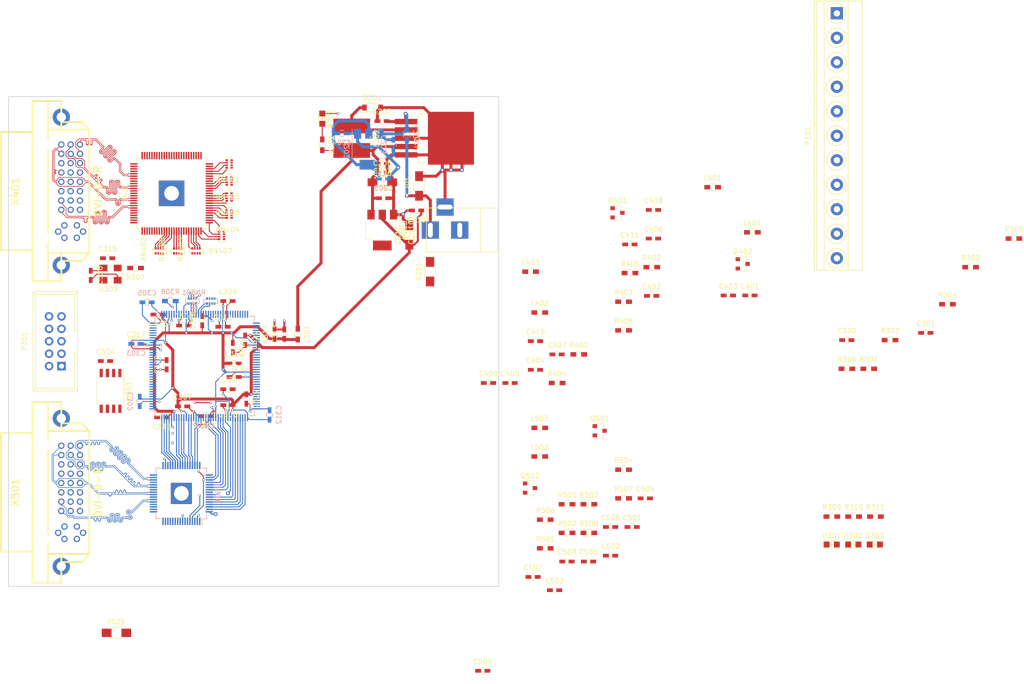
<source format=kicad_pcb>
(kicad_pcb (version 20160815) (host pcbnew "(2016-11-18 revision 19ce3f2)-master")

  (general
    (links 463)
    (no_connects 283)
    (area 18.040499 0.074999 227.359778 132.8925)
    (thickness 1.6)
    (drawings 4)
    (tracks 3095)
    (zones 0)
    (modules 128)
    (nets 239)
  )

  (page A4)
  (layers
    (0 F.Cu signal)
    (1 In1.Cu signal)
    (2 In2.Cu signal)
    (31 B.Cu signal)
    (32 B.Adhes user)
    (33 F.Adhes user)
    (34 B.Paste user)
    (35 F.Paste user)
    (36 B.SilkS user)
    (37 F.SilkS user)
    (38 B.Mask user)
    (39 F.Mask user)
    (40 Dwgs.User user)
    (41 Cmts.User user)
    (42 Eco1.User user)
    (43 Eco2.User user)
    (44 Edge.Cuts user)
    (45 Margin user)
    (46 B.CrtYd user)
    (47 F.CrtYd user)
    (48 B.Fab user)
    (49 F.Fab user)
  )

  (setup
    (last_trace_width 0.2)
    (user_trace_width 0.15)
    (user_trace_width 0.2)
    (user_trace_width 0.4)
    (user_trace_width 0.6)
    (trace_clearance 0.2)
    (zone_clearance 0.508)
    (zone_45_only no)
    (trace_min 0.15)
    (segment_width 0.2)
    (edge_width 0.15)
    (via_size 0.8)
    (via_drill 0.4)
    (via_min_size 0.4)
    (via_min_drill 0.3)
    (user_via 0.5 0.3)
    (uvia_size 0.3)
    (uvia_drill 0.1)
    (uvias_allowed no)
    (uvia_min_size 0.2)
    (uvia_min_drill 0.1)
    (pcb_text_width 0.3)
    (pcb_text_size 1.5 1.5)
    (mod_edge_width 0.15)
    (mod_text_size 1 1)
    (mod_text_width 0.15)
    (pad_size 1.524 1.524)
    (pad_drill 0.762)
    (pad_to_mask_clearance 0.2)
    (aux_axis_origin 0 0)
    (visible_elements FFFFFF7F)
    (pcbplotparams
      (layerselection 0x00030_ffffffff)
      (usegerberextensions false)
      (excludeedgelayer true)
      (linewidth 0.100000)
      (plotframeref false)
      (viasonmask false)
      (mode 1)
      (useauxorigin false)
      (hpglpennumber 1)
      (hpglpenspeed 20)
      (hpglpendiameter 15)
      (psnegative false)
      (psa4output false)
      (plotreference true)
      (plotvalue true)
      (plotinvisibletext false)
      (padsonsilk false)
      (subtractmaskfromsilk false)
      (outputformat 1)
      (mirror false)
      (drillshape 1)
      (scaleselection 1)
      (outputdirectory ""))
  )

  (net 0 "")
  (net 1 /power/VIN)
  (net 2 GND)
  (net 3 "Net-(C202-Pad2)")
  (net 4 +2V5)
  (net 5 +3V3)
  (net 6 +1V2)
  (net 7 +V_IO)
  (net 8 "Net-(C401-Pad1)")
  (net 9 "Net-(C402-Pad1)")
  (net 10 "Net-(C403-Pad1)")
  (net 11 /dvi_out/TVDD)
  (net 12 "Net-(C504-Pad1)")
  (net 13 "Net-(C505-Pad1)")
  (net 14 "Net-(D201-Pad1)")
  (net 15 "Net-(D202-Pad2)")
  (net 16 "Net-(F501-Pad1)")
  (net 17 +5V)
  (net 18 /GPIO0)
  (net 19 /GPIO1)
  (net 20 /GPIO2)
  (net 21 /GPIO3)
  (net 22 /GPIO4)
  (net 23 /GPIO5)
  (net 24 /GPIO6)
  (net 25 /GPIO7)
  (net 26 "Net-(P301-Pad9)")
  (net 27 "Net-(P301-Pad8)")
  (net 28 "Net-(P301-Pad7)")
  (net 29 "Net-(P301-Pad6)")
  (net 30 "Net-(P301-Pad5)")
  (net 31 "Net-(P301-Pad3)")
  (net 32 "Net-(P301-Pad1)")
  (net 33 /dvi_in/DDCDAT_IN)
  (net 34 /dvi_in/DDCDAT)
  (net 35 /dvi_in/DDCCLK)
  (net 36 /dvi_in/DDCCLK_IN)
  (net 37 /dvi_out/DDCDAT)
  (net 38 /dvi_out/DDCCLK)
  (net 39 "Net-(R301-Pad1)")
  (net 40 "Net-(R302-Pad1)")
  (net 41 "Net-(R303-Pad1)")
  (net 42 "Net-(R304-Pad1)")
  (net 43 "Net-(R305-Pad1)")
  (net 44 "Net-(R306-Pad1)")
  (net 45 /fpga/CLK50)
  (net 46 "Net-(R307-Pad2)")
  (net 47 /dvi_out/TXCLK+)
  (net 48 "Net-(R308-Pad1)")
  (net 49 /fpga/CLKIN)
  (net 50 "Net-(R401-Pad1)")
  (net 51 /dvi_in/HOTPLUG)
  (net 52 "Net-(R501-Pad1)")
  (net 53 /dvi_out/MSEN)
  (net 54 "Net-(R503-Pad2)")
  (net 55 /dvi_out/HOTPLUG)
  (net 56 "Net-(R504-Pad1)")
  (net 57 "Net-(RN301-Pad7)")
  (net 58 "Net-(RN301-Pad6)")
  (net 59 "Net-(RN301-Pad5)")
  (net 60 "Net-(RN301-Pad8)")
  (net 61 /dvi_out/CTL1)
  (net 62 /dvi_out/DE)
  (net 63 /dvi_out/VSYNC)
  (net 64 /dvi_out/HSYNC)
  (net 65 /dvi_out/CTL2)
  (net 66 /dvi_out/CTL3)
  (net 67 "Net-(RN302-Pad3)")
  (net 68 "Net-(RN302-Pad4)")
  (net 69 "Net-(RN302-Pad8)")
  (net 70 "Net-(RN302-Pad5)")
  (net 71 "Net-(RN302-Pad6)")
  (net 72 "Net-(RN302-Pad7)")
  (net 73 /dvi_in/DE)
  (net 74 /dvi_in/VSYNC)
  (net 75 /dvi_in/HSYNC)
  (net 76 "Net-(RN401-Pad4)")
  (net 77 "Net-(RN401-Pad8)")
  (net 78 "Net-(RN401-Pad5)")
  (net 79 "Net-(RN401-Pad6)")
  (net 80 "Net-(RN401-Pad7)")
  (net 81 "Net-(RN402-Pad7)")
  (net 82 "Net-(RN402-Pad6)")
  (net 83 "Net-(RN402-Pad5)")
  (net 84 "Net-(RN402-Pad8)")
  (net 85 /dvi_in/DATI3)
  (net 86 /dvi_in/DATI2)
  (net 87 /dvi_in/DATI1)
  (net 88 /dvi_in/DATI0)
  (net 89 "Net-(RN403-Pad7)")
  (net 90 "Net-(RN403-Pad6)")
  (net 91 "Net-(RN403-Pad5)")
  (net 92 "Net-(RN403-Pad8)")
  (net 93 /dvi_in/DATI11)
  (net 94 /dvi_in/DATI10)
  (net 95 /dvi_in/DATI9)
  (net 96 /dvi_in/DATI8)
  (net 97 "Net-(RN404-Pad7)")
  (net 98 "Net-(RN404-Pad6)")
  (net 99 "Net-(RN404-Pad5)")
  (net 100 "Net-(RN404-Pad8)")
  (net 101 /dvi_in/DATI19)
  (net 102 /dvi_in/DATI18)
  (net 103 /dvi_in/DATI17)
  (net 104 /dvi_in/DATI16)
  (net 105 "Net-(RN405-Pad7)")
  (net 106 "Net-(RN405-Pad6)")
  (net 107 "Net-(RN405-Pad5)")
  (net 108 "Net-(RN405-Pad8)")
  (net 109 /dvi_in/CTL3)
  (net 110 /dvi_in/CTL2)
  (net 111 /dvi_in/CTL1)
  (net 112 "Net-(RN405-Pad1)")
  (net 113 /dvi_in/DATI4)
  (net 114 /dvi_in/DATI5)
  (net 115 /dvi_in/DATI6)
  (net 116 /dvi_in/DATI7)
  (net 117 "Net-(RN406-Pad8)")
  (net 118 "Net-(RN406-Pad5)")
  (net 119 "Net-(RN406-Pad6)")
  (net 120 "Net-(RN406-Pad7)")
  (net 121 /dvi_in/DATI12)
  (net 122 /dvi_in/DATI13)
  (net 123 /dvi_in/DATI14)
  (net 124 /dvi_in/DATI15)
  (net 125 "Net-(RN407-Pad8)")
  (net 126 "Net-(RN407-Pad5)")
  (net 127 "Net-(RN407-Pad6)")
  (net 128 "Net-(RN407-Pad7)")
  (net 129 /dvi_in/DATI20)
  (net 130 /dvi_in/DATI21)
  (net 131 /dvi_in/DATI22)
  (net 132 /dvi_in/DATI23)
  (net 133 "Net-(RN408-Pad8)")
  (net 134 "Net-(RN408-Pad5)")
  (net 135 "Net-(RN408-Pad6)")
  (net 136 "Net-(RN408-Pad7)")
  (net 137 /dvi_out/DATO4)
  (net 138 /dvi_out/DATO5)
  (net 139 /dvi_out/DATO6)
  (net 140 /dvi_out/DATO7)
  (net 141 /dvi_out/DATO12)
  (net 142 /dvi_out/DATO13)
  (net 143 /dvi_out/DATO14)
  (net 144 /dvi_out/DATO15)
  (net 145 /dvi_out/DATO20)
  (net 146 /dvi_out/DATO21)
  (net 147 /dvi_out/DATO22)
  (net 148 /dvi_out/DATO23)
  (net 149 /dvi_out/DATO3)
  (net 150 /dvi_out/DATO2)
  (net 151 /dvi_out/DATO1)
  (net 152 /dvi_out/DATO0)
  (net 153 /dvi_out/DATO11)
  (net 154 /dvi_out/DATO10)
  (net 155 /dvi_out/DATO9)
  (net 156 /dvi_out/DATO8)
  (net 157 /dvi_out/DATO19)
  (net 158 /dvi_out/DATO18)
  (net 159 /dvi_out/DATO17)
  (net 160 /dvi_out/DATO16)
  (net 161 /fpga/DCLK)
  (net 162 /fpga/ASDI)
  (net 163 /fpga/DATA)
  (net 164 /fpga/nCS)
  (net 165 "Net-(U302-Pad127)")
  (net 166 "Net-(U302-Pad67)")
  (net 167 /dvi_in/LINK_ACT)
  (net 168 "Net-(U302-Pad44)")
  (net 169 "Net-(U302-Pad34)")
  (net 170 /dvi_in/PDOWN)
  (net 171 /dvi_out/EDGE)
  (net 172 /dvi_out/DKEN)
  (net 173 "Net-(U303-Pad1)")
  (net 174 "Net-(U401-Pad96)")
  (net 175 /dvi_in/RxC-)
  (net 176 /dvi_in/RxC+)
  (net 177 /dvi_in/Rx0+)
  (net 178 /dvi_in/Rx1-)
  (net 179 /dvi_in/Rx1+)
  (net 180 /dvi_in/Rx2-)
  (net 181 /dvi_in/Rx2+)
  (net 182 "Net-(U401-Pad18)")
  (net 183 "Net-(U401-Pad77)")
  (net 184 "Net-(U401-Pad75)")
  (net 185 "Net-(U401-Pad74)")
  (net 186 "Net-(U401-Pad73)")
  (net 187 "Net-(U401-Pad72)")
  (net 188 "Net-(U401-Pad71)")
  (net 189 "Net-(U401-Pad70)")
  (net 190 "Net-(U401-Pad69)")
  (net 191 "Net-(U401-Pad66)")
  (net 192 "Net-(U401-Pad65)")
  (net 193 "Net-(U401-Pad64)")
  (net 194 "Net-(U401-Pad63)")
  (net 195 "Net-(U401-Pad62)")
  (net 196 "Net-(U401-Pad61)")
  (net 197 "Net-(U401-Pad60)")
  (net 198 "Net-(U401-Pad59)")
  (net 199 "Net-(U401-Pad56)")
  (net 200 "Net-(U401-Pad55)")
  (net 201 "Net-(U401-Pad54)")
  (net 202 "Net-(U401-Pad53)")
  (net 203 "Net-(U401-Pad52)")
  (net 204 "Net-(U401-Pad51)")
  (net 205 "Net-(U401-Pad50)")
  (net 206 "Net-(U401-Pad49)")
  (net 207 "Net-(U501-Pad56)")
  (net 208 "Net-(U501-Pad49)")
  (net 209 /dvi_out/TX2+)
  (net 210 /dvi_out/TX2-)
  (net 211 /dvi_out/TX1+)
  (net 212 /dvi_out/TX1-)
  (net 213 /dvi_out/TX0+)
  (net 214 /dvi_out/TX0-)
  (net 215 /dvi_out/TXC+)
  (net 216 /dvi_out/TXC-)
  (net 217 "Net-(X401-Pad8)")
  (net 218 "Net-(X401-Pad21)")
  (net 219 "Net-(X401-Pad20)")
  (net 220 "Net-(X401-Pad14)")
  (net 221 "Net-(X401-Pad13)")
  (net 222 "Net-(X401-Pad12)")
  (net 223 "Net-(X401-Pad5)")
  (net 224 "Net-(X401-Pad4)")
  (net 225 "Net-(X501-Pad4)")
  (net 226 "Net-(X501-Pad5)")
  (net 227 "Net-(X501-Pad12)")
  (net 228 "Net-(X501-Pad13)")
  (net 229 "Net-(X501-Pad20)")
  (net 230 "Net-(X501-Pad21)")
  (net 231 "Net-(X501-Pad8)")
  (net 232 "Net-(D301-Pad2)")
  (net 233 "Net-(D302-Pad2)")
  (net 234 "Net-(D303-Pad2)")
  (net 235 "Net-(R309-Pad1)")
  (net 236 "Net-(R310-Pad1)")
  (net 237 "Net-(R311-Pad1)")
  (net 238 /dvi_in/Rx0-)

  (net_class Default "This is the default net class."
    (clearance 0.2)
    (trace_width 0.25)
    (via_dia 0.8)
    (via_drill 0.4)
    (uvia_dia 0.3)
    (uvia_drill 0.1)
    (diff_pair_gap 0.25)
    (diff_pair_width 0.2)
    (add_net +1V2)
    (add_net +2V5)
    (add_net +3V3)
    (add_net +5V)
    (add_net +V_IO)
    (add_net /GPIO0)
    (add_net /GPIO1)
    (add_net /GPIO2)
    (add_net /GPIO3)
    (add_net /GPIO4)
    (add_net /GPIO5)
    (add_net /GPIO6)
    (add_net /GPIO7)
    (add_net /dvi_in/CTL1)
    (add_net /dvi_in/CTL2)
    (add_net /dvi_in/CTL3)
    (add_net /dvi_in/DATI0)
    (add_net /dvi_in/DATI1)
    (add_net /dvi_in/DATI10)
    (add_net /dvi_in/DATI11)
    (add_net /dvi_in/DATI12)
    (add_net /dvi_in/DATI13)
    (add_net /dvi_in/DATI14)
    (add_net /dvi_in/DATI15)
    (add_net /dvi_in/DATI16)
    (add_net /dvi_in/DATI17)
    (add_net /dvi_in/DATI18)
    (add_net /dvi_in/DATI19)
    (add_net /dvi_in/DATI2)
    (add_net /dvi_in/DATI20)
    (add_net /dvi_in/DATI21)
    (add_net /dvi_in/DATI22)
    (add_net /dvi_in/DATI23)
    (add_net /dvi_in/DATI3)
    (add_net /dvi_in/DATI4)
    (add_net /dvi_in/DATI5)
    (add_net /dvi_in/DATI6)
    (add_net /dvi_in/DATI7)
    (add_net /dvi_in/DATI8)
    (add_net /dvi_in/DATI9)
    (add_net /dvi_in/DDCCLK)
    (add_net /dvi_in/DDCCLK_IN)
    (add_net /dvi_in/DDCDAT)
    (add_net /dvi_in/DDCDAT_IN)
    (add_net /dvi_in/DE)
    (add_net /dvi_in/HOTPLUG)
    (add_net /dvi_in/HSYNC)
    (add_net /dvi_in/LINK_ACT)
    (add_net /dvi_in/PDOWN)
    (add_net /dvi_in/Rx0+)
    (add_net /dvi_in/Rx0-)
    (add_net /dvi_in/Rx1+)
    (add_net /dvi_in/Rx1-)
    (add_net /dvi_in/Rx2+)
    (add_net /dvi_in/Rx2-)
    (add_net /dvi_in/RxC+)
    (add_net /dvi_in/RxC-)
    (add_net /dvi_in/VSYNC)
    (add_net /dvi_out/CTL1)
    (add_net /dvi_out/CTL2)
    (add_net /dvi_out/CTL3)
    (add_net /dvi_out/DATO0)
    (add_net /dvi_out/DATO1)
    (add_net /dvi_out/DATO10)
    (add_net /dvi_out/DATO11)
    (add_net /dvi_out/DATO12)
    (add_net /dvi_out/DATO13)
    (add_net /dvi_out/DATO14)
    (add_net /dvi_out/DATO15)
    (add_net /dvi_out/DATO16)
    (add_net /dvi_out/DATO17)
    (add_net /dvi_out/DATO18)
    (add_net /dvi_out/DATO19)
    (add_net /dvi_out/DATO2)
    (add_net /dvi_out/DATO20)
    (add_net /dvi_out/DATO21)
    (add_net /dvi_out/DATO22)
    (add_net /dvi_out/DATO23)
    (add_net /dvi_out/DATO3)
    (add_net /dvi_out/DATO4)
    (add_net /dvi_out/DATO5)
    (add_net /dvi_out/DATO6)
    (add_net /dvi_out/DATO7)
    (add_net /dvi_out/DATO8)
    (add_net /dvi_out/DATO9)
    (add_net /dvi_out/DDCCLK)
    (add_net /dvi_out/DDCDAT)
    (add_net /dvi_out/DE)
    (add_net /dvi_out/DKEN)
    (add_net /dvi_out/EDGE)
    (add_net /dvi_out/HOTPLUG)
    (add_net /dvi_out/HSYNC)
    (add_net /dvi_out/MSEN)
    (add_net /dvi_out/TVDD)
    (add_net /dvi_out/TX0+)
    (add_net /dvi_out/TX0-)
    (add_net /dvi_out/TX1+)
    (add_net /dvi_out/TX1-)
    (add_net /dvi_out/TX2+)
    (add_net /dvi_out/TX2-)
    (add_net /dvi_out/TXC+)
    (add_net /dvi_out/TXC-)
    (add_net /dvi_out/TXCLK+)
    (add_net /dvi_out/VSYNC)
    (add_net /fpga/ASDI)
    (add_net /fpga/CLK50)
    (add_net /fpga/CLKIN)
    (add_net /fpga/DATA)
    (add_net /fpga/DCLK)
    (add_net /fpga/nCS)
    (add_net /power/VIN)
    (add_net GND)
    (add_net "Net-(C202-Pad2)")
    (add_net "Net-(C401-Pad1)")
    (add_net "Net-(C402-Pad1)")
    (add_net "Net-(C403-Pad1)")
    (add_net "Net-(C504-Pad1)")
    (add_net "Net-(C505-Pad1)")
    (add_net "Net-(D201-Pad1)")
    (add_net "Net-(D202-Pad2)")
    (add_net "Net-(D301-Pad2)")
    (add_net "Net-(D302-Pad2)")
    (add_net "Net-(D303-Pad2)")
    (add_net "Net-(F501-Pad1)")
    (add_net "Net-(P301-Pad1)")
    (add_net "Net-(P301-Pad3)")
    (add_net "Net-(P301-Pad5)")
    (add_net "Net-(P301-Pad6)")
    (add_net "Net-(P301-Pad7)")
    (add_net "Net-(P301-Pad8)")
    (add_net "Net-(P301-Pad9)")
    (add_net "Net-(R301-Pad1)")
    (add_net "Net-(R302-Pad1)")
    (add_net "Net-(R303-Pad1)")
    (add_net "Net-(R304-Pad1)")
    (add_net "Net-(R305-Pad1)")
    (add_net "Net-(R306-Pad1)")
    (add_net "Net-(R307-Pad2)")
    (add_net "Net-(R308-Pad1)")
    (add_net "Net-(R309-Pad1)")
    (add_net "Net-(R310-Pad1)")
    (add_net "Net-(R311-Pad1)")
    (add_net "Net-(R401-Pad1)")
    (add_net "Net-(R501-Pad1)")
    (add_net "Net-(R503-Pad2)")
    (add_net "Net-(R504-Pad1)")
    (add_net "Net-(RN301-Pad5)")
    (add_net "Net-(RN301-Pad6)")
    (add_net "Net-(RN301-Pad7)")
    (add_net "Net-(RN301-Pad8)")
    (add_net "Net-(RN302-Pad3)")
    (add_net "Net-(RN302-Pad4)")
    (add_net "Net-(RN302-Pad5)")
    (add_net "Net-(RN302-Pad6)")
    (add_net "Net-(RN302-Pad7)")
    (add_net "Net-(RN302-Pad8)")
    (add_net "Net-(RN401-Pad4)")
    (add_net "Net-(RN401-Pad5)")
    (add_net "Net-(RN401-Pad6)")
    (add_net "Net-(RN401-Pad7)")
    (add_net "Net-(RN401-Pad8)")
    (add_net "Net-(RN402-Pad5)")
    (add_net "Net-(RN402-Pad6)")
    (add_net "Net-(RN402-Pad7)")
    (add_net "Net-(RN402-Pad8)")
    (add_net "Net-(RN403-Pad5)")
    (add_net "Net-(RN403-Pad6)")
    (add_net "Net-(RN403-Pad7)")
    (add_net "Net-(RN403-Pad8)")
    (add_net "Net-(RN404-Pad5)")
    (add_net "Net-(RN404-Pad6)")
    (add_net "Net-(RN404-Pad7)")
    (add_net "Net-(RN404-Pad8)")
    (add_net "Net-(RN405-Pad1)")
    (add_net "Net-(RN405-Pad5)")
    (add_net "Net-(RN405-Pad6)")
    (add_net "Net-(RN405-Pad7)")
    (add_net "Net-(RN405-Pad8)")
    (add_net "Net-(RN406-Pad5)")
    (add_net "Net-(RN406-Pad6)")
    (add_net "Net-(RN406-Pad7)")
    (add_net "Net-(RN406-Pad8)")
    (add_net "Net-(RN407-Pad5)")
    (add_net "Net-(RN407-Pad6)")
    (add_net "Net-(RN407-Pad7)")
    (add_net "Net-(RN407-Pad8)")
    (add_net "Net-(RN408-Pad5)")
    (add_net "Net-(RN408-Pad6)")
    (add_net "Net-(RN408-Pad7)")
    (add_net "Net-(RN408-Pad8)")
    (add_net "Net-(U302-Pad127)")
    (add_net "Net-(U302-Pad34)")
    (add_net "Net-(U302-Pad44)")
    (add_net "Net-(U302-Pad67)")
    (add_net "Net-(U303-Pad1)")
    (add_net "Net-(U401-Pad18)")
    (add_net "Net-(U401-Pad49)")
    (add_net "Net-(U401-Pad50)")
    (add_net "Net-(U401-Pad51)")
    (add_net "Net-(U401-Pad52)")
    (add_net "Net-(U401-Pad53)")
    (add_net "Net-(U401-Pad54)")
    (add_net "Net-(U401-Pad55)")
    (add_net "Net-(U401-Pad56)")
    (add_net "Net-(U401-Pad59)")
    (add_net "Net-(U401-Pad60)")
    (add_net "Net-(U401-Pad61)")
    (add_net "Net-(U401-Pad62)")
    (add_net "Net-(U401-Pad63)")
    (add_net "Net-(U401-Pad64)")
    (add_net "Net-(U401-Pad65)")
    (add_net "Net-(U401-Pad66)")
    (add_net "Net-(U401-Pad69)")
    (add_net "Net-(U401-Pad70)")
    (add_net "Net-(U401-Pad71)")
    (add_net "Net-(U401-Pad72)")
    (add_net "Net-(U401-Pad73)")
    (add_net "Net-(U401-Pad74)")
    (add_net "Net-(U401-Pad75)")
    (add_net "Net-(U401-Pad77)")
    (add_net "Net-(U401-Pad96)")
    (add_net "Net-(U501-Pad49)")
    (add_net "Net-(U501-Pad56)")
    (add_net "Net-(X401-Pad12)")
    (add_net "Net-(X401-Pad13)")
    (add_net "Net-(X401-Pad14)")
    (add_net "Net-(X401-Pad20)")
    (add_net "Net-(X401-Pad21)")
    (add_net "Net-(X401-Pad4)")
    (add_net "Net-(X401-Pad5)")
    (add_net "Net-(X401-Pad8)")
    (add_net "Net-(X501-Pad12)")
    (add_net "Net-(X501-Pad13)")
    (add_net "Net-(X501-Pad20)")
    (add_net "Net-(X501-Pad21)")
    (add_net "Net-(X501-Pad4)")
    (add_net "Net-(X501-Pad5)")
    (add_net "Net-(X501-Pad8)")
  )

  (module dvi:dvi (layer F.Cu) (tedit 0) (tstamp 584DB9AE)
    (at 27.448 100.81 270)
    (descr "DVI connector, Tyco P/N 1-1734147-1")
    (path /583BE4A7/5847F98E)
    (fp_text reference X501 (at 0 6.10108 270) (layer F.SilkS)
      (effects (font (thickness 0.3048)))
    )
    (fp_text value DVI-D-R (at 0 -10.795 270) (layer F.SilkS)
      (effects (font (thickness 0.3048)))
    )
    (fp_line (start -12.573 -9.017) (end -14.097 -7.493) (layer F.SilkS) (width 0.381))
    (fp_line (start -14.097 -7.493) (end -14.097 -3.302) (layer F.SilkS) (width 0.381))
    (fp_line (start 14.224 -7.62) (end 14.224 -3.302) (layer F.SilkS) (width 0.381))
    (fp_line (start 12.573 -9.017) (end 14.224 -7.62) (layer F.SilkS) (width 0.381))
    (fp_line (start -12.573 -9.017) (end -12.573 -0.508) (layer F.SilkS) (width 0.381))
    (fp_line (start 12.573 -9.017) (end 12.573 -0.508) (layer F.SilkS) (width 0.381))
    (fp_line (start -18.415 -0.508) (end -18.415 -3.302) (layer F.SilkS) (width 0.381))
    (fp_line (start -18.415 -3.302) (end -12.573 -3.302) (layer F.SilkS) (width 0.381))
    (fp_line (start 18.415 -0.508) (end 18.415 -3.302) (layer F.SilkS) (width 0.381))
    (fp_line (start 18.415 -3.302) (end 12.573 -3.302) (layer F.SilkS) (width 0.381))
    (fp_line (start 18.415 -0.508) (end 18.415 2.54) (layer F.SilkS) (width 0.381))
    (fp_line (start -18.415 -0.508) (end -18.415 2.54) (layer F.SilkS) (width 0.381))
    (fp_line (start -18.415 -0.508) (end 18.415 -0.508) (layer F.SilkS) (width 0.381))
    (fp_line (start -12.573 -9.017) (end 12.573 -9.017) (layer F.SilkS) (width 0.381))
    (fp_line (start -12.065 9.017) (end 12.065 9.017) (layer F.SilkS) (width 0.381))
    (fp_line (start 12.065 9.017) (end 12.065 2.54) (layer F.SilkS) (width 0.381))
    (fp_line (start -12.065 9.017) (end -12.065 2.54) (layer F.SilkS) (width 0.381))
    (fp_line (start -18.415 2.54) (end 18.415 2.54) (layer F.SilkS) (width 0.381))
    (pad "" thru_hole circle (at 15.11046 -3.302 270) (size 3.50012 3.50012) (drill 1.89992) (layers *.Cu *.Mask))
    (pad 3 thru_hole circle (at -5.715 -7.112 270) (size 1.30048 1.30048) (drill 0.8001) (layers *.Cu *.Mask)
      (net 2 GND))
    (pad 2 thru_hole circle (at -7.62 -7.112 270) (size 1.30048 1.30048) (drill 0.8001) (layers *.Cu *.Mask)
      (net 209 /dvi_out/TX2+))
    (pad 1 thru_hole circle (at -9.525 -7.112 270) (size 1.30048 1.30048) (drill 0.8001) (layers *.Cu *.Mask)
      (net 210 /dvi_out/TX2-))
    (pad 4 thru_hole circle (at -3.81 -7.112 270) (size 1.30048 1.30048) (drill 0.8001) (layers *.Cu *.Mask)
      (net 225 "Net-(X501-Pad4)"))
    (pad 5 thru_hole circle (at -1.905 -7.112 270) (size 1.30048 1.30048) (drill 0.8001) (layers *.Cu *.Mask)
      (net 226 "Net-(X501-Pad5)"))
    (pad 9 thru_hole circle (at -9.525 -5.207 270) (size 1.30048 1.30048) (drill 0.8001) (layers *.Cu *.Mask)
      (net 212 /dvi_out/TX1-))
    (pad 7 thru_hole circle (at 1.905 -7.112 270) (size 1.30048 1.30048) (drill 0.8001) (layers *.Cu *.Mask)
      (net 37 /dvi_out/DDCDAT))
    (pad 6 thru_hole circle (at 0 -7.112 270) (size 1.30048 1.30048) (drill 0.8001) (layers *.Cu *.Mask)
      (net 38 /dvi_out/DDCCLK))
    (pad "" thru_hole circle (at -15.11046 -3.302 270) (size 3.50012 3.50012) (drill 1.89992) (layers *.Cu *.Mask))
    (pad 10 thru_hole circle (at -7.62 -5.207 270) (size 1.30048 1.30048) (drill 0.8001) (layers *.Cu *.Mask)
      (net 211 /dvi_out/TX1+))
    (pad 11 thru_hole circle (at -5.715 -5.207 270) (size 1.30048 1.30048) (drill 0.8001) (layers *.Cu *.Mask)
      (net 2 GND))
    (pad 12 thru_hole circle (at -3.81 -5.207 270) (size 1.30048 1.30048) (drill 0.8001) (layers *.Cu *.Mask)
      (net 227 "Net-(X501-Pad12)"))
    (pad 13 thru_hole circle (at -1.905 -5.207 270) (size 1.30048 1.30048) (drill 0.8001) (layers *.Cu *.Mask)
      (net 228 "Net-(X501-Pad13)"))
    (pad 14 thru_hole circle (at 0 -5.207 270) (size 1.30048 1.30048) (drill 0.8001) (layers *.Cu *.Mask)
      (net 16 "Net-(F501-Pad1)"))
    (pad 15 thru_hole circle (at 1.905 -5.207 270) (size 1.30048 1.30048) (drill 0.8001) (layers *.Cu *.Mask)
      (net 2 GND))
    (pad 16 thru_hole circle (at 3.81 -5.207 270) (size 1.30048 1.30048) (drill 0.8001) (layers *.Cu *.Mask)
      (net 56 "Net-(R504-Pad1)"))
    (pad 17 thru_hole circle (at -9.525 -3.302 270) (size 1.30048 1.30048) (drill 0.8001) (layers *.Cu *.Mask)
      (net 214 /dvi_out/TX0-))
    (pad 18 thru_hole circle (at -7.62 -3.302 270) (size 1.30048 1.30048) (drill 0.8001) (layers *.Cu *.Mask)
      (net 213 /dvi_out/TX0+))
    (pad 19 thru_hole circle (at -5.715 -3.302 270) (size 1.30048 1.30048) (drill 0.8001) (layers *.Cu *.Mask)
      (net 2 GND))
    (pad 20 thru_hole circle (at -3.81 -3.302 270) (size 1.30048 1.30048) (drill 0.8001) (layers *.Cu *.Mask)
      (net 229 "Net-(X501-Pad20)"))
    (pad 21 thru_hole circle (at -1.905 -3.302 270) (size 1.30048 1.30048) (drill 0.8001) (layers *.Cu *.Mask)
      (net 230 "Net-(X501-Pad21)"))
    (pad 22 thru_hole circle (at 0 -3.302 270) (size 1.30048 1.30048) (drill 0.8001) (layers *.Cu *.Mask)
      (net 2 GND))
    (pad 23 thru_hole circle (at 1.905 -3.302 270) (size 1.30048 1.30048) (drill 0.8001) (layers *.Cu *.Mask)
      (net 215 /dvi_out/TXC+))
    (pad 24 thru_hole circle (at 3.81 -3.302 270) (size 1.30048 1.30048) (drill 0.8001) (layers *.Cu *.Mask)
      (net 216 /dvi_out/TXC-))
    (pad 8 thru_hole circle (at 3.81 -7.112 270) (size 1.30048 1.30048) (drill 0.8001) (layers *.Cu *.Mask)
      (net 231 "Net-(X501-Pad8)"))
    (pad C2 thru_hole circle (at 9.525 -6.477 270) (size 1.30048 1.30048) (drill 0.8001) (layers *.Cu *.Mask))
    (pad C1 thru_hole circle (at 6.985 -6.477 270) (size 1.30048 1.30048) (drill 0.8001) (layers *.Cu *.Mask))
    (pad C3 thru_hole circle (at 6.985 -3.937 270) (size 1.30048 1.30048) (drill 0.8001) (layers *.Cu *.Mask))
    (pad C4 thru_hole circle (at 9.525 -3.937 270) (size 1.30048 1.30048) (drill 0.8001) (layers *.Cu *.Mask))
    (pad C5 thru_hole circle (at 8.255 -7.747 270) (size 1.30048 1.30048) (drill 0.8001) (layers *.Cu *.Mask))
    (pad C5 thru_hole circle (at 8.255 -2.667 270) (size 1.30048 1.30048) (drill 0.8001) (layers *.Cu *.Mask))
    (pad "" np_thru_hole circle (at -9.525 -0.00254 270) (size 1.99898 1.99898) (drill 1.99898) (layers *.Cu))
    (pad "" np_thru_hole circle (at 9.525 -0.00254 270) (size 1.99898 1.99898) (drill 1.99898) (layers *.Cu))
    (model walter/conn_pc/dvi.wrl
      (at (xyz 0 0 0))
      (scale (xyz 1 1 1))
      (rotate (xyz 0 0 0))
    )
  )

  (module Capacitors_SMD:C_1206_HandSoldering (layer F.Cu) (tedit 541A9C03) (tstamp 584DB4BE)
    (at 103.75 38.25 90)
    (descr "Capacitor SMD 1206, hand soldering")
    (tags "capacitor 1206")
    (path /5839A46D/5839CFD0)
    (attr smd)
    (fp_text reference C201 (at 0 -2.3 90) (layer F.SilkS)
      (effects (font (size 1 1) (thickness 0.15)))
    )
    (fp_text value 100u (at 0 2.3 90) (layer F.Fab)
      (effects (font (size 1 1) (thickness 0.15)))
    )
    (fp_line (start -1.6 0.8) (end -1.6 -0.8) (layer F.Fab) (width 0.15))
    (fp_line (start 1.6 0.8) (end -1.6 0.8) (layer F.Fab) (width 0.15))
    (fp_line (start 1.6 -0.8) (end 1.6 0.8) (layer F.Fab) (width 0.15))
    (fp_line (start -1.6 -0.8) (end 1.6 -0.8) (layer F.Fab) (width 0.15))
    (fp_line (start -3.3 -1.15) (end 3.3 -1.15) (layer F.CrtYd) (width 0.05))
    (fp_line (start -3.3 1.15) (end 3.3 1.15) (layer F.CrtYd) (width 0.05))
    (fp_line (start -3.3 -1.15) (end -3.3 1.15) (layer F.CrtYd) (width 0.05))
    (fp_line (start 3.3 -1.15) (end 3.3 1.15) (layer F.CrtYd) (width 0.05))
    (fp_line (start 1 -1.025) (end -1 -1.025) (layer F.SilkS) (width 0.15))
    (fp_line (start -1 1.025) (end 1 1.025) (layer F.SilkS) (width 0.15))
    (pad 1 smd rect (at -2 0 90) (size 2 1.6) (layers F.Cu F.Paste F.Mask)
      (net 1 /power/VIN))
    (pad 2 smd rect (at 2 0 90) (size 2 1.6) (layers F.Cu F.Paste F.Mask)
      (net 2 GND))
    (model Capacitors_SMD.3dshapes/C_1206_HandSoldering.wrl
      (at (xyz 0 0 0))
      (scale (xyz 1 1 1))
      (rotate (xyz 0 0 0))
    )
  )

  (module Capacitors_SMD:C_0603_HandSoldering (layer F.Cu) (tedit 541A9B4D) (tstamp 584DB4C4)
    (at 96.2 25)
    (descr "Capacitor SMD 0603, hand soldering")
    (tags "capacitor 0603")
    (path /5839A46D/5839CF57)
    (attr smd)
    (fp_text reference C202 (at 0 -1.9) (layer F.SilkS)
      (effects (font (size 1 1) (thickness 0.15)))
    )
    (fp_text value 100n (at 0 1.9) (layer F.Fab)
      (effects (font (size 1 1) (thickness 0.15)))
    )
    (fp_line (start 0.35 0.6) (end -0.35 0.6) (layer F.SilkS) (width 0.15))
    (fp_line (start -0.35 -0.6) (end 0.35 -0.6) (layer F.SilkS) (width 0.15))
    (fp_line (start 1.85 -0.75) (end 1.85 0.75) (layer F.CrtYd) (width 0.05))
    (fp_line (start -1.85 -0.75) (end -1.85 0.75) (layer F.CrtYd) (width 0.05))
    (fp_line (start -1.85 0.75) (end 1.85 0.75) (layer F.CrtYd) (width 0.05))
    (fp_line (start -1.85 -0.75) (end 1.85 -0.75) (layer F.CrtYd) (width 0.05))
    (fp_line (start -0.8 -0.4) (end 0.8 -0.4) (layer F.Fab) (width 0.15))
    (fp_line (start 0.8 -0.4) (end 0.8 0.4) (layer F.Fab) (width 0.15))
    (fp_line (start 0.8 0.4) (end -0.8 0.4) (layer F.Fab) (width 0.15))
    (fp_line (start -0.8 0.4) (end -0.8 -0.4) (layer F.Fab) (width 0.15))
    (pad 2 smd rect (at 0.95 0) (size 1.2 0.75) (layers F.Cu F.Paste F.Mask)
      (net 3 "Net-(C202-Pad2)"))
    (pad 1 smd rect (at -0.95 0) (size 1.2 0.75) (layers F.Cu F.Paste F.Mask)
      (net 2 GND))
    (model Capacitors_SMD.3dshapes/C_0603_HandSoldering.wrl
      (at (xyz 0 0 0))
      (scale (xyz 1 1 1))
      (rotate (xyz 0 0 0))
    )
  )

  (module Capacitors_SMD:C_0603_HandSoldering (layer B.Cu) (tedit 541A9B4D) (tstamp 584DB4CA)
    (at 98.5 29.75 270)
    (descr "Capacitor SMD 0603, hand soldering")
    (tags "capacitor 0603")
    (path /5839A46D/583A1362)
    (attr smd)
    (fp_text reference C203 (at 0 1.9 270) (layer B.SilkS)
      (effects (font (size 1 1) (thickness 0.15)) (justify mirror))
    )
    (fp_text value 100n (at 0 -1.9 270) (layer B.Fab)
      (effects (font (size 1 1) (thickness 0.15)) (justify mirror))
    )
    (fp_line (start -0.8 -0.4) (end -0.8 0.4) (layer B.Fab) (width 0.15))
    (fp_line (start 0.8 -0.4) (end -0.8 -0.4) (layer B.Fab) (width 0.15))
    (fp_line (start 0.8 0.4) (end 0.8 -0.4) (layer B.Fab) (width 0.15))
    (fp_line (start -0.8 0.4) (end 0.8 0.4) (layer B.Fab) (width 0.15))
    (fp_line (start -1.85 0.75) (end 1.85 0.75) (layer B.CrtYd) (width 0.05))
    (fp_line (start -1.85 -0.75) (end 1.85 -0.75) (layer B.CrtYd) (width 0.05))
    (fp_line (start -1.85 0.75) (end -1.85 -0.75) (layer B.CrtYd) (width 0.05))
    (fp_line (start 1.85 0.75) (end 1.85 -0.75) (layer B.CrtYd) (width 0.05))
    (fp_line (start -0.35 0.6) (end 0.35 0.6) (layer B.SilkS) (width 0.15))
    (fp_line (start 0.35 -0.6) (end -0.35 -0.6) (layer B.SilkS) (width 0.15))
    (pad 1 smd rect (at -0.95 0 270) (size 1.2 0.75) (layers B.Cu B.Paste B.Mask)
      (net 3 "Net-(C202-Pad2)"))
    (pad 2 smd rect (at 0.95 0 270) (size 1.2 0.75) (layers B.Cu B.Paste B.Mask)
      (net 2 GND))
    (model Capacitors_SMD.3dshapes/C_0603_HandSoldering.wrl
      (at (xyz 0 0 0))
      (scale (xyz 1 1 1))
      (rotate (xyz 0 0 0))
    )
  )

  (module Capacitors_SMD:C_0603_HandSoldering (layer B.Cu) (tedit 541A9B4D) (tstamp 584DB4D0)
    (at 88 27.5)
    (descr "Capacitor SMD 0603, hand soldering")
    (tags "capacitor 0603")
    (path /5839A46D/583A12DF)
    (attr smd)
    (fp_text reference C204 (at 0 1.9) (layer B.SilkS)
      (effects (font (size 1 1) (thickness 0.15)) (justify mirror))
    )
    (fp_text value 100n (at 0 -1.9) (layer B.Fab)
      (effects (font (size 1 1) (thickness 0.15)) (justify mirror))
    )
    (fp_line (start 0.35 -0.6) (end -0.35 -0.6) (layer B.SilkS) (width 0.15))
    (fp_line (start -0.35 0.6) (end 0.35 0.6) (layer B.SilkS) (width 0.15))
    (fp_line (start 1.85 0.75) (end 1.85 -0.75) (layer B.CrtYd) (width 0.05))
    (fp_line (start -1.85 0.75) (end -1.85 -0.75) (layer B.CrtYd) (width 0.05))
    (fp_line (start -1.85 -0.75) (end 1.85 -0.75) (layer B.CrtYd) (width 0.05))
    (fp_line (start -1.85 0.75) (end 1.85 0.75) (layer B.CrtYd) (width 0.05))
    (fp_line (start -0.8 0.4) (end 0.8 0.4) (layer B.Fab) (width 0.15))
    (fp_line (start 0.8 0.4) (end 0.8 -0.4) (layer B.Fab) (width 0.15))
    (fp_line (start 0.8 -0.4) (end -0.8 -0.4) (layer B.Fab) (width 0.15))
    (fp_line (start -0.8 -0.4) (end -0.8 0.4) (layer B.Fab) (width 0.15))
    (pad 2 smd rect (at 0.95 0) (size 1.2 0.75) (layers B.Cu B.Paste B.Mask)
      (net 2 GND))
    (pad 1 smd rect (at -0.95 0) (size 1.2 0.75) (layers B.Cu B.Paste B.Mask)
      (net 4 +2V5))
    (model Capacitors_SMD.3dshapes/C_0603_HandSoldering.wrl
      (at (xyz 0 0 0))
      (scale (xyz 1 1 1))
      (rotate (xyz 0 0 0))
    )
  )

  (module Capacitors_SMD:C_0603_HandSoldering (layer B.Cu) (tedit 541A9B4D) (tstamp 584DB4D6)
    (at 96.5 36.75)
    (descr "Capacitor SMD 0603, hand soldering")
    (tags "capacitor 0603")
    (path /5839A46D/583A189E)
    (attr smd)
    (fp_text reference C205 (at 0 1.9) (layer B.SilkS)
      (effects (font (size 1 1) (thickness 0.15)) (justify mirror))
    )
    (fp_text value 10u (at 0 -1.9) (layer B.Fab)
      (effects (font (size 1 1) (thickness 0.15)) (justify mirror))
    )
    (fp_line (start -0.8 -0.4) (end -0.8 0.4) (layer B.Fab) (width 0.15))
    (fp_line (start 0.8 -0.4) (end -0.8 -0.4) (layer B.Fab) (width 0.15))
    (fp_line (start 0.8 0.4) (end 0.8 -0.4) (layer B.Fab) (width 0.15))
    (fp_line (start -0.8 0.4) (end 0.8 0.4) (layer B.Fab) (width 0.15))
    (fp_line (start -1.85 0.75) (end 1.85 0.75) (layer B.CrtYd) (width 0.05))
    (fp_line (start -1.85 -0.75) (end 1.85 -0.75) (layer B.CrtYd) (width 0.05))
    (fp_line (start -1.85 0.75) (end -1.85 -0.75) (layer B.CrtYd) (width 0.05))
    (fp_line (start 1.85 0.75) (end 1.85 -0.75) (layer B.CrtYd) (width 0.05))
    (fp_line (start -0.35 0.6) (end 0.35 0.6) (layer B.SilkS) (width 0.15))
    (fp_line (start 0.35 -0.6) (end -0.35 -0.6) (layer B.SilkS) (width 0.15))
    (pad 1 smd rect (at -0.95 0) (size 1.2 0.75) (layers B.Cu B.Paste B.Mask)
      (net 4 +2V5))
    (pad 2 smd rect (at 0.95 0) (size 1.2 0.75) (layers B.Cu B.Paste B.Mask)
      (net 2 GND))
    (model Capacitors_SMD.3dshapes/C_0603_HandSoldering.wrl
      (at (xyz 0 0 0))
      (scale (xyz 1 1 1))
      (rotate (xyz 0 0 0))
    )
  )

  (module Capacitors_SMD:C_0603_HandSoldering (layer F.Cu) (tedit 541A9B4D) (tstamp 584DB4DC)
    (at 96.25 33.75 180)
    (descr "Capacitor SMD 0603, hand soldering")
    (tags "capacitor 0603")
    (path /5839A46D/5839CB13)
    (attr smd)
    (fp_text reference C206 (at 0 -1.9 180) (layer F.SilkS)
      (effects (font (size 1 1) (thickness 0.15)))
    )
    (fp_text value 100n (at 0 1.9 180) (layer F.Fab)
      (effects (font (size 1 1) (thickness 0.15)))
    )
    (fp_line (start -0.8 0.4) (end -0.8 -0.4) (layer F.Fab) (width 0.15))
    (fp_line (start 0.8 0.4) (end -0.8 0.4) (layer F.Fab) (width 0.15))
    (fp_line (start 0.8 -0.4) (end 0.8 0.4) (layer F.Fab) (width 0.15))
    (fp_line (start -0.8 -0.4) (end 0.8 -0.4) (layer F.Fab) (width 0.15))
    (fp_line (start -1.85 -0.75) (end 1.85 -0.75) (layer F.CrtYd) (width 0.05))
    (fp_line (start -1.85 0.75) (end 1.85 0.75) (layer F.CrtYd) (width 0.05))
    (fp_line (start -1.85 -0.75) (end -1.85 0.75) (layer F.CrtYd) (width 0.05))
    (fp_line (start 1.85 -0.75) (end 1.85 0.75) (layer F.CrtYd) (width 0.05))
    (fp_line (start -0.35 -0.6) (end 0.35 -0.6) (layer F.SilkS) (width 0.15))
    (fp_line (start 0.35 0.6) (end -0.35 0.6) (layer F.SilkS) (width 0.15))
    (pad 1 smd rect (at -0.95 0 180) (size 1.2 0.75) (layers F.Cu F.Paste F.Mask)
      (net 2 GND))
    (pad 2 smd rect (at 0.95 0 180) (size 1.2 0.75) (layers F.Cu F.Paste F.Mask)
      (net 5 +3V3))
    (model Capacitors_SMD.3dshapes/C_0603_HandSoldering.wrl
      (at (xyz 0 0 0))
      (scale (xyz 1 1 1))
      (rotate (xyz 0 0 0))
    )
  )

  (module Capacitors_SMD:C_1206_HandSoldering (layer F.Cu) (tedit 541A9C03) (tstamp 584DB4E2)
    (at 96.25 37.5)
    (descr "Capacitor SMD 1206, hand soldering")
    (tags "capacitor 1206")
    (path /5839A46D/5839CB5E)
    (attr smd)
    (fp_text reference C207 (at 0 -2.3) (layer F.SilkS)
      (effects (font (size 1 1) (thickness 0.15)))
    )
    (fp_text value 100u (at 0 2.3) (layer F.Fab)
      (effects (font (size 1 1) (thickness 0.15)))
    )
    (fp_line (start -1 1.025) (end 1 1.025) (layer F.SilkS) (width 0.15))
    (fp_line (start 1 -1.025) (end -1 -1.025) (layer F.SilkS) (width 0.15))
    (fp_line (start 3.3 -1.15) (end 3.3 1.15) (layer F.CrtYd) (width 0.05))
    (fp_line (start -3.3 -1.15) (end -3.3 1.15) (layer F.CrtYd) (width 0.05))
    (fp_line (start -3.3 1.15) (end 3.3 1.15) (layer F.CrtYd) (width 0.05))
    (fp_line (start -3.3 -1.15) (end 3.3 -1.15) (layer F.CrtYd) (width 0.05))
    (fp_line (start -1.6 -0.8) (end 1.6 -0.8) (layer F.Fab) (width 0.15))
    (fp_line (start 1.6 -0.8) (end 1.6 0.8) (layer F.Fab) (width 0.15))
    (fp_line (start 1.6 0.8) (end -1.6 0.8) (layer F.Fab) (width 0.15))
    (fp_line (start -1.6 0.8) (end -1.6 -0.8) (layer F.Fab) (width 0.15))
    (pad 2 smd rect (at 2 0) (size 2 1.6) (layers F.Cu F.Paste F.Mask)
      (net 2 GND))
    (pad 1 smd rect (at -2 0) (size 2 1.6) (layers F.Cu F.Paste F.Mask)
      (net 5 +3V3))
    (model Capacitors_SMD.3dshapes/C_1206_HandSoldering.wrl
      (at (xyz 0 0 0))
      (scale (xyz 1 1 1))
      (rotate (xyz 0 0 0))
    )
  )

  (module Capacitors_SMD:C_0603_HandSoldering (layer F.Cu) (tedit 541A9B4D) (tstamp 584DB4E8)
    (at 96.25 35.5)
    (descr "Capacitor SMD 0603, hand soldering")
    (tags "capacitor 0603")
    (path /5839A46D/583B5E87)
    (attr smd)
    (fp_text reference C208 (at 0 -1.9) (layer F.SilkS)
      (effects (font (size 1 1) (thickness 0.15)))
    )
    (fp_text value 10u (at 0 1.9) (layer F.Fab)
      (effects (font (size 1 1) (thickness 0.15)))
    )
    (fp_line (start 0.35 0.6) (end -0.35 0.6) (layer F.SilkS) (width 0.15))
    (fp_line (start -0.35 -0.6) (end 0.35 -0.6) (layer F.SilkS) (width 0.15))
    (fp_line (start 1.85 -0.75) (end 1.85 0.75) (layer F.CrtYd) (width 0.05))
    (fp_line (start -1.85 -0.75) (end -1.85 0.75) (layer F.CrtYd) (width 0.05))
    (fp_line (start -1.85 0.75) (end 1.85 0.75) (layer F.CrtYd) (width 0.05))
    (fp_line (start -1.85 -0.75) (end 1.85 -0.75) (layer F.CrtYd) (width 0.05))
    (fp_line (start -0.8 -0.4) (end 0.8 -0.4) (layer F.Fab) (width 0.15))
    (fp_line (start 0.8 -0.4) (end 0.8 0.4) (layer F.Fab) (width 0.15))
    (fp_line (start 0.8 0.4) (end -0.8 0.4) (layer F.Fab) (width 0.15))
    (fp_line (start -0.8 0.4) (end -0.8 -0.4) (layer F.Fab) (width 0.15))
    (pad 2 smd rect (at 0.95 0) (size 1.2 0.75) (layers F.Cu F.Paste F.Mask)
      (net 2 GND))
    (pad 1 smd rect (at -0.95 0) (size 1.2 0.75) (layers F.Cu F.Paste F.Mask)
      (net 5 +3V3))
    (model Capacitors_SMD.3dshapes/C_0603_HandSoldering.wrl
      (at (xyz 0 0 0))
      (scale (xyz 1 1 1))
      (rotate (xyz 0 0 0))
    )
  )

  (module Capacitors_SMD:C_0603_HandSoldering (layer F.Cu) (tedit 541A9B4D) (tstamp 584DB4EE)
    (at 96.5 40.75)
    (descr "Capacitor SMD 0603, hand soldering")
    (tags "capacitor 0603")
    (path /5839A46D/5839A82D)
    (attr smd)
    (fp_text reference C209 (at 0 -1.9) (layer F.SilkS)
      (effects (font (size 1 1) (thickness 0.15)))
    )
    (fp_text value 100n (at 0 1.9) (layer F.Fab)
      (effects (font (size 1 1) (thickness 0.15)))
    )
    (fp_line (start -0.8 0.4) (end -0.8 -0.4) (layer F.Fab) (width 0.15))
    (fp_line (start 0.8 0.4) (end -0.8 0.4) (layer F.Fab) (width 0.15))
    (fp_line (start 0.8 -0.4) (end 0.8 0.4) (layer F.Fab) (width 0.15))
    (fp_line (start -0.8 -0.4) (end 0.8 -0.4) (layer F.Fab) (width 0.15))
    (fp_line (start -1.85 -0.75) (end 1.85 -0.75) (layer F.CrtYd) (width 0.05))
    (fp_line (start -1.85 0.75) (end 1.85 0.75) (layer F.CrtYd) (width 0.05))
    (fp_line (start -1.85 -0.75) (end -1.85 0.75) (layer F.CrtYd) (width 0.05))
    (fp_line (start 1.85 -0.75) (end 1.85 0.75) (layer F.CrtYd) (width 0.05))
    (fp_line (start -0.35 -0.6) (end 0.35 -0.6) (layer F.SilkS) (width 0.15))
    (fp_line (start 0.35 0.6) (end -0.35 0.6) (layer F.SilkS) (width 0.15))
    (pad 1 smd rect (at -0.95 0) (size 1.2 0.75) (layers F.Cu F.Paste F.Mask)
      (net 5 +3V3))
    (pad 2 smd rect (at 0.95 0) (size 1.2 0.75) (layers F.Cu F.Paste F.Mask)
      (net 2 GND))
    (model Capacitors_SMD.3dshapes/C_0603_HandSoldering.wrl
      (at (xyz 0 0 0))
      (scale (xyz 1 1 1))
      (rotate (xyz 0 0 0))
    )
  )

  (module Capacitors_SMD:C_0603_HandSoldering (layer F.Cu) (tedit 541A9B4D) (tstamp 584DB4F4)
    (at 103.25 43.25 180)
    (descr "Capacitor SMD 0603, hand soldering")
    (tags "capacitor 0603")
    (path /5839A46D/5839A663)
    (attr smd)
    (fp_text reference C210 (at 0 -1.9 180) (layer F.SilkS)
      (effects (font (size 1 1) (thickness 0.15)))
    )
    (fp_text value 100n (at 0 1.9 180) (layer F.Fab)
      (effects (font (size 1 1) (thickness 0.15)))
    )
    (fp_line (start 0.35 0.6) (end -0.35 0.6) (layer F.SilkS) (width 0.15))
    (fp_line (start -0.35 -0.6) (end 0.35 -0.6) (layer F.SilkS) (width 0.15))
    (fp_line (start 1.85 -0.75) (end 1.85 0.75) (layer F.CrtYd) (width 0.05))
    (fp_line (start -1.85 -0.75) (end -1.85 0.75) (layer F.CrtYd) (width 0.05))
    (fp_line (start -1.85 0.75) (end 1.85 0.75) (layer F.CrtYd) (width 0.05))
    (fp_line (start -1.85 -0.75) (end 1.85 -0.75) (layer F.CrtYd) (width 0.05))
    (fp_line (start -0.8 -0.4) (end 0.8 -0.4) (layer F.Fab) (width 0.15))
    (fp_line (start 0.8 -0.4) (end 0.8 0.4) (layer F.Fab) (width 0.15))
    (fp_line (start 0.8 0.4) (end -0.8 0.4) (layer F.Fab) (width 0.15))
    (fp_line (start -0.8 0.4) (end -0.8 -0.4) (layer F.Fab) (width 0.15))
    (pad 2 smd rect (at 0.95 0 180) (size 1.2 0.75) (layers F.Cu F.Paste F.Mask)
      (net 2 GND))
    (pad 1 smd rect (at -0.95 0 180) (size 1.2 0.75) (layers F.Cu F.Paste F.Mask)
      (net 6 +1V2))
    (model Capacitors_SMD.3dshapes/C_0603_HandSoldering.wrl
      (at (xyz 0 0 0))
      (scale (xyz 1 1 1))
      (rotate (xyz 0 0 0))
    )
  )

  (module Capacitors_SMD:C_1206_HandSoldering (layer F.Cu) (tedit 541A9C03) (tstamp 584DB4FA)
    (at 101.75 48.25 90)
    (descr "Capacitor SMD 1206, hand soldering")
    (tags "capacitor 1206")
    (path /5839A46D/5839A62D)
    (attr smd)
    (fp_text reference C211 (at 0 -2.3 90) (layer F.SilkS)
      (effects (font (size 1 1) (thickness 0.15)))
    )
    (fp_text value 10u (at 0 2.3 90) (layer F.Fab)
      (effects (font (size 1 1) (thickness 0.15)))
    )
    (fp_line (start -1 1.025) (end 1 1.025) (layer F.SilkS) (width 0.15))
    (fp_line (start 1 -1.025) (end -1 -1.025) (layer F.SilkS) (width 0.15))
    (fp_line (start 3.3 -1.15) (end 3.3 1.15) (layer F.CrtYd) (width 0.05))
    (fp_line (start -3.3 -1.15) (end -3.3 1.15) (layer F.CrtYd) (width 0.05))
    (fp_line (start -3.3 1.15) (end 3.3 1.15) (layer F.CrtYd) (width 0.05))
    (fp_line (start -3.3 -1.15) (end 3.3 -1.15) (layer F.CrtYd) (width 0.05))
    (fp_line (start -1.6 -0.8) (end 1.6 -0.8) (layer F.Fab) (width 0.15))
    (fp_line (start 1.6 -0.8) (end 1.6 0.8) (layer F.Fab) (width 0.15))
    (fp_line (start 1.6 0.8) (end -1.6 0.8) (layer F.Fab) (width 0.15))
    (fp_line (start -1.6 0.8) (end -1.6 -0.8) (layer F.Fab) (width 0.15))
    (pad 2 smd rect (at 2 0 90) (size 2 1.6) (layers F.Cu F.Paste F.Mask)
      (net 2 GND))
    (pad 1 smd rect (at -2 0 90) (size 2 1.6) (layers F.Cu F.Paste F.Mask)
      (net 6 +1V2))
    (model Capacitors_SMD.3dshapes/C_1206_HandSoldering.wrl
      (at (xyz 0 0 0))
      (scale (xyz 1 1 1))
      (rotate (xyz 0 0 0))
    )
  )

  (module Capacitors_SMD:C_0603_HandSoldering (layer F.Cu) (tedit 541A9B4D) (tstamp 584DB500)
    (at 207.143347 68.246568)
    (descr "Capacitor SMD 0603, hand soldering")
    (tags "capacitor 0603")
    (path /583A26B6/583B7DED)
    (attr smd)
    (fp_text reference C301 (at 0 -1.9) (layer F.SilkS)
      (effects (font (size 1 1) (thickness 0.15)))
    )
    (fp_text value 100n (at 0 1.9) (layer F.Fab)
      (effects (font (size 1 1) (thickness 0.15)))
    )
    (fp_line (start 0.35 0.6) (end -0.35 0.6) (layer F.SilkS) (width 0.15))
    (fp_line (start -0.35 -0.6) (end 0.35 -0.6) (layer F.SilkS) (width 0.15))
    (fp_line (start 1.85 -0.75) (end 1.85 0.75) (layer F.CrtYd) (width 0.05))
    (fp_line (start -1.85 -0.75) (end -1.85 0.75) (layer F.CrtYd) (width 0.05))
    (fp_line (start -1.85 0.75) (end 1.85 0.75) (layer F.CrtYd) (width 0.05))
    (fp_line (start -1.85 -0.75) (end 1.85 -0.75) (layer F.CrtYd) (width 0.05))
    (fp_line (start -0.8 -0.4) (end 0.8 -0.4) (layer F.Fab) (width 0.15))
    (fp_line (start 0.8 -0.4) (end 0.8 0.4) (layer F.Fab) (width 0.15))
    (fp_line (start 0.8 0.4) (end -0.8 0.4) (layer F.Fab) (width 0.15))
    (fp_line (start -0.8 0.4) (end -0.8 -0.4) (layer F.Fab) (width 0.15))
    (pad 2 smd rect (at 0.95 0) (size 1.2 0.75) (layers F.Cu F.Paste F.Mask)
      (net 2 GND))
    (pad 1 smd rect (at -0.95 0) (size 1.2 0.75) (layers F.Cu F.Paste F.Mask)
      (net 4 +2V5))
    (model Capacitors_SMD.3dshapes/C_0603_HandSoldering.wrl
      (at (xyz 0 0 0))
      (scale (xyz 1 1 1))
      (rotate (xyz 0 0 0))
    )
  )

  (module Capacitors_SMD:C_0603_HandSoldering (layer B.Cu) (tedit 541A9B4D) (tstamp 584DB506)
    (at 46.75 82.25 270)
    (descr "Capacitor SMD 0603, hand soldering")
    (tags "capacitor 0603")
    (path /583A26B6/583B1B7A)
    (attr smd)
    (fp_text reference C302 (at 0 1.9 270) (layer B.SilkS)
      (effects (font (size 1 1) (thickness 0.15)) (justify mirror))
    )
    (fp_text value 100n (at 0 -1.9 270) (layer B.Fab)
      (effects (font (size 1 1) (thickness 0.15)) (justify mirror))
    )
    (fp_line (start -0.8 -0.4) (end -0.8 0.4) (layer B.Fab) (width 0.15))
    (fp_line (start 0.8 -0.4) (end -0.8 -0.4) (layer B.Fab) (width 0.15))
    (fp_line (start 0.8 0.4) (end 0.8 -0.4) (layer B.Fab) (width 0.15))
    (fp_line (start -0.8 0.4) (end 0.8 0.4) (layer B.Fab) (width 0.15))
    (fp_line (start -1.85 0.75) (end 1.85 0.75) (layer B.CrtYd) (width 0.05))
    (fp_line (start -1.85 -0.75) (end 1.85 -0.75) (layer B.CrtYd) (width 0.05))
    (fp_line (start -1.85 0.75) (end -1.85 -0.75) (layer B.CrtYd) (width 0.05))
    (fp_line (start 1.85 0.75) (end 1.85 -0.75) (layer B.CrtYd) (width 0.05))
    (fp_line (start -0.35 0.6) (end 0.35 0.6) (layer B.SilkS) (width 0.15))
    (fp_line (start 0.35 -0.6) (end -0.35 -0.6) (layer B.SilkS) (width 0.15))
    (pad 1 smd rect (at -0.95 0 270) (size 1.2 0.75) (layers B.Cu B.Paste B.Mask)
      (net 6 +1V2))
    (pad 2 smd rect (at 0.95 0 270) (size 1.2 0.75) (layers B.Cu B.Paste B.Mask)
      (net 2 GND))
    (model Capacitors_SMD.3dshapes/C_0603_HandSoldering.wrl
      (at (xyz 0 0 0))
      (scale (xyz 1 1 1))
      (rotate (xyz 0 0 0))
    )
  )

  (module Capacitors_SMD:C_0603_HandSoldering (layer B.Cu) (tedit 541A9B4D) (tstamp 584DB50C)
    (at 46 70.5)
    (descr "Capacitor SMD 0603, hand soldering")
    (tags "capacitor 0603")
    (path /583A26B6/583B1619)
    (attr smd)
    (fp_text reference C303 (at 0 1.9) (layer B.SilkS)
      (effects (font (size 1 1) (thickness 0.15)) (justify mirror))
    )
    (fp_text value 100n (at 0 -1.9) (layer B.Fab)
      (effects (font (size 1 1) (thickness 0.15)) (justify mirror))
    )
    (fp_line (start -0.8 -0.4) (end -0.8 0.4) (layer B.Fab) (width 0.15))
    (fp_line (start 0.8 -0.4) (end -0.8 -0.4) (layer B.Fab) (width 0.15))
    (fp_line (start 0.8 0.4) (end 0.8 -0.4) (layer B.Fab) (width 0.15))
    (fp_line (start -0.8 0.4) (end 0.8 0.4) (layer B.Fab) (width 0.15))
    (fp_line (start -1.85 0.75) (end 1.85 0.75) (layer B.CrtYd) (width 0.05))
    (fp_line (start -1.85 -0.75) (end 1.85 -0.75) (layer B.CrtYd) (width 0.05))
    (fp_line (start -1.85 0.75) (end -1.85 -0.75) (layer B.CrtYd) (width 0.05))
    (fp_line (start 1.85 0.75) (end 1.85 -0.75) (layer B.CrtYd) (width 0.05))
    (fp_line (start -0.35 0.6) (end 0.35 0.6) (layer B.SilkS) (width 0.15))
    (fp_line (start 0.35 -0.6) (end -0.35 -0.6) (layer B.SilkS) (width 0.15))
    (pad 1 smd rect (at -0.95 0) (size 1.2 0.75) (layers B.Cu B.Paste B.Mask)
      (net 6 +1V2))
    (pad 2 smd rect (at 0.95 0) (size 1.2 0.75) (layers B.Cu B.Paste B.Mask)
      (net 2 GND))
    (model Capacitors_SMD.3dshapes/C_0603_HandSoldering.wrl
      (at (xyz 0 0 0))
      (scale (xyz 1 1 1))
      (rotate (xyz 0 0 0))
    )
  )

  (module Capacitors_SMD:C_0603_HandSoldering (layer F.Cu) (tedit 541A9B4D) (tstamp 584DB512)
    (at 39.75 74)
    (descr "Capacitor SMD 0603, hand soldering")
    (tags "capacitor 0603")
    (path /583A26B6/583B32A4)
    (attr smd)
    (fp_text reference C304 (at 0 -1.9) (layer F.SilkS)
      (effects (font (size 1 1) (thickness 0.15)))
    )
    (fp_text value 100n (at 0 1.9) (layer F.Fab)
      (effects (font (size 1 1) (thickness 0.15)))
    )
    (fp_line (start -0.8 0.4) (end -0.8 -0.4) (layer F.Fab) (width 0.15))
    (fp_line (start 0.8 0.4) (end -0.8 0.4) (layer F.Fab) (width 0.15))
    (fp_line (start 0.8 -0.4) (end 0.8 0.4) (layer F.Fab) (width 0.15))
    (fp_line (start -0.8 -0.4) (end 0.8 -0.4) (layer F.Fab) (width 0.15))
    (fp_line (start -1.85 -0.75) (end 1.85 -0.75) (layer F.CrtYd) (width 0.05))
    (fp_line (start -1.85 0.75) (end 1.85 0.75) (layer F.CrtYd) (width 0.05))
    (fp_line (start -1.85 -0.75) (end -1.85 0.75) (layer F.CrtYd) (width 0.05))
    (fp_line (start 1.85 -0.75) (end 1.85 0.75) (layer F.CrtYd) (width 0.05))
    (fp_line (start -0.35 -0.6) (end 0.35 -0.6) (layer F.SilkS) (width 0.15))
    (fp_line (start 0.35 0.6) (end -0.35 0.6) (layer F.SilkS) (width 0.15))
    (pad 1 smd rect (at -0.95 0) (size 1.2 0.75) (layers F.Cu F.Paste F.Mask)
      (net 2 GND))
    (pad 2 smd rect (at 0.95 0) (size 1.2 0.75) (layers F.Cu F.Paste F.Mask)
      (net 5 +3V3))
    (model Capacitors_SMD.3dshapes/C_0603_HandSoldering.wrl
      (at (xyz 0 0 0))
      (scale (xyz 1 1 1))
      (rotate (xyz 0 0 0))
    )
  )

  (module Capacitors_SMD:C_0603_HandSoldering (layer B.Cu) (tedit 541A9B4D) (tstamp 584DB518)
    (at 48.25 62 180)
    (descr "Capacitor SMD 0603, hand soldering")
    (tags "capacitor 0603")
    (path /583A26B6/583B1B80)
    (attr smd)
    (fp_text reference C305 (at 0 1.9 180) (layer B.SilkS)
      (effects (font (size 1 1) (thickness 0.15)) (justify mirror))
    )
    (fp_text value 100n (at 0 -1.9 180) (layer B.Fab)
      (effects (font (size 1 1) (thickness 0.15)) (justify mirror))
    )
    (fp_line (start 0.35 -0.6) (end -0.35 -0.6) (layer B.SilkS) (width 0.15))
    (fp_line (start -0.35 0.6) (end 0.35 0.6) (layer B.SilkS) (width 0.15))
    (fp_line (start 1.85 0.75) (end 1.85 -0.75) (layer B.CrtYd) (width 0.05))
    (fp_line (start -1.85 0.75) (end -1.85 -0.75) (layer B.CrtYd) (width 0.05))
    (fp_line (start -1.85 -0.75) (end 1.85 -0.75) (layer B.CrtYd) (width 0.05))
    (fp_line (start -1.85 0.75) (end 1.85 0.75) (layer B.CrtYd) (width 0.05))
    (fp_line (start -0.8 0.4) (end 0.8 0.4) (layer B.Fab) (width 0.15))
    (fp_line (start 0.8 0.4) (end 0.8 -0.4) (layer B.Fab) (width 0.15))
    (fp_line (start 0.8 -0.4) (end -0.8 -0.4) (layer B.Fab) (width 0.15))
    (fp_line (start -0.8 -0.4) (end -0.8 0.4) (layer B.Fab) (width 0.15))
    (pad 2 smd rect (at 0.95 0 180) (size 1.2 0.75) (layers B.Cu B.Paste B.Mask)
      (net 2 GND))
    (pad 1 smd rect (at -0.95 0 180) (size 1.2 0.75) (layers B.Cu B.Paste B.Mask)
      (net 6 +1V2))
    (model Capacitors_SMD.3dshapes/C_0603_HandSoldering.wrl
      (at (xyz 0 0 0))
      (scale (xyz 1 1 1))
      (rotate (xyz 0 0 0))
    )
  )

  (module Capacitors_SMD:C_0603_HandSoldering (layer F.Cu) (tedit 541A9B4D) (tstamp 584DB51E)
    (at 55.75 66.75)
    (descr "Capacitor SMD 0603, hand soldering")
    (tags "capacitor 0603")
    (path /583A26B6/583B1669)
    (attr smd)
    (fp_text reference C306 (at 0 -1.9) (layer F.SilkS)
      (effects (font (size 1 1) (thickness 0.15)))
    )
    (fp_text value 100n (at 0 1.9) (layer F.Fab)
      (effects (font (size 1 1) (thickness 0.15)))
    )
    (fp_line (start 0.35 0.6) (end -0.35 0.6) (layer F.SilkS) (width 0.15))
    (fp_line (start -0.35 -0.6) (end 0.35 -0.6) (layer F.SilkS) (width 0.15))
    (fp_line (start 1.85 -0.75) (end 1.85 0.75) (layer F.CrtYd) (width 0.05))
    (fp_line (start -1.85 -0.75) (end -1.85 0.75) (layer F.CrtYd) (width 0.05))
    (fp_line (start -1.85 0.75) (end 1.85 0.75) (layer F.CrtYd) (width 0.05))
    (fp_line (start -1.85 -0.75) (end 1.85 -0.75) (layer F.CrtYd) (width 0.05))
    (fp_line (start -0.8 -0.4) (end 0.8 -0.4) (layer F.Fab) (width 0.15))
    (fp_line (start 0.8 -0.4) (end 0.8 0.4) (layer F.Fab) (width 0.15))
    (fp_line (start 0.8 0.4) (end -0.8 0.4) (layer F.Fab) (width 0.15))
    (fp_line (start -0.8 0.4) (end -0.8 -0.4) (layer F.Fab) (width 0.15))
    (pad 2 smd rect (at 0.95 0) (size 1.2 0.75) (layers F.Cu F.Paste F.Mask)
      (net 2 GND))
    (pad 1 smd rect (at -0.95 0) (size 1.2 0.75) (layers F.Cu F.Paste F.Mask)
      (net 6 +1V2))
    (model Capacitors_SMD.3dshapes/C_0603_HandSoldering.wrl
      (at (xyz 0 0 0))
      (scale (xyz 1 1 1))
      (rotate (xyz 0 0 0))
    )
  )

  (module Capacitors_SMD:C_0603_HandSoldering (layer F.Cu) (tedit 541A9B4D) (tstamp 584DB524)
    (at 55.5 83.25)
    (descr "Capacitor SMD 0603, hand soldering")
    (tags "capacitor 0603")
    (path /583A26B6/583B1B86)
    (attr smd)
    (fp_text reference C307 (at 0 -1.9) (layer F.SilkS)
      (effects (font (size 1 1) (thickness 0.15)))
    )
    (fp_text value 100n (at 0 1.9) (layer F.Fab)
      (effects (font (size 1 1) (thickness 0.15)))
    )
    (fp_line (start -0.8 0.4) (end -0.8 -0.4) (layer F.Fab) (width 0.15))
    (fp_line (start 0.8 0.4) (end -0.8 0.4) (layer F.Fab) (width 0.15))
    (fp_line (start 0.8 -0.4) (end 0.8 0.4) (layer F.Fab) (width 0.15))
    (fp_line (start -0.8 -0.4) (end 0.8 -0.4) (layer F.Fab) (width 0.15))
    (fp_line (start -1.85 -0.75) (end 1.85 -0.75) (layer F.CrtYd) (width 0.05))
    (fp_line (start -1.85 0.75) (end 1.85 0.75) (layer F.CrtYd) (width 0.05))
    (fp_line (start -1.85 -0.75) (end -1.85 0.75) (layer F.CrtYd) (width 0.05))
    (fp_line (start 1.85 -0.75) (end 1.85 0.75) (layer F.CrtYd) (width 0.05))
    (fp_line (start -0.35 -0.6) (end 0.35 -0.6) (layer F.SilkS) (width 0.15))
    (fp_line (start 0.35 0.6) (end -0.35 0.6) (layer F.SilkS) (width 0.15))
    (pad 1 smd rect (at -0.95 0) (size 1.2 0.75) (layers F.Cu F.Paste F.Mask)
      (net 6 +1V2))
    (pad 2 smd rect (at 0.95 0) (size 1.2 0.75) (layers F.Cu F.Paste F.Mask)
      (net 2 GND))
    (model Capacitors_SMD.3dshapes/C_0603_HandSoldering.wrl
      (at (xyz 0 0 0))
      (scale (xyz 1 1 1))
      (rotate (xyz 0 0 0))
    )
  )

  (module Capacitors_SMD:C_0603_HandSoldering (layer F.Cu) (tedit 541A9B4D) (tstamp 584DB52A)
    (at 64.75 83 180)
    (descr "Capacitor SMD 0603, hand soldering")
    (tags "capacitor 0603")
    (path /583A26B6/583B18AC)
    (attr smd)
    (fp_text reference C308 (at 0 -1.9 180) (layer F.SilkS)
      (effects (font (size 1 1) (thickness 0.15)))
    )
    (fp_text value 100n (at 0 1.9 180) (layer F.Fab)
      (effects (font (size 1 1) (thickness 0.15)))
    )
    (fp_line (start -0.8 0.4) (end -0.8 -0.4) (layer F.Fab) (width 0.15))
    (fp_line (start 0.8 0.4) (end -0.8 0.4) (layer F.Fab) (width 0.15))
    (fp_line (start 0.8 -0.4) (end 0.8 0.4) (layer F.Fab) (width 0.15))
    (fp_line (start -0.8 -0.4) (end 0.8 -0.4) (layer F.Fab) (width 0.15))
    (fp_line (start -1.85 -0.75) (end 1.85 -0.75) (layer F.CrtYd) (width 0.05))
    (fp_line (start -1.85 0.75) (end 1.85 0.75) (layer F.CrtYd) (width 0.05))
    (fp_line (start -1.85 -0.75) (end -1.85 0.75) (layer F.CrtYd) (width 0.05))
    (fp_line (start 1.85 -0.75) (end 1.85 0.75) (layer F.CrtYd) (width 0.05))
    (fp_line (start -0.35 -0.6) (end 0.35 -0.6) (layer F.SilkS) (width 0.15))
    (fp_line (start 0.35 0.6) (end -0.35 0.6) (layer F.SilkS) (width 0.15))
    (pad 1 smd rect (at -0.95 0 180) (size 1.2 0.75) (layers F.Cu F.Paste F.Mask)
      (net 6 +1V2))
    (pad 2 smd rect (at 0.95 0 180) (size 1.2 0.75) (layers F.Cu F.Paste F.Mask)
      (net 2 GND))
    (model Capacitors_SMD.3dshapes/C_0603_HandSoldering.wrl
      (at (xyz 0 0 0))
      (scale (xyz 1 1 1))
      (rotate (xyz 0 0 0))
    )
  )

  (module Capacitors_SMD:C_0603_HandSoldering (layer F.Cu) (tedit 541A9B4D) (tstamp 584DB530)
    (at 68.5 81.75 270)
    (descr "Capacitor SMD 0603, hand soldering")
    (tags "capacitor 0603")
    (path /583A26B6/583B1C83)
    (attr smd)
    (fp_text reference C309 (at 0 -1.9 270) (layer F.SilkS)
      (effects (font (size 1 1) (thickness 0.15)))
    )
    (fp_text value 100n (at 0 1.9 270) (layer F.Fab)
      (effects (font (size 1 1) (thickness 0.15)))
    )
    (fp_line (start 0.35 0.6) (end -0.35 0.6) (layer F.SilkS) (width 0.15))
    (fp_line (start -0.35 -0.6) (end 0.35 -0.6) (layer F.SilkS) (width 0.15))
    (fp_line (start 1.85 -0.75) (end 1.85 0.75) (layer F.CrtYd) (width 0.05))
    (fp_line (start -1.85 -0.75) (end -1.85 0.75) (layer F.CrtYd) (width 0.05))
    (fp_line (start -1.85 0.75) (end 1.85 0.75) (layer F.CrtYd) (width 0.05))
    (fp_line (start -1.85 -0.75) (end 1.85 -0.75) (layer F.CrtYd) (width 0.05))
    (fp_line (start -0.8 -0.4) (end 0.8 -0.4) (layer F.Fab) (width 0.15))
    (fp_line (start 0.8 -0.4) (end 0.8 0.4) (layer F.Fab) (width 0.15))
    (fp_line (start 0.8 0.4) (end -0.8 0.4) (layer F.Fab) (width 0.15))
    (fp_line (start -0.8 0.4) (end -0.8 -0.4) (layer F.Fab) (width 0.15))
    (pad 2 smd rect (at 0.95 0 270) (size 1.2 0.75) (layers F.Cu F.Paste F.Mask)
      (net 2 GND))
    (pad 1 smd rect (at -0.95 0 270) (size 1.2 0.75) (layers F.Cu F.Paste F.Mask)
      (net 6 +1V2))
    (model Capacitors_SMD.3dshapes/C_0603_HandSoldering.wrl
      (at (xyz 0 0 0))
      (scale (xyz 1 1 1))
      (rotate (xyz 0 0 0))
    )
  )

  (module Capacitors_SMD:C_0603_HandSoldering (layer F.Cu) (tedit 541A9B4D) (tstamp 584DB536)
    (at 68.25 69.75 270)
    (descr "Capacitor SMD 0603, hand soldering")
    (tags "capacitor 0603")
    (path /583A26B6/583B1C7D)
    (attr smd)
    (fp_text reference C310 (at 0 -1.9 270) (layer F.SilkS)
      (effects (font (size 1 1) (thickness 0.15)))
    )
    (fp_text value 100n (at 0 1.9 270) (layer F.Fab)
      (effects (font (size 1 1) (thickness 0.15)))
    )
    (fp_line (start -0.8 0.4) (end -0.8 -0.4) (layer F.Fab) (width 0.15))
    (fp_line (start 0.8 0.4) (end -0.8 0.4) (layer F.Fab) (width 0.15))
    (fp_line (start 0.8 -0.4) (end 0.8 0.4) (layer F.Fab) (width 0.15))
    (fp_line (start -0.8 -0.4) (end 0.8 -0.4) (layer F.Fab) (width 0.15))
    (fp_line (start -1.85 -0.75) (end 1.85 -0.75) (layer F.CrtYd) (width 0.05))
    (fp_line (start -1.85 0.75) (end 1.85 0.75) (layer F.CrtYd) (width 0.05))
    (fp_line (start -1.85 -0.75) (end -1.85 0.75) (layer F.CrtYd) (width 0.05))
    (fp_line (start 1.85 -0.75) (end 1.85 0.75) (layer F.CrtYd) (width 0.05))
    (fp_line (start -0.35 -0.6) (end 0.35 -0.6) (layer F.SilkS) (width 0.15))
    (fp_line (start 0.35 0.6) (end -0.35 0.6) (layer F.SilkS) (width 0.15))
    (pad 1 smd rect (at -0.95 0 270) (size 1.2 0.75) (layers F.Cu F.Paste F.Mask)
      (net 6 +1V2))
    (pad 2 smd rect (at 0.95 0 270) (size 1.2 0.75) (layers F.Cu F.Paste F.Mask)
      (net 2 GND))
    (model Capacitors_SMD.3dshapes/C_0603_HandSoldering.wrl
      (at (xyz 0 0 0))
      (scale (xyz 1 1 1))
      (rotate (xyz 0 0 0))
    )
  )

  (module Capacitors_SMD:C_0603_HandSoldering (layer F.Cu) (tedit 541A9B4D) (tstamp 584DB53C)
    (at 63.75 67)
    (descr "Capacitor SMD 0603, hand soldering")
    (tags "capacitor 0603")
    (path /583A26B6/583B1B8C)
    (attr smd)
    (fp_text reference C311 (at 0 -1.9) (layer F.SilkS)
      (effects (font (size 1 1) (thickness 0.15)))
    )
    (fp_text value 100n (at 0 1.9) (layer F.Fab)
      (effects (font (size 1 1) (thickness 0.15)))
    )
    (fp_line (start 0.35 0.6) (end -0.35 0.6) (layer F.SilkS) (width 0.15))
    (fp_line (start -0.35 -0.6) (end 0.35 -0.6) (layer F.SilkS) (width 0.15))
    (fp_line (start 1.85 -0.75) (end 1.85 0.75) (layer F.CrtYd) (width 0.05))
    (fp_line (start -1.85 -0.75) (end -1.85 0.75) (layer F.CrtYd) (width 0.05))
    (fp_line (start -1.85 0.75) (end 1.85 0.75) (layer F.CrtYd) (width 0.05))
    (fp_line (start -1.85 -0.75) (end 1.85 -0.75) (layer F.CrtYd) (width 0.05))
    (fp_line (start -0.8 -0.4) (end 0.8 -0.4) (layer F.Fab) (width 0.15))
    (fp_line (start 0.8 -0.4) (end 0.8 0.4) (layer F.Fab) (width 0.15))
    (fp_line (start 0.8 0.4) (end -0.8 0.4) (layer F.Fab) (width 0.15))
    (fp_line (start -0.8 0.4) (end -0.8 -0.4) (layer F.Fab) (width 0.15))
    (pad 2 smd rect (at 0.95 0) (size 1.2 0.75) (layers F.Cu F.Paste F.Mask)
      (net 2 GND))
    (pad 1 smd rect (at -0.95 0) (size 1.2 0.75) (layers F.Cu F.Paste F.Mask)
      (net 6 +1V2))
    (model Capacitors_SMD.3dshapes/C_0603_HandSoldering.wrl
      (at (xyz 0 0 0))
      (scale (xyz 1 1 1))
      (rotate (xyz 0 0 0))
    )
  )

  (module Capacitors_SMD:C_0603_HandSoldering (layer B.Cu) (tedit 541A9B4D) (tstamp 584DB542)
    (at 73.25 85 90)
    (descr "Capacitor SMD 0603, hand soldering")
    (tags "capacitor 0603")
    (path /583A26B6/583B18B2)
    (attr smd)
    (fp_text reference C312 (at 0 1.9 90) (layer B.SilkS)
      (effects (font (size 1 1) (thickness 0.15)) (justify mirror))
    )
    (fp_text value 100n (at 0 -1.9 90) (layer B.Fab)
      (effects (font (size 1 1) (thickness 0.15)) (justify mirror))
    )
    (fp_line (start 0.35 -0.6) (end -0.35 -0.6) (layer B.SilkS) (width 0.15))
    (fp_line (start -0.35 0.6) (end 0.35 0.6) (layer B.SilkS) (width 0.15))
    (fp_line (start 1.85 0.75) (end 1.85 -0.75) (layer B.CrtYd) (width 0.05))
    (fp_line (start -1.85 0.75) (end -1.85 -0.75) (layer B.CrtYd) (width 0.05))
    (fp_line (start -1.85 -0.75) (end 1.85 -0.75) (layer B.CrtYd) (width 0.05))
    (fp_line (start -1.85 0.75) (end 1.85 0.75) (layer B.CrtYd) (width 0.05))
    (fp_line (start -0.8 0.4) (end 0.8 0.4) (layer B.Fab) (width 0.15))
    (fp_line (start 0.8 0.4) (end 0.8 -0.4) (layer B.Fab) (width 0.15))
    (fp_line (start 0.8 -0.4) (end -0.8 -0.4) (layer B.Fab) (width 0.15))
    (fp_line (start -0.8 -0.4) (end -0.8 0.4) (layer B.Fab) (width 0.15))
    (pad 2 smd rect (at 0.95 0 90) (size 1.2 0.75) (layers B.Cu B.Paste B.Mask)
      (net 2 GND))
    (pad 1 smd rect (at -0.95 0 90) (size 1.2 0.75) (layers B.Cu B.Paste B.Mask)
      (net 6 +1V2))
    (model Capacitors_SMD.3dshapes/C_0603_HandSoldering.wrl
      (at (xyz 0 0 0))
      (scale (xyz 1 1 1))
      (rotate (xyz 0 0 0))
    )
  )

  (module Capacitors_SMD:C_0603_HandSoldering (layer F.Cu) (tedit 541A9B4D) (tstamp 584DB548)
    (at 76.25 68.5 90)
    (descr "Capacitor SMD 0603, hand soldering")
    (tags "capacitor 0603")
    (path /583A26B6/58489EA0)
    (attr smd)
    (fp_text reference C313 (at 0 -1.9 90) (layer F.SilkS)
      (effects (font (size 1 1) (thickness 0.15)))
    )
    (fp_text value 22u (at 0 1.9 90) (layer F.Fab)
      (effects (font (size 1 1) (thickness 0.15)))
    )
    (fp_line (start 0.35 0.6) (end -0.35 0.6) (layer F.SilkS) (width 0.15))
    (fp_line (start -0.35 -0.6) (end 0.35 -0.6) (layer F.SilkS) (width 0.15))
    (fp_line (start 1.85 -0.75) (end 1.85 0.75) (layer F.CrtYd) (width 0.05))
    (fp_line (start -1.85 -0.75) (end -1.85 0.75) (layer F.CrtYd) (width 0.05))
    (fp_line (start -1.85 0.75) (end 1.85 0.75) (layer F.CrtYd) (width 0.05))
    (fp_line (start -1.85 -0.75) (end 1.85 -0.75) (layer F.CrtYd) (width 0.05))
    (fp_line (start -0.8 -0.4) (end 0.8 -0.4) (layer F.Fab) (width 0.15))
    (fp_line (start 0.8 -0.4) (end 0.8 0.4) (layer F.Fab) (width 0.15))
    (fp_line (start 0.8 0.4) (end -0.8 0.4) (layer F.Fab) (width 0.15))
    (fp_line (start -0.8 0.4) (end -0.8 -0.4) (layer F.Fab) (width 0.15))
    (pad 2 smd rect (at 0.95 0 90) (size 1.2 0.75) (layers F.Cu F.Paste F.Mask)
      (net 2 GND))
    (pad 1 smd rect (at -0.95 0 90) (size 1.2 0.75) (layers F.Cu F.Paste F.Mask)
      (net 7 +V_IO))
    (model Capacitors_SMD.3dshapes/C_0603_HandSoldering.wrl
      (at (xyz 0 0 0))
      (scale (xyz 1 1 1))
      (rotate (xyz 0 0 0))
    )
  )

  (module Capacitors_SMD:C_0603_HandSoldering (layer F.Cu) (tedit 541A9B4D) (tstamp 584DB54E)
    (at 74.25 68.5 90)
    (descr "Capacitor SMD 0603, hand soldering")
    (tags "capacitor 0603")
    (path /583A26B6/583B734C)
    (attr smd)
    (fp_text reference C314 (at 0 -1.9 90) (layer F.SilkS)
      (effects (font (size 1 1) (thickness 0.15)))
    )
    (fp_text value 1u (at 0 1.9 90) (layer F.Fab)
      (effects (font (size 1 1) (thickness 0.15)))
    )
    (fp_line (start 0.35 0.6) (end -0.35 0.6) (layer F.SilkS) (width 0.15))
    (fp_line (start -0.35 -0.6) (end 0.35 -0.6) (layer F.SilkS) (width 0.15))
    (fp_line (start 1.85 -0.75) (end 1.85 0.75) (layer F.CrtYd) (width 0.05))
    (fp_line (start -1.85 -0.75) (end -1.85 0.75) (layer F.CrtYd) (width 0.05))
    (fp_line (start -1.85 0.75) (end 1.85 0.75) (layer F.CrtYd) (width 0.05))
    (fp_line (start -1.85 -0.75) (end 1.85 -0.75) (layer F.CrtYd) (width 0.05))
    (fp_line (start -0.8 -0.4) (end 0.8 -0.4) (layer F.Fab) (width 0.15))
    (fp_line (start 0.8 -0.4) (end 0.8 0.4) (layer F.Fab) (width 0.15))
    (fp_line (start 0.8 0.4) (end -0.8 0.4) (layer F.Fab) (width 0.15))
    (fp_line (start -0.8 0.4) (end -0.8 -0.4) (layer F.Fab) (width 0.15))
    (pad 2 smd rect (at 0.95 0 90) (size 1.2 0.75) (layers F.Cu F.Paste F.Mask)
      (net 2 GND))
    (pad 1 smd rect (at -0.95 0 90) (size 1.2 0.75) (layers F.Cu F.Paste F.Mask)
      (net 7 +V_IO))
    (model Capacitors_SMD.3dshapes/C_0603_HandSoldering.wrl
      (at (xyz 0 0 0))
      (scale (xyz 1 1 1))
      (rotate (xyz 0 0 0))
    )
  )

  (module Capacitors_SMD:C_0603_HandSoldering (layer F.Cu) (tedit 541A9B4D) (tstamp 584DB554)
    (at 40.2 53)
    (descr "Capacitor SMD 0603, hand soldering")
    (tags "capacitor 0603")
    (path /583A26B6/584894DF)
    (attr smd)
    (fp_text reference C315 (at 0 -1.9) (layer F.SilkS)
      (effects (font (size 1 1) (thickness 0.15)))
    )
    (fp_text value 100n (at 0 1.9) (layer F.Fab)
      (effects (font (size 1 1) (thickness 0.15)))
    )
    (fp_line (start 0.35 0.6) (end -0.35 0.6) (layer F.SilkS) (width 0.15))
    (fp_line (start -0.35 -0.6) (end 0.35 -0.6) (layer F.SilkS) (width 0.15))
    (fp_line (start 1.85 -0.75) (end 1.85 0.75) (layer F.CrtYd) (width 0.05))
    (fp_line (start -1.85 -0.75) (end -1.85 0.75) (layer F.CrtYd) (width 0.05))
    (fp_line (start -1.85 0.75) (end 1.85 0.75) (layer F.CrtYd) (width 0.05))
    (fp_line (start -1.85 -0.75) (end 1.85 -0.75) (layer F.CrtYd) (width 0.05))
    (fp_line (start -0.8 -0.4) (end 0.8 -0.4) (layer F.Fab) (width 0.15))
    (fp_line (start 0.8 -0.4) (end 0.8 0.4) (layer F.Fab) (width 0.15))
    (fp_line (start 0.8 0.4) (end -0.8 0.4) (layer F.Fab) (width 0.15))
    (fp_line (start -0.8 0.4) (end -0.8 -0.4) (layer F.Fab) (width 0.15))
    (pad 2 smd rect (at 0.95 0) (size 1.2 0.75) (layers F.Cu F.Paste F.Mask)
      (net 2 GND))
    (pad 1 smd rect (at -0.95 0) (size 1.2 0.75) (layers F.Cu F.Paste F.Mask)
      (net 5 +3V3))
    (model Capacitors_SMD.3dshapes/C_0603_HandSoldering.wrl
      (at (xyz 0 0 0))
      (scale (xyz 1 1 1))
      (rotate (xyz 0 0 0))
    )
  )

  (module Capacitors_SMD:C_0603_HandSoldering (layer F.Cu) (tedit 541A9B4D) (tstamp 584DB55A)
    (at 36.75 56.5 270)
    (descr "Capacitor SMD 0603, hand soldering")
    (tags "capacitor 0603")
    (path /583A26B6/583B0AE8)
    (attr smd)
    (fp_text reference C316 (at 0 -1.9 270) (layer F.SilkS)
      (effects (font (size 1 1) (thickness 0.15)))
    )
    (fp_text value 10n (at 0 1.9 270) (layer F.Fab)
      (effects (font (size 1 1) (thickness 0.15)))
    )
    (fp_line (start -0.8 0.4) (end -0.8 -0.4) (layer F.Fab) (width 0.15))
    (fp_line (start 0.8 0.4) (end -0.8 0.4) (layer F.Fab) (width 0.15))
    (fp_line (start 0.8 -0.4) (end 0.8 0.4) (layer F.Fab) (width 0.15))
    (fp_line (start -0.8 -0.4) (end 0.8 -0.4) (layer F.Fab) (width 0.15))
    (fp_line (start -1.85 -0.75) (end 1.85 -0.75) (layer F.CrtYd) (width 0.05))
    (fp_line (start -1.85 0.75) (end 1.85 0.75) (layer F.CrtYd) (width 0.05))
    (fp_line (start -1.85 -0.75) (end -1.85 0.75) (layer F.CrtYd) (width 0.05))
    (fp_line (start 1.85 -0.75) (end 1.85 0.75) (layer F.CrtYd) (width 0.05))
    (fp_line (start -0.35 -0.6) (end 0.35 -0.6) (layer F.SilkS) (width 0.15))
    (fp_line (start 0.35 0.6) (end -0.35 0.6) (layer F.SilkS) (width 0.15))
    (pad 1 smd rect (at -0.95 0 270) (size 1.2 0.75) (layers F.Cu F.Paste F.Mask)
      (net 5 +3V3))
    (pad 2 smd rect (at 0.95 0 270) (size 1.2 0.75) (layers F.Cu F.Paste F.Mask)
      (net 2 GND))
    (model Capacitors_SMD.3dshapes/C_0603_HandSoldering.wrl
      (at (xyz 0 0 0))
      (scale (xyz 1 1 1))
      (rotate (xyz 0 0 0))
    )
  )

  (module Capacitors_SMD:C_0603_HandSoldering (layer F.Cu) (tedit 541A9B4D) (tstamp 584DB560)
    (at 46 70.5)
    (descr "Capacitor SMD 0603, hand soldering")
    (tags "capacitor 0603")
    (path /583A26B6/583B584E)
    (attr smd)
    (fp_text reference C317 (at 0 -1.9) (layer F.SilkS)
      (effects (font (size 1 1) (thickness 0.15)))
    )
    (fp_text value 100n (at 0 1.9) (layer F.Fab)
      (effects (font (size 1 1) (thickness 0.15)))
    )
    (fp_line (start -0.8 0.4) (end -0.8 -0.4) (layer F.Fab) (width 0.15))
    (fp_line (start 0.8 0.4) (end -0.8 0.4) (layer F.Fab) (width 0.15))
    (fp_line (start 0.8 -0.4) (end 0.8 0.4) (layer F.Fab) (width 0.15))
    (fp_line (start -0.8 -0.4) (end 0.8 -0.4) (layer F.Fab) (width 0.15))
    (fp_line (start -1.85 -0.75) (end 1.85 -0.75) (layer F.CrtYd) (width 0.05))
    (fp_line (start -1.85 0.75) (end 1.85 0.75) (layer F.CrtYd) (width 0.05))
    (fp_line (start -1.85 -0.75) (end -1.85 0.75) (layer F.CrtYd) (width 0.05))
    (fp_line (start 1.85 -0.75) (end 1.85 0.75) (layer F.CrtYd) (width 0.05))
    (fp_line (start -0.35 -0.6) (end 0.35 -0.6) (layer F.SilkS) (width 0.15))
    (fp_line (start 0.35 0.6) (end -0.35 0.6) (layer F.SilkS) (width 0.15))
    (pad 1 smd rect (at -0.95 0) (size 1.2 0.75) (layers F.Cu F.Paste F.Mask)
      (net 7 +V_IO))
    (pad 2 smd rect (at 0.95 0) (size 1.2 0.75) (layers F.Cu F.Paste F.Mask)
      (net 2 GND))
    (model Capacitors_SMD.3dshapes/C_0603_HandSoldering.wrl
      (at (xyz 0 0 0))
      (scale (xyz 1 1 1))
      (rotate (xyz 0 0 0))
    )
  )

  (module Capacitors_SMD:C_0603_HandSoldering (layer F.Cu) (tedit 541A9B4D) (tstamp 584DB566)
    (at 51.25 85.5 180)
    (descr "Capacitor SMD 0603, hand soldering")
    (tags "capacitor 0603")
    (path /583A26B6/583B061F)
    (attr smd)
    (fp_text reference C318 (at 0 -1.9 180) (layer F.SilkS)
      (effects (font (size 1 1) (thickness 0.15)))
    )
    (fp_text value 100n (at 0 1.9 180) (layer F.Fab)
      (effects (font (size 1 1) (thickness 0.15)))
    )
    (fp_line (start 0.35 0.6) (end -0.35 0.6) (layer F.SilkS) (width 0.15))
    (fp_line (start -0.35 -0.6) (end 0.35 -0.6) (layer F.SilkS) (width 0.15))
    (fp_line (start 1.85 -0.75) (end 1.85 0.75) (layer F.CrtYd) (width 0.05))
    (fp_line (start -1.85 -0.75) (end -1.85 0.75) (layer F.CrtYd) (width 0.05))
    (fp_line (start -1.85 0.75) (end 1.85 0.75) (layer F.CrtYd) (width 0.05))
    (fp_line (start -1.85 -0.75) (end 1.85 -0.75) (layer F.CrtYd) (width 0.05))
    (fp_line (start -0.8 -0.4) (end 0.8 -0.4) (layer F.Fab) (width 0.15))
    (fp_line (start 0.8 -0.4) (end 0.8 0.4) (layer F.Fab) (width 0.15))
    (fp_line (start 0.8 0.4) (end -0.8 0.4) (layer F.Fab) (width 0.15))
    (fp_line (start -0.8 0.4) (end -0.8 -0.4) (layer F.Fab) (width 0.15))
    (pad 2 smd rect (at 0.95 0 180) (size 1.2 0.75) (layers F.Cu F.Paste F.Mask)
      (net 2 GND))
    (pad 1 smd rect (at -0.95 0 180) (size 1.2 0.75) (layers F.Cu F.Paste F.Mask)
      (net 7 +V_IO))
    (model Capacitors_SMD.3dshapes/C_0603_HandSoldering.wrl
      (at (xyz 0 0 0))
      (scale (xyz 1 1 1))
      (rotate (xyz 0 0 0))
    )
  )

  (module Capacitors_SMD:C_0603_HandSoldering (layer F.Cu) (tedit 541A9B4D) (tstamp 584DB56C)
    (at 66 74.5)
    (descr "Capacitor SMD 0603, hand soldering")
    (tags "capacitor 0603")
    (path /583A26B6/583B7355)
    (attr smd)
    (fp_text reference C319 (at 0 -1.9) (layer F.SilkS)
      (effects (font (size 1 1) (thickness 0.15)))
    )
    (fp_text value 100n (at 0 1.9) (layer F.Fab)
      (effects (font (size 1 1) (thickness 0.15)))
    )
    (fp_line (start -0.8 0.4) (end -0.8 -0.4) (layer F.Fab) (width 0.15))
    (fp_line (start 0.8 0.4) (end -0.8 0.4) (layer F.Fab) (width 0.15))
    (fp_line (start 0.8 -0.4) (end 0.8 0.4) (layer F.Fab) (width 0.15))
    (fp_line (start -0.8 -0.4) (end 0.8 -0.4) (layer F.Fab) (width 0.15))
    (fp_line (start -1.85 -0.75) (end 1.85 -0.75) (layer F.CrtYd) (width 0.05))
    (fp_line (start -1.85 0.75) (end 1.85 0.75) (layer F.CrtYd) (width 0.05))
    (fp_line (start -1.85 -0.75) (end -1.85 0.75) (layer F.CrtYd) (width 0.05))
    (fp_line (start 1.85 -0.75) (end 1.85 0.75) (layer F.CrtYd) (width 0.05))
    (fp_line (start -0.35 -0.6) (end 0.35 -0.6) (layer F.SilkS) (width 0.15))
    (fp_line (start 0.35 0.6) (end -0.35 0.6) (layer F.SilkS) (width 0.15))
    (pad 1 smd rect (at -0.95 0) (size 1.2 0.75) (layers F.Cu F.Paste F.Mask)
      (net 7 +V_IO))
    (pad 2 smd rect (at 0.95 0) (size 1.2 0.75) (layers F.Cu F.Paste F.Mask)
      (net 2 GND))
    (model Capacitors_SMD.3dshapes/C_0603_HandSoldering.wrl
      (at (xyz 0 0 0))
      (scale (xyz 1 1 1))
      (rotate (xyz 0 0 0))
    )
  )

  (module Capacitors_SMD:C_0603_HandSoldering (layer F.Cu) (tedit 541A9B4D) (tstamp 584DB572)
    (at 191.023347 69.726568)
    (descr "Capacitor SMD 0603, hand soldering")
    (tags "capacitor 0603")
    (path /583A26B6/583B64F8)
    (attr smd)
    (fp_text reference C320 (at 0 -1.9) (layer F.SilkS)
      (effects (font (size 1 1) (thickness 0.15)))
    )
    (fp_text value 100n (at 0 1.9) (layer F.Fab)
      (effects (font (size 1 1) (thickness 0.15)))
    )
    (fp_line (start 0.35 0.6) (end -0.35 0.6) (layer F.SilkS) (width 0.15))
    (fp_line (start -0.35 -0.6) (end 0.35 -0.6) (layer F.SilkS) (width 0.15))
    (fp_line (start 1.85 -0.75) (end 1.85 0.75) (layer F.CrtYd) (width 0.05))
    (fp_line (start -1.85 -0.75) (end -1.85 0.75) (layer F.CrtYd) (width 0.05))
    (fp_line (start -1.85 0.75) (end 1.85 0.75) (layer F.CrtYd) (width 0.05))
    (fp_line (start -1.85 -0.75) (end 1.85 -0.75) (layer F.CrtYd) (width 0.05))
    (fp_line (start -0.8 -0.4) (end 0.8 -0.4) (layer F.Fab) (width 0.15))
    (fp_line (start 0.8 -0.4) (end 0.8 0.4) (layer F.Fab) (width 0.15))
    (fp_line (start 0.8 0.4) (end -0.8 0.4) (layer F.Fab) (width 0.15))
    (fp_line (start -0.8 0.4) (end -0.8 -0.4) (layer F.Fab) (width 0.15))
    (pad 2 smd rect (at 0.95 0) (size 1.2 0.75) (layers F.Cu F.Paste F.Mask)
      (net 2 GND))
    (pad 1 smd rect (at -0.95 0) (size 1.2 0.75) (layers F.Cu F.Paste F.Mask)
      (net 7 +V_IO))
    (model Capacitors_SMD.3dshapes/C_0603_HandSoldering.wrl
      (at (xyz 0 0 0))
      (scale (xyz 1 1 1))
      (rotate (xyz 0 0 0))
    )
  )

  (module Capacitors_SMD:C_0603_HandSoldering (layer F.Cu) (tedit 541A9B4D) (tstamp 584DB578)
    (at 65.75 71.25 270)
    (descr "Capacitor SMD 0603, hand soldering")
    (tags "capacitor 0603")
    (path /583A26B6/583B6250)
    (attr smd)
    (fp_text reference C321 (at 0 -1.9 270) (layer F.SilkS)
      (effects (font (size 1 1) (thickness 0.15)))
    )
    (fp_text value 100n (at 0 1.9 270) (layer F.Fab)
      (effects (font (size 1 1) (thickness 0.15)))
    )
    (fp_line (start 0.35 0.6) (end -0.35 0.6) (layer F.SilkS) (width 0.15))
    (fp_line (start -0.35 -0.6) (end 0.35 -0.6) (layer F.SilkS) (width 0.15))
    (fp_line (start 1.85 -0.75) (end 1.85 0.75) (layer F.CrtYd) (width 0.05))
    (fp_line (start -1.85 -0.75) (end -1.85 0.75) (layer F.CrtYd) (width 0.05))
    (fp_line (start -1.85 0.75) (end 1.85 0.75) (layer F.CrtYd) (width 0.05))
    (fp_line (start -1.85 -0.75) (end 1.85 -0.75) (layer F.CrtYd) (width 0.05))
    (fp_line (start -0.8 -0.4) (end 0.8 -0.4) (layer F.Fab) (width 0.15))
    (fp_line (start 0.8 -0.4) (end 0.8 0.4) (layer F.Fab) (width 0.15))
    (fp_line (start 0.8 0.4) (end -0.8 0.4) (layer F.Fab) (width 0.15))
    (fp_line (start -0.8 0.4) (end -0.8 -0.4) (layer F.Fab) (width 0.15))
    (pad 2 smd rect (at 0.95 0 270) (size 1.2 0.75) (layers F.Cu F.Paste F.Mask)
      (net 2 GND))
    (pad 1 smd rect (at -0.95 0 270) (size 1.2 0.75) (layers F.Cu F.Paste F.Mask)
      (net 7 +V_IO))
    (model Capacitors_SMD.3dshapes/C_0603_HandSoldering.wrl
      (at (xyz 0 0 0))
      (scale (xyz 1 1 1))
      (rotate (xyz 0 0 0))
    )
  )

  (module Capacitors_SMD:C_0603_HandSoldering (layer F.Cu) (tedit 541A9B4D) (tstamp 584DB57E)
    (at 52.25 74.75 90)
    (descr "Capacitor SMD 0603, hand soldering")
    (tags "capacitor 0603")
    (path /583A26B6/583B6981)
    (attr smd)
    (fp_text reference C322 (at 0 -1.9 90) (layer F.SilkS)
      (effects (font (size 1 1) (thickness 0.15)))
    )
    (fp_text value 100n (at 0 1.9 90) (layer F.Fab)
      (effects (font (size 1 1) (thickness 0.15)))
    )
    (fp_line (start 0.35 0.6) (end -0.35 0.6) (layer F.SilkS) (width 0.15))
    (fp_line (start -0.35 -0.6) (end 0.35 -0.6) (layer F.SilkS) (width 0.15))
    (fp_line (start 1.85 -0.75) (end 1.85 0.75) (layer F.CrtYd) (width 0.05))
    (fp_line (start -1.85 -0.75) (end -1.85 0.75) (layer F.CrtYd) (width 0.05))
    (fp_line (start -1.85 0.75) (end 1.85 0.75) (layer F.CrtYd) (width 0.05))
    (fp_line (start -1.85 -0.75) (end 1.85 -0.75) (layer F.CrtYd) (width 0.05))
    (fp_line (start -0.8 -0.4) (end 0.8 -0.4) (layer F.Fab) (width 0.15))
    (fp_line (start 0.8 -0.4) (end 0.8 0.4) (layer F.Fab) (width 0.15))
    (fp_line (start 0.8 0.4) (end -0.8 0.4) (layer F.Fab) (width 0.15))
    (fp_line (start -0.8 0.4) (end -0.8 -0.4) (layer F.Fab) (width 0.15))
    (pad 2 smd rect (at 0.95 0 90) (size 1.2 0.75) (layers F.Cu F.Paste F.Mask)
      (net 2 GND))
    (pad 1 smd rect (at -0.95 0 90) (size 1.2 0.75) (layers F.Cu F.Paste F.Mask)
      (net 7 +V_IO))
    (model Capacitors_SMD.3dshapes/C_0603_HandSoldering.wrl
      (at (xyz 0 0 0))
      (scale (xyz 1 1 1))
      (rotate (xyz 0 0 0))
    )
  )

  (module Capacitors_SMD:C_0603_HandSoldering (layer F.Cu) (tedit 541A9B4D) (tstamp 584DB584)
    (at 50.5 64.5 180)
    (descr "Capacitor SMD 0603, hand soldering")
    (tags "capacitor 0603")
    (path /583A26B6/583BFDCA)
    (attr smd)
    (fp_text reference C323 (at 0 -1.9 180) (layer F.SilkS)
      (effects (font (size 1 1) (thickness 0.15)))
    )
    (fp_text value 100n (at 0 1.9 180) (layer F.Fab)
      (effects (font (size 1 1) (thickness 0.15)))
    )
    (fp_line (start -0.8 0.4) (end -0.8 -0.4) (layer F.Fab) (width 0.15))
    (fp_line (start 0.8 0.4) (end -0.8 0.4) (layer F.Fab) (width 0.15))
    (fp_line (start 0.8 -0.4) (end 0.8 0.4) (layer F.Fab) (width 0.15))
    (fp_line (start -0.8 -0.4) (end 0.8 -0.4) (layer F.Fab) (width 0.15))
    (fp_line (start -1.85 -0.75) (end 1.85 -0.75) (layer F.CrtYd) (width 0.05))
    (fp_line (start -1.85 0.75) (end 1.85 0.75) (layer F.CrtYd) (width 0.05))
    (fp_line (start -1.85 -0.75) (end -1.85 0.75) (layer F.CrtYd) (width 0.05))
    (fp_line (start 1.85 -0.75) (end 1.85 0.75) (layer F.CrtYd) (width 0.05))
    (fp_line (start -0.35 -0.6) (end 0.35 -0.6) (layer F.SilkS) (width 0.15))
    (fp_line (start 0.35 0.6) (end -0.35 0.6) (layer F.SilkS) (width 0.15))
    (pad 1 smd rect (at -0.95 0 180) (size 1.2 0.75) (layers F.Cu F.Paste F.Mask)
      (net 7 +V_IO))
    (pad 2 smd rect (at 0.95 0 180) (size 1.2 0.75) (layers F.Cu F.Paste F.Mask)
      (net 2 GND))
    (model Capacitors_SMD.3dshapes/C_0603_HandSoldering.wrl
      (at (xyz 0 0 0))
      (scale (xyz 1 1 1))
      (rotate (xyz 0 0 0))
    )
  )

  (module Capacitors_SMD:C_0603_HandSoldering (layer F.Cu) (tedit 541A9B4D) (tstamp 584DB58A)
    (at 64.75 79.75)
    (descr "Capacitor SMD 0603, hand soldering")
    (tags "capacitor 0603")
    (path /583A26B6/583C0CA9)
    (attr smd)
    (fp_text reference C324 (at 0 -1.9) (layer F.SilkS)
      (effects (font (size 1 1) (thickness 0.15)))
    )
    (fp_text value 100n (at 0 1.9) (layer F.Fab)
      (effects (font (size 1 1) (thickness 0.15)))
    )
    (fp_line (start -0.8 0.4) (end -0.8 -0.4) (layer F.Fab) (width 0.15))
    (fp_line (start 0.8 0.4) (end -0.8 0.4) (layer F.Fab) (width 0.15))
    (fp_line (start 0.8 -0.4) (end 0.8 0.4) (layer F.Fab) (width 0.15))
    (fp_line (start -0.8 -0.4) (end 0.8 -0.4) (layer F.Fab) (width 0.15))
    (fp_line (start -1.85 -0.75) (end 1.85 -0.75) (layer F.CrtYd) (width 0.05))
    (fp_line (start -1.85 0.75) (end 1.85 0.75) (layer F.CrtYd) (width 0.05))
    (fp_line (start -1.85 -0.75) (end -1.85 0.75) (layer F.CrtYd) (width 0.05))
    (fp_line (start 1.85 -0.75) (end 1.85 0.75) (layer F.CrtYd) (width 0.05))
    (fp_line (start -0.35 -0.6) (end 0.35 -0.6) (layer F.SilkS) (width 0.15))
    (fp_line (start 0.35 0.6) (end -0.35 0.6) (layer F.SilkS) (width 0.15))
    (pad 1 smd rect (at -0.95 0) (size 1.2 0.75) (layers F.Cu F.Paste F.Mask)
      (net 7 +V_IO))
    (pad 2 smd rect (at 0.95 0) (size 1.2 0.75) (layers F.Cu F.Paste F.Mask)
      (net 2 GND))
    (model Capacitors_SMD.3dshapes/C_0603_HandSoldering.wrl
      (at (xyz 0 0 0))
      (scale (xyz 1 1 1))
      (rotate (xyz 0 0 0))
    )
  )

  (module Capacitors_SMD:C_0603_HandSoldering (layer F.Cu) (tedit 541A9B4D) (tstamp 584DB590)
    (at 66 77.25)
    (descr "Capacitor SMD 0603, hand soldering")
    (tags "capacitor 0603")
    (path /583A26B6/583C2506)
    (attr smd)
    (fp_text reference C325 (at 0 -1.9) (layer F.SilkS)
      (effects (font (size 1 1) (thickness 0.15)))
    )
    (fp_text value 100n (at 0 1.9) (layer F.Fab)
      (effects (font (size 1 1) (thickness 0.15)))
    )
    (fp_line (start -0.8 0.4) (end -0.8 -0.4) (layer F.Fab) (width 0.15))
    (fp_line (start 0.8 0.4) (end -0.8 0.4) (layer F.Fab) (width 0.15))
    (fp_line (start 0.8 -0.4) (end 0.8 0.4) (layer F.Fab) (width 0.15))
    (fp_line (start -0.8 -0.4) (end 0.8 -0.4) (layer F.Fab) (width 0.15))
    (fp_line (start -1.85 -0.75) (end 1.85 -0.75) (layer F.CrtYd) (width 0.05))
    (fp_line (start -1.85 0.75) (end 1.85 0.75) (layer F.CrtYd) (width 0.05))
    (fp_line (start -1.85 -0.75) (end -1.85 0.75) (layer F.CrtYd) (width 0.05))
    (fp_line (start 1.85 -0.75) (end 1.85 0.75) (layer F.CrtYd) (width 0.05))
    (fp_line (start -0.35 -0.6) (end 0.35 -0.6) (layer F.SilkS) (width 0.15))
    (fp_line (start 0.35 0.6) (end -0.35 0.6) (layer F.SilkS) (width 0.15))
    (pad 1 smd rect (at -0.95 0) (size 1.2 0.75) (layers F.Cu F.Paste F.Mask)
      (net 7 +V_IO))
    (pad 2 smd rect (at 0.95 0) (size 1.2 0.75) (layers F.Cu F.Paste F.Mask)
      (net 2 GND))
    (model Capacitors_SMD.3dshapes/C_0603_HandSoldering.wrl
      (at (xyz 0 0 0))
      (scale (xyz 1 1 1))
      (rotate (xyz 0 0 0))
    )
  )

  (module Capacitors_SMD:C_0603_HandSoldering (layer F.Cu) (tedit 541A9B4D) (tstamp 584DB596)
    (at 64.75 61.75)
    (descr "Capacitor SMD 0603, hand soldering")
    (tags "capacitor 0603")
    (path /583A26B6/583BFF14)
    (attr smd)
    (fp_text reference C326 (at 0 -1.9) (layer F.SilkS)
      (effects (font (size 1 1) (thickness 0.15)))
    )
    (fp_text value 100n (at 0 1.9) (layer F.Fab)
      (effects (font (size 1 1) (thickness 0.15)))
    )
    (fp_line (start 0.35 0.6) (end -0.35 0.6) (layer F.SilkS) (width 0.15))
    (fp_line (start -0.35 -0.6) (end 0.35 -0.6) (layer F.SilkS) (width 0.15))
    (fp_line (start 1.85 -0.75) (end 1.85 0.75) (layer F.CrtYd) (width 0.05))
    (fp_line (start -1.85 -0.75) (end -1.85 0.75) (layer F.CrtYd) (width 0.05))
    (fp_line (start -1.85 0.75) (end 1.85 0.75) (layer F.CrtYd) (width 0.05))
    (fp_line (start -1.85 -0.75) (end 1.85 -0.75) (layer F.CrtYd) (width 0.05))
    (fp_line (start -0.8 -0.4) (end 0.8 -0.4) (layer F.Fab) (width 0.15))
    (fp_line (start 0.8 -0.4) (end 0.8 0.4) (layer F.Fab) (width 0.15))
    (fp_line (start 0.8 0.4) (end -0.8 0.4) (layer F.Fab) (width 0.15))
    (fp_line (start -0.8 0.4) (end -0.8 -0.4) (layer F.Fab) (width 0.15))
    (pad 2 smd rect (at 0.95 0) (size 1.2 0.75) (layers F.Cu F.Paste F.Mask)
      (net 2 GND))
    (pad 1 smd rect (at -0.95 0) (size 1.2 0.75) (layers F.Cu F.Paste F.Mask)
      (net 7 +V_IO))
    (model Capacitors_SMD.3dshapes/C_0603_HandSoldering.wrl
      (at (xyz 0 0 0))
      (scale (xyz 1 1 1))
      (rotate (xyz 0 0 0))
    )
  )

  (module Capacitors_SMD:C_0603_HandSoldering (layer F.Cu) (tedit 541A9B4D) (tstamp 584DB59C)
    (at 60.25 85.25 180)
    (descr "Capacitor SMD 0603, hand soldering")
    (tags "capacitor 0603")
    (path /583A26B6/583C0DB7)
    (attr smd)
    (fp_text reference C327 (at 0 -1.9 180) (layer F.SilkS)
      (effects (font (size 1 1) (thickness 0.15)))
    )
    (fp_text value 100n (at 0 1.9 180) (layer F.Fab)
      (effects (font (size 1 1) (thickness 0.15)))
    )
    (fp_line (start 0.35 0.6) (end -0.35 0.6) (layer F.SilkS) (width 0.15))
    (fp_line (start -0.35 -0.6) (end 0.35 -0.6) (layer F.SilkS) (width 0.15))
    (fp_line (start 1.85 -0.75) (end 1.85 0.75) (layer F.CrtYd) (width 0.05))
    (fp_line (start -1.85 -0.75) (end -1.85 0.75) (layer F.CrtYd) (width 0.05))
    (fp_line (start -1.85 0.75) (end 1.85 0.75) (layer F.CrtYd) (width 0.05))
    (fp_line (start -1.85 -0.75) (end 1.85 -0.75) (layer F.CrtYd) (width 0.05))
    (fp_line (start -0.8 -0.4) (end 0.8 -0.4) (layer F.Fab) (width 0.15))
    (fp_line (start 0.8 -0.4) (end 0.8 0.4) (layer F.Fab) (width 0.15))
    (fp_line (start 0.8 0.4) (end -0.8 0.4) (layer F.Fab) (width 0.15))
    (fp_line (start -0.8 0.4) (end -0.8 -0.4) (layer F.Fab) (width 0.15))
    (pad 2 smd rect (at 0.95 0 180) (size 1.2 0.75) (layers F.Cu F.Paste F.Mask)
      (net 2 GND))
    (pad 1 smd rect (at -0.95 0 180) (size 1.2 0.75) (layers F.Cu F.Paste F.Mask)
      (net 7 +V_IO))
    (model Capacitors_SMD.3dshapes/C_0603_HandSoldering.wrl
      (at (xyz 0 0 0))
      (scale (xyz 1 1 1))
      (rotate (xyz 0 0 0))
    )
  )

  (module Capacitors_SMD:C_0603_HandSoldering (layer F.Cu) (tedit 541A9B4D) (tstamp 584DB5A2)
    (at 59.5 65.75 90)
    (descr "Capacitor SMD 0603, hand soldering")
    (tags "capacitor 0603")
    (path /583A26B6/583B6A55)
    (attr smd)
    (fp_text reference C328 (at 0 -1.9 90) (layer F.SilkS)
      (effects (font (size 1 1) (thickness 0.15)))
    )
    (fp_text value 100n (at 0 1.9 90) (layer F.Fab)
      (effects (font (size 1 1) (thickness 0.15)))
    )
    (fp_line (start -0.8 0.4) (end -0.8 -0.4) (layer F.Fab) (width 0.15))
    (fp_line (start 0.8 0.4) (end -0.8 0.4) (layer F.Fab) (width 0.15))
    (fp_line (start 0.8 -0.4) (end 0.8 0.4) (layer F.Fab) (width 0.15))
    (fp_line (start -0.8 -0.4) (end 0.8 -0.4) (layer F.Fab) (width 0.15))
    (fp_line (start -1.85 -0.75) (end 1.85 -0.75) (layer F.CrtYd) (width 0.05))
    (fp_line (start -1.85 0.75) (end 1.85 0.75) (layer F.CrtYd) (width 0.05))
    (fp_line (start -1.85 -0.75) (end -1.85 0.75) (layer F.CrtYd) (width 0.05))
    (fp_line (start 1.85 -0.75) (end 1.85 0.75) (layer F.CrtYd) (width 0.05))
    (fp_line (start -0.35 -0.6) (end 0.35 -0.6) (layer F.SilkS) (width 0.15))
    (fp_line (start 0.35 0.6) (end -0.35 0.6) (layer F.SilkS) (width 0.15))
    (pad 1 smd rect (at -0.95 0 90) (size 1.2 0.75) (layers F.Cu F.Paste F.Mask)
      (net 7 +V_IO))
    (pad 2 smd rect (at 0.95 0 90) (size 1.2 0.75) (layers F.Cu F.Paste F.Mask)
      (net 2 GND))
    (model Capacitors_SMD.3dshapes/C_0603_HandSoldering.wrl
      (at (xyz 0 0 0))
      (scale (xyz 1 1 1))
      (rotate (xyz 0 0 0))
    )
  )

  (module Capacitors_SMD:C_0603_HandSoldering (layer F.Cu) (tedit 541A9B4D) (tstamp 584DB5A8)
    (at 171.253347 60.606568)
    (descr "Capacitor SMD 0603, hand soldering")
    (tags "capacitor 0603")
    (path /583B5F85/583B7D7C)
    (attr smd)
    (fp_text reference C401 (at 0 -1.9) (layer F.SilkS)
      (effects (font (size 1 1) (thickness 0.15)))
    )
    (fp_text value 10u (at 0 1.9) (layer F.Fab)
      (effects (font (size 1 1) (thickness 0.15)))
    )
    (fp_line (start -0.8 0.4) (end -0.8 -0.4) (layer F.Fab) (width 0.15))
    (fp_line (start 0.8 0.4) (end -0.8 0.4) (layer F.Fab) (width 0.15))
    (fp_line (start 0.8 -0.4) (end 0.8 0.4) (layer F.Fab) (width 0.15))
    (fp_line (start -0.8 -0.4) (end 0.8 -0.4) (layer F.Fab) (width 0.15))
    (fp_line (start -1.85 -0.75) (end 1.85 -0.75) (layer F.CrtYd) (width 0.05))
    (fp_line (start -1.85 0.75) (end 1.85 0.75) (layer F.CrtYd) (width 0.05))
    (fp_line (start -1.85 -0.75) (end -1.85 0.75) (layer F.CrtYd) (width 0.05))
    (fp_line (start 1.85 -0.75) (end 1.85 0.75) (layer F.CrtYd) (width 0.05))
    (fp_line (start -0.35 -0.6) (end 0.35 -0.6) (layer F.SilkS) (width 0.15))
    (fp_line (start 0.35 0.6) (end -0.35 0.6) (layer F.SilkS) (width 0.15))
    (pad 1 smd rect (at -0.95 0) (size 1.2 0.75) (layers F.Cu F.Paste F.Mask)
      (net 8 "Net-(C401-Pad1)"))
    (pad 2 smd rect (at 0.95 0) (size 1.2 0.75) (layers F.Cu F.Paste F.Mask)
      (net 2 GND))
    (model Capacitors_SMD.3dshapes/C_0603_HandSoldering.wrl
      (at (xyz 0 0 0))
      (scale (xyz 1 1 1))
      (rotate (xyz 0 0 0))
    )
  )

  (module Capacitors_SMD:C_0603_HandSoldering (layer F.Cu) (tedit 541A9B4D) (tstamp 584DB5AE)
    (at 151.213347 60.686568)
    (descr "Capacitor SMD 0603, hand soldering")
    (tags "capacitor 0603")
    (path /583B5F85/583B6A76)
    (attr smd)
    (fp_text reference C402 (at 0 -1.9) (layer F.SilkS)
      (effects (font (size 1 1) (thickness 0.15)))
    )
    (fp_text value 100n (at 0 1.9) (layer F.Fab)
      (effects (font (size 1 1) (thickness 0.15)))
    )
    (fp_line (start -0.8 0.4) (end -0.8 -0.4) (layer F.Fab) (width 0.15))
    (fp_line (start 0.8 0.4) (end -0.8 0.4) (layer F.Fab) (width 0.15))
    (fp_line (start 0.8 -0.4) (end 0.8 0.4) (layer F.Fab) (width 0.15))
    (fp_line (start -0.8 -0.4) (end 0.8 -0.4) (layer F.Fab) (width 0.15))
    (fp_line (start -1.85 -0.75) (end 1.85 -0.75) (layer F.CrtYd) (width 0.05))
    (fp_line (start -1.85 0.75) (end 1.85 0.75) (layer F.CrtYd) (width 0.05))
    (fp_line (start -1.85 -0.75) (end -1.85 0.75) (layer F.CrtYd) (width 0.05))
    (fp_line (start 1.85 -0.75) (end 1.85 0.75) (layer F.CrtYd) (width 0.05))
    (fp_line (start -0.35 -0.6) (end 0.35 -0.6) (layer F.SilkS) (width 0.15))
    (fp_line (start 0.35 0.6) (end -0.35 0.6) (layer F.SilkS) (width 0.15))
    (pad 1 smd rect (at -0.95 0) (size 1.2 0.75) (layers F.Cu F.Paste F.Mask)
      (net 9 "Net-(C402-Pad1)"))
    (pad 2 smd rect (at 0.95 0) (size 1.2 0.75) (layers F.Cu F.Paste F.Mask)
      (net 2 GND))
    (model Capacitors_SMD.3dshapes/C_0603_HandSoldering.wrl
      (at (xyz 0 0 0))
      (scale (xyz 1 1 1))
      (rotate (xyz 0 0 0))
    )
  )

  (module Capacitors_SMD:C_0603_HandSoldering (layer F.Cu) (tedit 541A9B4D) (tstamp 584DB5B4)
    (at 166.853347 60.606568)
    (descr "Capacitor SMD 0603, hand soldering")
    (tags "capacitor 0603")
    (path /583B5F85/583B746B)
    (attr smd)
    (fp_text reference C403 (at 0 -1.9) (layer F.SilkS)
      (effects (font (size 1 1) (thickness 0.15)))
    )
    (fp_text value 100n (at 0 1.9) (layer F.Fab)
      (effects (font (size 1 1) (thickness 0.15)))
    )
    (fp_line (start 0.35 0.6) (end -0.35 0.6) (layer F.SilkS) (width 0.15))
    (fp_line (start -0.35 -0.6) (end 0.35 -0.6) (layer F.SilkS) (width 0.15))
    (fp_line (start 1.85 -0.75) (end 1.85 0.75) (layer F.CrtYd) (width 0.05))
    (fp_line (start -1.85 -0.75) (end -1.85 0.75) (layer F.CrtYd) (width 0.05))
    (fp_line (start -1.85 0.75) (end 1.85 0.75) (layer F.CrtYd) (width 0.05))
    (fp_line (start -1.85 -0.75) (end 1.85 -0.75) (layer F.CrtYd) (width 0.05))
    (fp_line (start -0.8 -0.4) (end 0.8 -0.4) (layer F.Fab) (width 0.15))
    (fp_line (start 0.8 -0.4) (end 0.8 0.4) (layer F.Fab) (width 0.15))
    (fp_line (start 0.8 0.4) (end -0.8 0.4) (layer F.Fab) (width 0.15))
    (fp_line (start -0.8 0.4) (end -0.8 -0.4) (layer F.Fab) (width 0.15))
    (pad 2 smd rect (at 0.95 0) (size 1.2 0.75) (layers F.Cu F.Paste F.Mask)
      (net 2 GND))
    (pad 1 smd rect (at -0.95 0) (size 1.2 0.75) (layers F.Cu F.Paste F.Mask)
      (net 10 "Net-(C403-Pad1)"))
    (model Capacitors_SMD.3dshapes/C_0603_HandSoldering.wrl
      (at (xyz 0 0 0))
      (scale (xyz 1 1 1))
      (rotate (xyz 0 0 0))
    )
  )

  (module Capacitors_SMD:C_0603_HandSoldering (layer F.Cu) (tedit 541A9B4D) (tstamp 584DB5BA)
    (at 127.503347 75.786568)
    (descr "Capacitor SMD 0603, hand soldering")
    (tags "capacitor 0603")
    (path /583B5F85/583B731C)
    (attr smd)
    (fp_text reference C404 (at 0 -1.9) (layer F.SilkS)
      (effects (font (size 1 1) (thickness 0.15)))
    )
    (fp_text value 10u (at 0 1.9) (layer F.Fab)
      (effects (font (size 1 1) (thickness 0.15)))
    )
    (fp_line (start 0.35 0.6) (end -0.35 0.6) (layer F.SilkS) (width 0.15))
    (fp_line (start -0.35 -0.6) (end 0.35 -0.6) (layer F.SilkS) (width 0.15))
    (fp_line (start 1.85 -0.75) (end 1.85 0.75) (layer F.CrtYd) (width 0.05))
    (fp_line (start -1.85 -0.75) (end -1.85 0.75) (layer F.CrtYd) (width 0.05))
    (fp_line (start -1.85 0.75) (end 1.85 0.75) (layer F.CrtYd) (width 0.05))
    (fp_line (start -1.85 -0.75) (end 1.85 -0.75) (layer F.CrtYd) (width 0.05))
    (fp_line (start -0.8 -0.4) (end 0.8 -0.4) (layer F.Fab) (width 0.15))
    (fp_line (start 0.8 -0.4) (end 0.8 0.4) (layer F.Fab) (width 0.15))
    (fp_line (start 0.8 0.4) (end -0.8 0.4) (layer F.Fab) (width 0.15))
    (fp_line (start -0.8 0.4) (end -0.8 -0.4) (layer F.Fab) (width 0.15))
    (pad 2 smd rect (at 0.95 0) (size 1.2 0.75) (layers F.Cu F.Paste F.Mask)
      (net 2 GND))
    (pad 1 smd rect (at -0.95 0) (size 1.2 0.75) (layers F.Cu F.Paste F.Mask)
      (net 10 "Net-(C403-Pad1)"))
    (model Capacitors_SMD.3dshapes/C_0603_HandSoldering.wrl
      (at (xyz 0 0 0))
      (scale (xyz 1 1 1))
      (rotate (xyz 0 0 0))
    )
  )

  (module Capacitors_SMD:C_0603_HandSoldering (layer F.Cu) (tedit 541A9B4D) (tstamp 584DB5C0)
    (at 122.313347 78.486568)
    (descr "Capacitor SMD 0603, hand soldering")
    (tags "capacitor 0603")
    (path /583B5F85/583B6AD8)
    (attr smd)
    (fp_text reference C405 (at 0 -1.9) (layer F.SilkS)
      (effects (font (size 1 1) (thickness 0.15)))
    )
    (fp_text value 100n (at 0 1.9) (layer F.Fab)
      (effects (font (size 1 1) (thickness 0.15)))
    )
    (fp_line (start 0.35 0.6) (end -0.35 0.6) (layer F.SilkS) (width 0.15))
    (fp_line (start -0.35 -0.6) (end 0.35 -0.6) (layer F.SilkS) (width 0.15))
    (fp_line (start 1.85 -0.75) (end 1.85 0.75) (layer F.CrtYd) (width 0.05))
    (fp_line (start -1.85 -0.75) (end -1.85 0.75) (layer F.CrtYd) (width 0.05))
    (fp_line (start -1.85 0.75) (end 1.85 0.75) (layer F.CrtYd) (width 0.05))
    (fp_line (start -1.85 -0.75) (end 1.85 -0.75) (layer F.CrtYd) (width 0.05))
    (fp_line (start -0.8 -0.4) (end 0.8 -0.4) (layer F.Fab) (width 0.15))
    (fp_line (start 0.8 -0.4) (end 0.8 0.4) (layer F.Fab) (width 0.15))
    (fp_line (start 0.8 0.4) (end -0.8 0.4) (layer F.Fab) (width 0.15))
    (fp_line (start -0.8 0.4) (end -0.8 -0.4) (layer F.Fab) (width 0.15))
    (pad 2 smd rect (at 0.95 0) (size 1.2 0.75) (layers F.Cu F.Paste F.Mask)
      (net 2 GND))
    (pad 1 smd rect (at -0.95 0) (size 1.2 0.75) (layers F.Cu F.Paste F.Mask)
      (net 9 "Net-(C402-Pad1)"))
    (model Capacitors_SMD.3dshapes/C_0603_HandSoldering.wrl
      (at (xyz 0 0 0))
      (scale (xyz 1 1 1))
      (rotate (xyz 0 0 0))
    )
  )

  (module Capacitors_SMD:C_0603_HandSoldering (layer F.Cu) (tedit 541A9B4D) (tstamp 584DB5C6)
    (at 151.573347 48.986568)
    (descr "Capacitor SMD 0603, hand soldering")
    (tags "capacitor 0603")
    (path /583B5F85/583B7E01)
    (attr smd)
    (fp_text reference C406 (at 0 -1.9) (layer F.SilkS)
      (effects (font (size 1 1) (thickness 0.15)))
    )
    (fp_text value 100n (at 0 1.9) (layer F.Fab)
      (effects (font (size 1 1) (thickness 0.15)))
    )
    (fp_line (start 0.35 0.6) (end -0.35 0.6) (layer F.SilkS) (width 0.15))
    (fp_line (start -0.35 -0.6) (end 0.35 -0.6) (layer F.SilkS) (width 0.15))
    (fp_line (start 1.85 -0.75) (end 1.85 0.75) (layer F.CrtYd) (width 0.05))
    (fp_line (start -1.85 -0.75) (end -1.85 0.75) (layer F.CrtYd) (width 0.05))
    (fp_line (start -1.85 0.75) (end 1.85 0.75) (layer F.CrtYd) (width 0.05))
    (fp_line (start -1.85 -0.75) (end 1.85 -0.75) (layer F.CrtYd) (width 0.05))
    (fp_line (start -0.8 -0.4) (end 0.8 -0.4) (layer F.Fab) (width 0.15))
    (fp_line (start 0.8 -0.4) (end 0.8 0.4) (layer F.Fab) (width 0.15))
    (fp_line (start 0.8 0.4) (end -0.8 0.4) (layer F.Fab) (width 0.15))
    (fp_line (start -0.8 0.4) (end -0.8 -0.4) (layer F.Fab) (width 0.15))
    (pad 2 smd rect (at 0.95 0) (size 1.2 0.75) (layers F.Cu F.Paste F.Mask)
      (net 2 GND))
    (pad 1 smd rect (at -0.95 0) (size 1.2 0.75) (layers F.Cu F.Paste F.Mask)
      (net 8 "Net-(C401-Pad1)"))
    (model Capacitors_SMD.3dshapes/C_0603_HandSoldering.wrl
      (at (xyz 0 0 0))
      (scale (xyz 1 1 1))
      (rotate (xyz 0 0 0))
    )
  )

  (module Capacitors_SMD:C_0603_HandSoldering (layer F.Cu) (tedit 541A9B4D) (tstamp 584DB5CC)
    (at 131.903347 72.636568)
    (descr "Capacitor SMD 0603, hand soldering")
    (tags "capacitor 0603")
    (path /583B5F85/583B750A)
    (attr smd)
    (fp_text reference C407 (at 0 -1.9) (layer F.SilkS)
      (effects (font (size 1 1) (thickness 0.15)))
    )
    (fp_text value 100n (at 0 1.9) (layer F.Fab)
      (effects (font (size 1 1) (thickness 0.15)))
    )
    (fp_line (start -0.8 0.4) (end -0.8 -0.4) (layer F.Fab) (width 0.15))
    (fp_line (start 0.8 0.4) (end -0.8 0.4) (layer F.Fab) (width 0.15))
    (fp_line (start 0.8 -0.4) (end 0.8 0.4) (layer F.Fab) (width 0.15))
    (fp_line (start -0.8 -0.4) (end 0.8 -0.4) (layer F.Fab) (width 0.15))
    (fp_line (start -1.85 -0.75) (end 1.85 -0.75) (layer F.CrtYd) (width 0.05))
    (fp_line (start -1.85 0.75) (end 1.85 0.75) (layer F.CrtYd) (width 0.05))
    (fp_line (start -1.85 -0.75) (end -1.85 0.75) (layer F.CrtYd) (width 0.05))
    (fp_line (start 1.85 -0.75) (end 1.85 0.75) (layer F.CrtYd) (width 0.05))
    (fp_line (start -0.35 -0.6) (end 0.35 -0.6) (layer F.SilkS) (width 0.15))
    (fp_line (start 0.35 0.6) (end -0.35 0.6) (layer F.SilkS) (width 0.15))
    (pad 1 smd rect (at -0.95 0) (size 1.2 0.75) (layers F.Cu F.Paste F.Mask)
      (net 10 "Net-(C403-Pad1)"))
    (pad 2 smd rect (at 0.95 0) (size 1.2 0.75) (layers F.Cu F.Paste F.Mask)
      (net 2 GND))
    (model Capacitors_SMD.3dshapes/C_0603_HandSoldering.wrl
      (at (xyz 0 0 0))
      (scale (xyz 1 1 1))
      (rotate (xyz 0 0 0))
    )
  )

  (module Capacitors_SMD:C_0603_HandSoldering (layer F.Cu) (tedit 541A9B4D) (tstamp 584DB5D2)
    (at 151.573347 43.136568)
    (descr "Capacitor SMD 0603, hand soldering")
    (tags "capacitor 0603")
    (path /583B5F85/583B6B09)
    (attr smd)
    (fp_text reference C408 (at 0 -1.9) (layer F.SilkS)
      (effects (font (size 1 1) (thickness 0.15)))
    )
    (fp_text value 100n (at 0 1.9) (layer F.Fab)
      (effects (font (size 1 1) (thickness 0.15)))
    )
    (fp_line (start -0.8 0.4) (end -0.8 -0.4) (layer F.Fab) (width 0.15))
    (fp_line (start 0.8 0.4) (end -0.8 0.4) (layer F.Fab) (width 0.15))
    (fp_line (start 0.8 -0.4) (end 0.8 0.4) (layer F.Fab) (width 0.15))
    (fp_line (start -0.8 -0.4) (end 0.8 -0.4) (layer F.Fab) (width 0.15))
    (fp_line (start -1.85 -0.75) (end 1.85 -0.75) (layer F.CrtYd) (width 0.05))
    (fp_line (start -1.85 0.75) (end 1.85 0.75) (layer F.CrtYd) (width 0.05))
    (fp_line (start -1.85 -0.75) (end -1.85 0.75) (layer F.CrtYd) (width 0.05))
    (fp_line (start 1.85 -0.75) (end 1.85 0.75) (layer F.CrtYd) (width 0.05))
    (fp_line (start -0.35 -0.6) (end 0.35 -0.6) (layer F.SilkS) (width 0.15))
    (fp_line (start 0.35 0.6) (end -0.35 0.6) (layer F.SilkS) (width 0.15))
    (pad 1 smd rect (at -0.95 0) (size 1.2 0.75) (layers F.Cu F.Paste F.Mask)
      (net 9 "Net-(C402-Pad1)"))
    (pad 2 smd rect (at 0.95 0) (size 1.2 0.75) (layers F.Cu F.Paste F.Mask)
      (net 2 GND))
    (model Capacitors_SMD.3dshapes/C_0603_HandSoldering.wrl
      (at (xyz 0 0 0))
      (scale (xyz 1 1 1))
      (rotate (xyz 0 0 0))
    )
  )

  (module Capacitors_SMD:C_0603_HandSoldering (layer F.Cu) (tedit 541A9B4D) (tstamp 584DB5D8)
    (at 117.913347 78.486568)
    (descr "Capacitor SMD 0603, hand soldering")
    (tags "capacitor 0603")
    (path /583B5F85/583B719B)
    (attr smd)
    (fp_text reference C409 (at 0 -1.9) (layer F.SilkS)
      (effects (font (size 1 1) (thickness 0.15)))
    )
    (fp_text value 10u (at 0 1.9) (layer F.Fab)
      (effects (font (size 1 1) (thickness 0.15)))
    )
    (fp_line (start -0.8 0.4) (end -0.8 -0.4) (layer F.Fab) (width 0.15))
    (fp_line (start 0.8 0.4) (end -0.8 0.4) (layer F.Fab) (width 0.15))
    (fp_line (start 0.8 -0.4) (end 0.8 0.4) (layer F.Fab) (width 0.15))
    (fp_line (start -0.8 -0.4) (end 0.8 -0.4) (layer F.Fab) (width 0.15))
    (fp_line (start -1.85 -0.75) (end 1.85 -0.75) (layer F.CrtYd) (width 0.05))
    (fp_line (start -1.85 0.75) (end 1.85 0.75) (layer F.CrtYd) (width 0.05))
    (fp_line (start -1.85 -0.75) (end -1.85 0.75) (layer F.CrtYd) (width 0.05))
    (fp_line (start 1.85 -0.75) (end 1.85 0.75) (layer F.CrtYd) (width 0.05))
    (fp_line (start -0.35 -0.6) (end 0.35 -0.6) (layer F.SilkS) (width 0.15))
    (fp_line (start 0.35 0.6) (end -0.35 0.6) (layer F.SilkS) (width 0.15))
    (pad 1 smd rect (at -0.95 0) (size 1.2 0.75) (layers F.Cu F.Paste F.Mask)
      (net 9 "Net-(C402-Pad1)"))
    (pad 2 smd rect (at 0.95 0) (size 1.2 0.75) (layers F.Cu F.Paste F.Mask)
      (net 2 GND))
    (model Capacitors_SMD.3dshapes/C_0603_HandSoldering.wrl
      (at (xyz 0 0 0))
      (scale (xyz 1 1 1))
      (rotate (xyz 0 0 0))
    )
  )

  (module Capacitors_SMD:C_0603_HandSoldering (layer F.Cu) (tedit 541A9B4D) (tstamp 584DB5DE)
    (at 127.503347 69.936568)
    (descr "Capacitor SMD 0603, hand soldering")
    (tags "capacitor 0603")
    (path /583B5F85/583B7E78)
    (attr smd)
    (fp_text reference C410 (at 0 -1.9) (layer F.SilkS)
      (effects (font (size 1 1) (thickness 0.15)))
    )
    (fp_text value 100n (at 0 1.9) (layer F.Fab)
      (effects (font (size 1 1) (thickness 0.15)))
    )
    (fp_line (start -0.8 0.4) (end -0.8 -0.4) (layer F.Fab) (width 0.15))
    (fp_line (start 0.8 0.4) (end -0.8 0.4) (layer F.Fab) (width 0.15))
    (fp_line (start 0.8 -0.4) (end 0.8 0.4) (layer F.Fab) (width 0.15))
    (fp_line (start -0.8 -0.4) (end 0.8 -0.4) (layer F.Fab) (width 0.15))
    (fp_line (start -1.85 -0.75) (end 1.85 -0.75) (layer F.CrtYd) (width 0.05))
    (fp_line (start -1.85 0.75) (end 1.85 0.75) (layer F.CrtYd) (width 0.05))
    (fp_line (start -1.85 -0.75) (end -1.85 0.75) (layer F.CrtYd) (width 0.05))
    (fp_line (start 1.85 -0.75) (end 1.85 0.75) (layer F.CrtYd) (width 0.05))
    (fp_line (start -0.35 -0.6) (end 0.35 -0.6) (layer F.SilkS) (width 0.15))
    (fp_line (start 0.35 0.6) (end -0.35 0.6) (layer F.SilkS) (width 0.15))
    (pad 1 smd rect (at -0.95 0) (size 1.2 0.75) (layers F.Cu F.Paste F.Mask)
      (net 8 "Net-(C401-Pad1)"))
    (pad 2 smd rect (at 0.95 0) (size 1.2 0.75) (layers F.Cu F.Paste F.Mask)
      (net 2 GND))
    (model Capacitors_SMD.3dshapes/C_0603_HandSoldering.wrl
      (at (xyz 0 0 0))
      (scale (xyz 1 1 1))
      (rotate (xyz 0 0 0))
    )
  )

  (module Capacitors_SMD:C_0603_HandSoldering (layer F.Cu) (tedit 541A9B4D) (tstamp 584DB5E4)
    (at 146.763347 50.186568)
    (descr "Capacitor SMD 0603, hand soldering")
    (tags "capacitor 0603")
    (path /583B5F85/583B7405)
    (attr smd)
    (fp_text reference C411 (at 0 -1.9) (layer F.SilkS)
      (effects (font (size 1 1) (thickness 0.15)))
    )
    (fp_text value 100n (at 0 1.9) (layer F.Fab)
      (effects (font (size 1 1) (thickness 0.15)))
    )
    (fp_line (start -0.8 0.4) (end -0.8 -0.4) (layer F.Fab) (width 0.15))
    (fp_line (start 0.8 0.4) (end -0.8 0.4) (layer F.Fab) (width 0.15))
    (fp_line (start 0.8 -0.4) (end 0.8 0.4) (layer F.Fab) (width 0.15))
    (fp_line (start -0.8 -0.4) (end 0.8 -0.4) (layer F.Fab) (width 0.15))
    (fp_line (start -1.85 -0.75) (end 1.85 -0.75) (layer F.CrtYd) (width 0.05))
    (fp_line (start -1.85 0.75) (end 1.85 0.75) (layer F.CrtYd) (width 0.05))
    (fp_line (start -1.85 -0.75) (end -1.85 0.75) (layer F.CrtYd) (width 0.05))
    (fp_line (start 1.85 -0.75) (end 1.85 0.75) (layer F.CrtYd) (width 0.05))
    (fp_line (start -0.35 -0.6) (end 0.35 -0.6) (layer F.SilkS) (width 0.15))
    (fp_line (start 0.35 0.6) (end -0.35 0.6) (layer F.SilkS) (width 0.15))
    (pad 1 smd rect (at -0.95 0) (size 1.2 0.75) (layers F.Cu F.Paste F.Mask)
      (net 10 "Net-(C403-Pad1)"))
    (pad 2 smd rect (at 0.95 0) (size 1.2 0.75) (layers F.Cu F.Paste F.Mask)
      (net 2 GND))
    (model Capacitors_SMD.3dshapes/C_0603_HandSoldering.wrl
      (at (xyz 0 0 0))
      (scale (xyz 1 1 1))
      (rotate (xyz 0 0 0))
    )
  )

  (module Capacitors_SMD:C_0603_HandSoldering (layer F.Cu) (tedit 541A9B4D) (tstamp 584DB5EA)
    (at 147.223347 107.886568)
    (descr "Capacitor SMD 0603, hand soldering")
    (tags "capacitor 0603")
    (path /583BE4A7/5847FF04)
    (attr smd)
    (fp_text reference C501 (at 0 -1.9) (layer F.SilkS)
      (effects (font (size 1 1) (thickness 0.15)))
    )
    (fp_text value 100n (at 0 1.9) (layer F.Fab)
      (effects (font (size 1 1) (thickness 0.15)))
    )
    (fp_line (start -0.8 0.4) (end -0.8 -0.4) (layer F.Fab) (width 0.15))
    (fp_line (start 0.8 0.4) (end -0.8 0.4) (layer F.Fab) (width 0.15))
    (fp_line (start 0.8 -0.4) (end 0.8 0.4) (layer F.Fab) (width 0.15))
    (fp_line (start -0.8 -0.4) (end 0.8 -0.4) (layer F.Fab) (width 0.15))
    (fp_line (start -1.85 -0.75) (end 1.85 -0.75) (layer F.CrtYd) (width 0.05))
    (fp_line (start -1.85 0.75) (end 1.85 0.75) (layer F.CrtYd) (width 0.05))
    (fp_line (start -1.85 -0.75) (end -1.85 0.75) (layer F.CrtYd) (width 0.05))
    (fp_line (start 1.85 -0.75) (end 1.85 0.75) (layer F.CrtYd) (width 0.05))
    (fp_line (start -0.35 -0.6) (end 0.35 -0.6) (layer F.SilkS) (width 0.15))
    (fp_line (start 0.35 0.6) (end -0.35 0.6) (layer F.SilkS) (width 0.15))
    (pad 1 smd rect (at -0.95 0) (size 1.2 0.75) (layers F.Cu F.Paste F.Mask)
      (net 11 /dvi_out/TVDD))
    (pad 2 smd rect (at 0.95 0) (size 1.2 0.75) (layers F.Cu F.Paste F.Mask)
      (net 2 GND))
    (model Capacitors_SMD.3dshapes/C_0603_HandSoldering.wrl
      (at (xyz 0 0 0))
      (scale (xyz 1 1 1))
      (rotate (xyz 0 0 0))
    )
  )

  (module Capacitors_SMD:C_0603_HandSoldering (layer F.Cu) (tedit 541A9B4D) (tstamp 584DB5F0)
    (at 142.823347 113.736568)
    (descr "Capacitor SMD 0603, hand soldering")
    (tags "capacitor 0603")
    (path /583BE4A7/5847FF4A)
    (attr smd)
    (fp_text reference C502 (at 0 -1.9) (layer F.SilkS)
      (effects (font (size 1 1) (thickness 0.15)))
    )
    (fp_text value 10u (at 0 1.9) (layer F.Fab)
      (effects (font (size 1 1) (thickness 0.15)))
    )
    (fp_line (start 0.35 0.6) (end -0.35 0.6) (layer F.SilkS) (width 0.15))
    (fp_line (start -0.35 -0.6) (end 0.35 -0.6) (layer F.SilkS) (width 0.15))
    (fp_line (start 1.85 -0.75) (end 1.85 0.75) (layer F.CrtYd) (width 0.05))
    (fp_line (start -1.85 -0.75) (end -1.85 0.75) (layer F.CrtYd) (width 0.05))
    (fp_line (start -1.85 0.75) (end 1.85 0.75) (layer F.CrtYd) (width 0.05))
    (fp_line (start -1.85 -0.75) (end 1.85 -0.75) (layer F.CrtYd) (width 0.05))
    (fp_line (start -0.8 -0.4) (end 0.8 -0.4) (layer F.Fab) (width 0.15))
    (fp_line (start 0.8 -0.4) (end 0.8 0.4) (layer F.Fab) (width 0.15))
    (fp_line (start 0.8 0.4) (end -0.8 0.4) (layer F.Fab) (width 0.15))
    (fp_line (start -0.8 0.4) (end -0.8 -0.4) (layer F.Fab) (width 0.15))
    (pad 2 smd rect (at 0.95 0) (size 1.2 0.75) (layers F.Cu F.Paste F.Mask)
      (net 2 GND))
    (pad 1 smd rect (at -0.95 0) (size 1.2 0.75) (layers F.Cu F.Paste F.Mask)
      (net 11 /dvi_out/TVDD))
    (model Capacitors_SMD.3dshapes/C_0603_HandSoldering.wrl
      (at (xyz 0 0 0))
      (scale (xyz 1 1 1))
      (rotate (xyz 0 0 0))
    )
  )

  (module Capacitors_SMD:C_0603_HandSoldering (layer F.Cu) (tedit 541A9B4D) (tstamp 584DB5F6)
    (at 131.403347 120.786568)
    (descr "Capacitor SMD 0603, hand soldering")
    (tags "capacitor 0603")
    (path /583BE4A7/58480000)
    (attr smd)
    (fp_text reference C503 (at 0 -1.9) (layer F.SilkS)
      (effects (font (size 1 1) (thickness 0.15)))
    )
    (fp_text value 100n (at 0 1.9) (layer F.Fab)
      (effects (font (size 1 1) (thickness 0.15)))
    )
    (fp_line (start -0.8 0.4) (end -0.8 -0.4) (layer F.Fab) (width 0.15))
    (fp_line (start 0.8 0.4) (end -0.8 0.4) (layer F.Fab) (width 0.15))
    (fp_line (start 0.8 -0.4) (end 0.8 0.4) (layer F.Fab) (width 0.15))
    (fp_line (start -0.8 -0.4) (end 0.8 -0.4) (layer F.Fab) (width 0.15))
    (fp_line (start -1.85 -0.75) (end 1.85 -0.75) (layer F.CrtYd) (width 0.05))
    (fp_line (start -1.85 0.75) (end 1.85 0.75) (layer F.CrtYd) (width 0.05))
    (fp_line (start -1.85 -0.75) (end -1.85 0.75) (layer F.CrtYd) (width 0.05))
    (fp_line (start 1.85 -0.75) (end 1.85 0.75) (layer F.CrtYd) (width 0.05))
    (fp_line (start -0.35 -0.6) (end 0.35 -0.6) (layer F.SilkS) (width 0.15))
    (fp_line (start 0.35 0.6) (end -0.35 0.6) (layer F.SilkS) (width 0.15))
    (pad 1 smd rect (at -0.95 0) (size 1.2 0.75) (layers F.Cu F.Paste F.Mask)
      (net 11 /dvi_out/TVDD))
    (pad 2 smd rect (at 0.95 0) (size 1.2 0.75) (layers F.Cu F.Paste F.Mask)
      (net 2 GND))
    (model Capacitors_SMD.3dshapes/C_0603_HandSoldering.wrl
      (at (xyz 0 0 0))
      (scale (xyz 1 1 1))
      (rotate (xyz 0 0 0))
    )
  )

  (module Capacitors_SMD:C_0603_HandSoldering (layer F.Cu) (tedit 541A9B4D) (tstamp 584DB5FC)
    (at 149.903347 102.036568)
    (descr "Capacitor SMD 0603, hand soldering")
    (tags "capacitor 0603")
    (path /583BE4A7/5848082B)
    (attr smd)
    (fp_text reference C504 (at 0 -1.9) (layer F.SilkS)
      (effects (font (size 1 1) (thickness 0.15)))
    )
    (fp_text value 100n (at 0 1.9) (layer F.Fab)
      (effects (font (size 1 1) (thickness 0.15)))
    )
    (fp_line (start 0.35 0.6) (end -0.35 0.6) (layer F.SilkS) (width 0.15))
    (fp_line (start -0.35 -0.6) (end 0.35 -0.6) (layer F.SilkS) (width 0.15))
    (fp_line (start 1.85 -0.75) (end 1.85 0.75) (layer F.CrtYd) (width 0.05))
    (fp_line (start -1.85 -0.75) (end -1.85 0.75) (layer F.CrtYd) (width 0.05))
    (fp_line (start -1.85 0.75) (end 1.85 0.75) (layer F.CrtYd) (width 0.05))
    (fp_line (start -1.85 -0.75) (end 1.85 -0.75) (layer F.CrtYd) (width 0.05))
    (fp_line (start -0.8 -0.4) (end 0.8 -0.4) (layer F.Fab) (width 0.15))
    (fp_line (start 0.8 -0.4) (end 0.8 0.4) (layer F.Fab) (width 0.15))
    (fp_line (start 0.8 0.4) (end -0.8 0.4) (layer F.Fab) (width 0.15))
    (fp_line (start -0.8 0.4) (end -0.8 -0.4) (layer F.Fab) (width 0.15))
    (pad 2 smd rect (at 0.95 0) (size 1.2 0.75) (layers F.Cu F.Paste F.Mask)
      (net 2 GND))
    (pad 1 smd rect (at -0.95 0) (size 1.2 0.75) (layers F.Cu F.Paste F.Mask)
      (net 12 "Net-(C504-Pad1)"))
    (model Capacitors_SMD.3dshapes/C_0603_HandSoldering.wrl
      (at (xyz 0 0 0))
      (scale (xyz 1 1 1))
      (rotate (xyz 0 0 0))
    )
  )

  (module Capacitors_SMD:C_0603_HandSoldering (layer F.Cu) (tedit 541A9B4D) (tstamp 584DB602)
    (at 138.323347 114.936568)
    (descr "Capacitor SMD 0603, hand soldering")
    (tags "capacitor 0603")
    (path /583BE4A7/5848023F)
    (attr smd)
    (fp_text reference C505 (at 0 -1.9) (layer F.SilkS)
      (effects (font (size 1 1) (thickness 0.15)))
    )
    (fp_text value 10u (at 0 1.9) (layer F.Fab)
      (effects (font (size 1 1) (thickness 0.15)))
    )
    (fp_line (start 0.35 0.6) (end -0.35 0.6) (layer F.SilkS) (width 0.15))
    (fp_line (start -0.35 -0.6) (end 0.35 -0.6) (layer F.SilkS) (width 0.15))
    (fp_line (start 1.85 -0.75) (end 1.85 0.75) (layer F.CrtYd) (width 0.05))
    (fp_line (start -1.85 -0.75) (end -1.85 0.75) (layer F.CrtYd) (width 0.05))
    (fp_line (start -1.85 0.75) (end 1.85 0.75) (layer F.CrtYd) (width 0.05))
    (fp_line (start -1.85 -0.75) (end 1.85 -0.75) (layer F.CrtYd) (width 0.05))
    (fp_line (start -0.8 -0.4) (end 0.8 -0.4) (layer F.Fab) (width 0.15))
    (fp_line (start 0.8 -0.4) (end 0.8 0.4) (layer F.Fab) (width 0.15))
    (fp_line (start 0.8 0.4) (end -0.8 0.4) (layer F.Fab) (width 0.15))
    (fp_line (start -0.8 0.4) (end -0.8 -0.4) (layer F.Fab) (width 0.15))
    (pad 2 smd rect (at 0.95 0) (size 1.2 0.75) (layers F.Cu F.Paste F.Mask)
      (net 2 GND))
    (pad 1 smd rect (at -0.95 0) (size 1.2 0.75) (layers F.Cu F.Paste F.Mask)
      (net 13 "Net-(C505-Pad1)"))
    (model Capacitors_SMD.3dshapes/C_0603_HandSoldering.wrl
      (at (xyz 0 0 0))
      (scale (xyz 1 1 1))
      (rotate (xyz 0 0 0))
    )
  )

  (module Capacitors_SMD:C_0603_HandSoldering (layer F.Cu) (tedit 541A9B4D) (tstamp 584DB608)
    (at 142.823347 107.886568)
    (descr "Capacitor SMD 0603, hand soldering")
    (tags "capacitor 0603")
    (path /583BE4A7/58480764)
    (attr smd)
    (fp_text reference C506 (at 0 -1.9) (layer F.SilkS)
      (effects (font (size 1 1) (thickness 0.15)))
    )
    (fp_text value 10u (at 0 1.9) (layer F.Fab)
      (effects (font (size 1 1) (thickness 0.15)))
    )
    (fp_line (start 0.35 0.6) (end -0.35 0.6) (layer F.SilkS) (width 0.15))
    (fp_line (start -0.35 -0.6) (end 0.35 -0.6) (layer F.SilkS) (width 0.15))
    (fp_line (start 1.85 -0.75) (end 1.85 0.75) (layer F.CrtYd) (width 0.05))
    (fp_line (start -1.85 -0.75) (end -1.85 0.75) (layer F.CrtYd) (width 0.05))
    (fp_line (start -1.85 0.75) (end 1.85 0.75) (layer F.CrtYd) (width 0.05))
    (fp_line (start -1.85 -0.75) (end 1.85 -0.75) (layer F.CrtYd) (width 0.05))
    (fp_line (start -0.8 -0.4) (end 0.8 -0.4) (layer F.Fab) (width 0.15))
    (fp_line (start 0.8 -0.4) (end 0.8 0.4) (layer F.Fab) (width 0.15))
    (fp_line (start 0.8 0.4) (end -0.8 0.4) (layer F.Fab) (width 0.15))
    (fp_line (start -0.8 0.4) (end -0.8 -0.4) (layer F.Fab) (width 0.15))
    (pad 2 smd rect (at 0.95 0) (size 1.2 0.75) (layers F.Cu F.Paste F.Mask)
      (net 2 GND))
    (pad 1 smd rect (at -0.95 0) (size 1.2 0.75) (layers F.Cu F.Paste F.Mask)
      (net 12 "Net-(C504-Pad1)"))
    (model Capacitors_SMD.3dshapes/C_0603_HandSoldering.wrl
      (at (xyz 0 0 0))
      (scale (xyz 1 1 1))
      (rotate (xyz 0 0 0))
    )
  )

  (module Capacitors_SMD:C_0603_HandSoldering (layer F.Cu) (tedit 541A9B4D) (tstamp 584DB60E)
    (at 127.003347 118.086568)
    (descr "Capacitor SMD 0603, hand soldering")
    (tags "capacitor 0603")
    (path /583BE4A7/584805FD)
    (attr smd)
    (fp_text reference C507 (at 0 -1.9) (layer F.SilkS)
      (effects (font (size 1 1) (thickness 0.15)))
    )
    (fp_text value 100n (at 0 1.9) (layer F.Fab)
      (effects (font (size 1 1) (thickness 0.15)))
    )
    (fp_line (start -0.8 0.4) (end -0.8 -0.4) (layer F.Fab) (width 0.15))
    (fp_line (start 0.8 0.4) (end -0.8 0.4) (layer F.Fab) (width 0.15))
    (fp_line (start 0.8 -0.4) (end 0.8 0.4) (layer F.Fab) (width 0.15))
    (fp_line (start -0.8 -0.4) (end 0.8 -0.4) (layer F.Fab) (width 0.15))
    (fp_line (start -1.85 -0.75) (end 1.85 -0.75) (layer F.CrtYd) (width 0.05))
    (fp_line (start -1.85 0.75) (end 1.85 0.75) (layer F.CrtYd) (width 0.05))
    (fp_line (start -1.85 -0.75) (end -1.85 0.75) (layer F.CrtYd) (width 0.05))
    (fp_line (start 1.85 -0.75) (end 1.85 0.75) (layer F.CrtYd) (width 0.05))
    (fp_line (start -0.35 -0.6) (end 0.35 -0.6) (layer F.SilkS) (width 0.15))
    (fp_line (start 0.35 0.6) (end -0.35 0.6) (layer F.SilkS) (width 0.15))
    (pad 1 smd rect (at -0.95 0) (size 1.2 0.75) (layers F.Cu F.Paste F.Mask)
      (net 13 "Net-(C505-Pad1)"))
    (pad 2 smd rect (at 0.95 0) (size 1.2 0.75) (layers F.Cu F.Paste F.Mask)
      (net 2 GND))
    (model Capacitors_SMD.3dshapes/C_0603_HandSoldering.wrl
      (at (xyz 0 0 0))
      (scale (xyz 1 1 1))
      (rotate (xyz 0 0 0))
    )
  )

  (module Capacitors_SMD:C_0603_HandSoldering (layer F.Cu) (tedit 541A9B4D) (tstamp 584DB614)
    (at 133.923347 114.936568)
    (descr "Capacitor SMD 0603, hand soldering")
    (tags "capacitor 0603")
    (path /583BE4A7/5848076A)
    (attr smd)
    (fp_text reference C508 (at 0 -1.9) (layer F.SilkS)
      (effects (font (size 1 1) (thickness 0.15)))
    )
    (fp_text value 100n (at 0 1.9) (layer F.Fab)
      (effects (font (size 1 1) (thickness 0.15)))
    )
    (fp_line (start -0.8 0.4) (end -0.8 -0.4) (layer F.Fab) (width 0.15))
    (fp_line (start 0.8 0.4) (end -0.8 0.4) (layer F.Fab) (width 0.15))
    (fp_line (start 0.8 -0.4) (end 0.8 0.4) (layer F.Fab) (width 0.15))
    (fp_line (start -0.8 -0.4) (end 0.8 -0.4) (layer F.Fab) (width 0.15))
    (fp_line (start -1.85 -0.75) (end 1.85 -0.75) (layer F.CrtYd) (width 0.05))
    (fp_line (start -1.85 0.75) (end 1.85 0.75) (layer F.CrtYd) (width 0.05))
    (fp_line (start -1.85 -0.75) (end -1.85 0.75) (layer F.CrtYd) (width 0.05))
    (fp_line (start 1.85 -0.75) (end 1.85 0.75) (layer F.CrtYd) (width 0.05))
    (fp_line (start -0.35 -0.6) (end 0.35 -0.6) (layer F.SilkS) (width 0.15))
    (fp_line (start 0.35 0.6) (end -0.35 0.6) (layer F.SilkS) (width 0.15))
    (pad 1 smd rect (at -0.95 0) (size 1.2 0.75) (layers F.Cu F.Paste F.Mask)
      (net 12 "Net-(C504-Pad1)"))
    (pad 2 smd rect (at 0.95 0) (size 1.2 0.75) (layers F.Cu F.Paste F.Mask)
      (net 2 GND))
    (model Capacitors_SMD.3dshapes/C_0603_HandSoldering.wrl
      (at (xyz 0 0 0))
      (scale (xyz 1 1 1))
      (rotate (xyz 0 0 0))
    )
  )

  (module Capacitors_SMD:C_0603_HandSoldering (layer F.Cu) (tedit 541A9B4D) (tstamp 584DB61A)
    (at 116.75 137.25)
    (descr "Capacitor SMD 0603, hand soldering")
    (tags "capacitor 0603")
    (path /583BE4A7/584807E2)
    (attr smd)
    (fp_text reference C509 (at 0 -1.9) (layer F.SilkS)
      (effects (font (size 1 1) (thickness 0.15)))
    )
    (fp_text value 100n (at 0 1.9) (layer F.Fab)
      (effects (font (size 1 1) (thickness 0.15)))
    )
    (fp_line (start 0.35 0.6) (end -0.35 0.6) (layer F.SilkS) (width 0.15))
    (fp_line (start -0.35 -0.6) (end 0.35 -0.6) (layer F.SilkS) (width 0.15))
    (fp_line (start 1.85 -0.75) (end 1.85 0.75) (layer F.CrtYd) (width 0.05))
    (fp_line (start -1.85 -0.75) (end -1.85 0.75) (layer F.CrtYd) (width 0.05))
    (fp_line (start -1.85 0.75) (end 1.85 0.75) (layer F.CrtYd) (width 0.05))
    (fp_line (start -1.85 -0.75) (end 1.85 -0.75) (layer F.CrtYd) (width 0.05))
    (fp_line (start -0.8 -0.4) (end 0.8 -0.4) (layer F.Fab) (width 0.15))
    (fp_line (start 0.8 -0.4) (end 0.8 0.4) (layer F.Fab) (width 0.15))
    (fp_line (start 0.8 0.4) (end -0.8 0.4) (layer F.Fab) (width 0.15))
    (fp_line (start -0.8 0.4) (end -0.8 -0.4) (layer F.Fab) (width 0.15))
    (pad 2 smd rect (at 0.95 0) (size 1.2 0.75) (layers F.Cu F.Paste F.Mask)
      (net 2 GND))
    (pad 1 smd rect (at -0.95 0) (size 1.2 0.75) (layers F.Cu F.Paste F.Mask)
      (net 12 "Net-(C504-Pad1)"))
    (model Capacitors_SMD.3dshapes/C_0603_HandSoldering.wrl
      (at (xyz 0 0 0))
      (scale (xyz 1 1 1))
      (rotate (xyz 0 0 0))
    )
  )

  (module Connect:BARREL_JACK (layer F.Cu) (tedit 0) (tstamp 584DB621)
    (at 112.25 47.25 180)
    (descr "DC Barrel Jack")
    (tags "Power Jack")
    (path /583A22E7)
    (fp_text reference CON101 (at 10.09904 0 270) (layer F.SilkS)
      (effects (font (size 1 1) (thickness 0.15)))
    )
    (fp_text value BARREL_JACK (at 0 -5.99948 180) (layer F.Fab)
      (effects (font (size 1 1) (thickness 0.15)))
    )
    (fp_line (start 7.00024 -4.50088) (end -7.50062 -4.50088) (layer F.SilkS) (width 0.15))
    (fp_line (start 7.00024 4.50088) (end 7.00024 -4.50088) (layer F.SilkS) (width 0.15))
    (fp_line (start -7.50062 4.50088) (end 7.00024 4.50088) (layer F.SilkS) (width 0.15))
    (fp_line (start -7.50062 -4.50088) (end -7.50062 4.50088) (layer F.SilkS) (width 0.15))
    (fp_line (start -4.0005 -4.50088) (end -4.0005 4.50088) (layer F.SilkS) (width 0.15))
    (pad 3 thru_hole rect (at 3.2004 4.699 180) (size 3.50012 3.50012) (drill oval 2.99974 1.00076) (layers *.Cu *.Mask)
      (net 2 GND))
    (pad 2 thru_hole rect (at 0.20066 0 180) (size 3.50012 3.50012) (drill oval 1.00076 2.99974) (layers *.Cu *.Mask)
      (net 2 GND))
    (pad 1 thru_hole rect (at 6.20014 0 180) (size 3.50012 3.50012) (drill oval 1.00076 2.99974) (layers *.Cu *.Mask)
      (net 1 /power/VIN))
  )

  (module Diodes_SMD:SOD-123 (layer F.Cu) (tedit 5753A53E) (tstamp 584DB627)
    (at 94.25 22.25)
    (descr SOD-123)
    (tags SOD-123)
    (path /5839A46D/5839D707)
    (attr smd)
    (fp_text reference D201 (at 0 -2) (layer F.SilkS)
      (effects (font (size 1 1) (thickness 0.15)))
    )
    (fp_text value D_Schottky (at 0 2.1) (layer F.Fab)
      (effects (font (size 1 1) (thickness 0.15)))
    )
    (fp_line (start -2 -0.9) (end 1 -0.9) (layer F.SilkS) (width 0.15))
    (fp_line (start -2 0.9) (end 1 0.9) (layer F.SilkS) (width 0.15))
    (fp_line (start -2.25 -1.05) (end -2.25 1.05) (layer F.CrtYd) (width 0.05))
    (fp_line (start 2.25 1.05) (end -2.25 1.05) (layer F.CrtYd) (width 0.05))
    (fp_line (start 2.25 -1.05) (end 2.25 1.05) (layer F.CrtYd) (width 0.05))
    (fp_line (start -2.25 -1.05) (end 2.25 -1.05) (layer F.CrtYd) (width 0.05))
    (fp_line (start -1.35 -0.8) (end 1.35 -0.8) (layer F.Fab) (width 0.15))
    (fp_line (start 1.35 -0.8) (end 1.35 0.8) (layer F.Fab) (width 0.15))
    (fp_line (start 1.35 0.8) (end -1.35 0.8) (layer F.Fab) (width 0.15))
    (fp_line (start -1.35 0.8) (end -1.35 -0.8) (layer F.Fab) (width 0.15))
    (fp_line (start -0.75 0) (end -0.35 0) (layer F.Fab) (width 0.15))
    (fp_line (start -0.35 0) (end -0.35 -0.55) (layer F.Fab) (width 0.15))
    (fp_line (start -0.35 0) (end -0.35 0.55) (layer F.Fab) (width 0.15))
    (fp_line (start -0.35 0) (end 0.25 -0.4) (layer F.Fab) (width 0.15))
    (fp_line (start 0.25 -0.4) (end 0.25 0.4) (layer F.Fab) (width 0.15))
    (fp_line (start 0.25 0.4) (end -0.35 0) (layer F.Fab) (width 0.15))
    (fp_line (start 0.25 0) (end 0.75 0) (layer F.Fab) (width 0.15))
    (pad 2 smd rect (at 1.635 0) (size 0.91 1.22) (layers F.Cu F.Paste F.Mask)
      (net 2 GND))
    (pad 1 smd rect (at -1.635 0) (size 0.91 1.22) (layers F.Cu F.Paste F.Mask)
      (net 14 "Net-(D201-Pad1)"))
    (model ${KISYS3DMOD}/Diodes_SMD.3dshapes/SOD-123.wrl
      (at (xyz 0 0 0))
      (scale (xyz 1 1 1))
      (rotate (xyz 0 0 0))
    )
  )

  (module LEDs:LED_0805 (layer F.Cu) (tedit 55BDE1C2) (tstamp 584DB62D)
    (at 84 24.5 270)
    (descr "LED 0805 smd package")
    (tags "LED 0805 SMD")
    (path /5839A46D/5848CA5A)
    (attr smd)
    (fp_text reference D202 (at 0 -1.75 270) (layer F.SilkS)
      (effects (font (size 1 1) (thickness 0.15)))
    )
    (fp_text value LED-G (at 0 1.75 270) (layer F.Fab)
      (effects (font (size 1 1) (thickness 0.15)))
    )
    (fp_line (start -1.9 -0.95) (end 1.9 -0.95) (layer F.CrtYd) (width 0.05))
    (fp_line (start -1.9 0.95) (end -1.9 -0.95) (layer F.CrtYd) (width 0.05))
    (fp_line (start 1.9 0.95) (end -1.9 0.95) (layer F.CrtYd) (width 0.05))
    (fp_line (start 1.9 -0.95) (end 1.9 0.95) (layer F.CrtYd) (width 0.05))
    (fp_line (start 0 0.35) (end -0.35 0) (layer F.SilkS) (width 0.15))
    (fp_line (start 0 -0.35) (end 0 0.35) (layer F.SilkS) (width 0.15))
    (fp_line (start -0.35 0) (end 0 -0.35) (layer F.SilkS) (width 0.15))
    (fp_line (start 0 0) (end 0.35 0) (layer F.SilkS) (width 0.15))
    (fp_line (start -0.35 -0.35) (end -0.35 0.35) (layer F.SilkS) (width 0.15))
    (fp_line (start -0.1 -0.1) (end -0.25 0.05) (layer F.SilkS) (width 0.15))
    (fp_line (start -0.1 0.15) (end -0.1 -0.1) (layer F.SilkS) (width 0.15))
    (fp_line (start -1.6 -0.75) (end 1.1 -0.75) (layer F.SilkS) (width 0.15))
    (fp_line (start -1.6 0.75) (end 1.1 0.75) (layer F.SilkS) (width 0.15))
    (fp_line (start -1 -0.6) (end -1 0.6) (layer F.Fab) (width 0.15))
    (fp_line (start -1 0.6) (end 1 0.6) (layer F.Fab) (width 0.15))
    (fp_line (start 1 0.6) (end 1 -0.6) (layer F.Fab) (width 0.15))
    (fp_line (start 1 -0.6) (end -1 -0.6) (layer F.Fab) (width 0.15))
    (fp_line (start 0 -0.3) (end 0 0.3) (layer F.Fab) (width 0.15))
    (fp_line (start 0 0.3) (end -0.3 0) (layer F.Fab) (width 0.15))
    (fp_line (start -0.3 0) (end 0 -0.3) (layer F.Fab) (width 0.15))
    (fp_line (start -0.4 -0.3) (end -0.4 0.3) (layer F.Fab) (width 0.15))
    (pad 1 smd rect (at -1.04902 0 90) (size 1.19888 1.19888) (layers F.Cu F.Paste F.Mask)
      (net 2 GND))
    (pad 2 smd rect (at 1.04902 0 90) (size 1.19888 1.19888) (layers F.Cu F.Paste F.Mask)
      (net 15 "Net-(D202-Pad2)"))
    (model LEDs.3dshapes/LED_0805.wrl
      (at (xyz 0 0 0))
      (scale (xyz 1 1 1))
      (rotate (xyz 0 0 0))
    )
  )

  (module Resistors_SMD:R_1206_HandSoldering (layer F.Cu) (tedit 58307C0D) (tstamp 584DB633)
    (at 42 129.5)
    (descr "Resistor SMD 1206, hand soldering")
    (tags "resistor 1206")
    (path /583BE4A7/5848B419)
    (attr smd)
    (fp_text reference F501 (at 0 -2.3) (layer F.SilkS)
      (effects (font (size 1 1) (thickness 0.15)))
    )
    (fp_text value "Polyfuse 50mA" (at 0 2.3) (layer F.Fab)
      (effects (font (size 1 1) (thickness 0.15)))
    )
    (fp_line (start -1.6 0.8) (end -1.6 -0.8) (layer F.Fab) (width 0.1))
    (fp_line (start 1.6 0.8) (end -1.6 0.8) (layer F.Fab) (width 0.1))
    (fp_line (start 1.6 -0.8) (end 1.6 0.8) (layer F.Fab) (width 0.1))
    (fp_line (start -1.6 -0.8) (end 1.6 -0.8) (layer F.Fab) (width 0.1))
    (fp_line (start -3.3 -1.2) (end 3.3 -1.2) (layer F.CrtYd) (width 0.05))
    (fp_line (start -3.3 1.2) (end 3.3 1.2) (layer F.CrtYd) (width 0.05))
    (fp_line (start -3.3 -1.2) (end -3.3 1.2) (layer F.CrtYd) (width 0.05))
    (fp_line (start 3.3 -1.2) (end 3.3 1.2) (layer F.CrtYd) (width 0.05))
    (fp_line (start 1 1.075) (end -1 1.075) (layer F.SilkS) (width 0.15))
    (fp_line (start -1 -1.075) (end 1 -1.075) (layer F.SilkS) (width 0.15))
    (pad 1 smd rect (at -2 0) (size 2 1.7) (layers F.Cu F.Paste F.Mask)
      (net 16 "Net-(F501-Pad1)"))
    (pad 2 smd rect (at 2 0) (size 2 1.7) (layers F.Cu F.Paste F.Mask)
      (net 17 +5V))
    (model Resistors_SMD.3dshapes/R_1206_HandSoldering.wrl
      (at (xyz 0 0 0))
      (scale (xyz 1 1 1))
      (rotate (xyz 0 0 0))
    )
  )

  (module Resistors_SMD:R_0603_HandSoldering (layer B.Cu) (tedit 58307AEF) (tstamp 584DB639)
    (at 101.25 27.75 90)
    (descr "Resistor SMD 0603, hand soldering")
    (tags "resistor 0603")
    (path /5839A46D/584D4385)
    (attr smd)
    (fp_text reference L201 (at 0 1.9 90) (layer B.SilkS)
      (effects (font (size 1 1) (thickness 0.15)) (justify mirror))
    )
    (fp_text value 742792651 (at 0 -1.9 90) (layer B.Fab)
      (effects (font (size 1 1) (thickness 0.15)) (justify mirror))
    )
    (fp_line (start -0.8 -0.4) (end -0.8 0.4) (layer B.Fab) (width 0.1))
    (fp_line (start 0.8 -0.4) (end -0.8 -0.4) (layer B.Fab) (width 0.1))
    (fp_line (start 0.8 0.4) (end 0.8 -0.4) (layer B.Fab) (width 0.1))
    (fp_line (start -0.8 0.4) (end 0.8 0.4) (layer B.Fab) (width 0.1))
    (fp_line (start -2 0.8) (end 2 0.8) (layer B.CrtYd) (width 0.05))
    (fp_line (start -2 -0.8) (end 2 -0.8) (layer B.CrtYd) (width 0.05))
    (fp_line (start -2 0.8) (end -2 -0.8) (layer B.CrtYd) (width 0.05))
    (fp_line (start 2 0.8) (end 2 -0.8) (layer B.CrtYd) (width 0.05))
    (fp_line (start 0.5 -0.675) (end -0.5 -0.675) (layer B.SilkS) (width 0.15))
    (fp_line (start -0.5 0.675) (end 0.5 0.675) (layer B.SilkS) (width 0.15))
    (pad 1 smd rect (at -1.1 0 90) (size 1.2 0.9) (layers B.Cu B.Paste B.Mask)
      (net 1 /power/VIN))
    (pad 2 smd rect (at 1.1 0 90) (size 1.2 0.9) (layers B.Cu B.Paste B.Mask)
      (net 3 "Net-(C202-Pad2)"))
    (model Resistors_SMD.3dshapes/R_0603_HandSoldering.wrl
      (at (xyz 0 0 0))
      (scale (xyz 1 1 1))
      (rotate (xyz 0 0 0))
    )
  )

  (module Choke_SMD:Choke_SMD_Wuerth-WE-PD2-Typ-L (layer F.Cu) (tedit 0) (tstamp 584DB63F)
    (at 90 28.5 270)
    (descr "Choke, Drossel, WE-PD2, Typ L, Wuerth, SMD,")
    (tags "Choke, Drossel, WE-PD2, Typ L, Wuerth, SMD,")
    (path /5839A46D/5839C78F)
    (attr smd)
    (fp_text reference L202 (at 0 -5.08 270) (layer F.SilkS)
      (effects (font (size 1 1) (thickness 0.15)))
    )
    (fp_text value 33u (at 0 6.35 270) (layer F.Fab)
      (effects (font (size 1 1) (thickness 0.15)))
    )
    (fp_line (start -0.39878 -3.79984) (end 0.44958 -3.79984) (layer F.SilkS) (width 0.15))
    (fp_line (start -0.39878 3.79984) (end 0.39878 3.79984) (layer F.SilkS) (width 0.15))
    (pad 2 smd rect (at 2.49936 0 270) (size 2.99974 7.50062) (layers F.Cu F.Paste F.Mask)
      (net 5 +3V3))
    (pad 1 smd rect (at -2.49936 0 270) (size 2.99974 7.50062) (layers F.Cu F.Paste F.Mask)
      (net 14 "Net-(D201-Pad1)"))
  )

  (module Resistors_SMD:R_0603_HandSoldering (layer F.Cu) (tedit 58307AEF) (tstamp 584DB645)
    (at 79 68.5 270)
    (descr "Resistor SMD 0603, hand soldering")
    (tags "resistor 0603")
    (path /583A26B6/583B29EE)
    (attr smd)
    (fp_text reference L301 (at 0 -1.9 270) (layer F.SilkS)
      (effects (font (size 1 1) (thickness 0.15)))
    )
    (fp_text value 10u (at 0 1.9 270) (layer F.Fab)
      (effects (font (size 1 1) (thickness 0.15)))
    )
    (fp_line (start -0.5 -0.675) (end 0.5 -0.675) (layer F.SilkS) (width 0.15))
    (fp_line (start 0.5 0.675) (end -0.5 0.675) (layer F.SilkS) (width 0.15))
    (fp_line (start 2 -0.8) (end 2 0.8) (layer F.CrtYd) (width 0.05))
    (fp_line (start -2 -0.8) (end -2 0.8) (layer F.CrtYd) (width 0.05))
    (fp_line (start -2 0.8) (end 2 0.8) (layer F.CrtYd) (width 0.05))
    (fp_line (start -2 -0.8) (end 2 -0.8) (layer F.CrtYd) (width 0.05))
    (fp_line (start -0.8 -0.4) (end 0.8 -0.4) (layer F.Fab) (width 0.1))
    (fp_line (start 0.8 -0.4) (end 0.8 0.4) (layer F.Fab) (width 0.1))
    (fp_line (start 0.8 0.4) (end -0.8 0.4) (layer F.Fab) (width 0.1))
    (fp_line (start -0.8 0.4) (end -0.8 -0.4) (layer F.Fab) (width 0.1))
    (pad 2 smd rect (at 1.1 0 270) (size 1.2 0.9) (layers F.Cu F.Paste F.Mask)
      (net 7 +V_IO))
    (pad 1 smd rect (at -1.1 0 270) (size 1.2 0.9) (layers F.Cu F.Paste F.Mask)
      (net 5 +3V3))
    (model Resistors_SMD.3dshapes/R_0603_HandSoldering.wrl
      (at (xyz 0 0 0))
      (scale (xyz 1 1 1))
      (rotate (xyz 0 0 0))
    )
  )

  (module Resistors_SMD:R_0603_HandSoldering (layer F.Cu) (tedit 58307AEF) (tstamp 584DB64B)
    (at 171.758109 47.706568)
    (descr "Resistor SMD 0603, hand soldering")
    (tags "resistor 0603")
    (path /583B5F85/583B6A38)
    (attr smd)
    (fp_text reference L401 (at 0 -1.9) (layer F.SilkS)
      (effects (font (size 1 1) (thickness 0.15)))
    )
    (fp_text value BLM18RK601SN1D (at 0 1.9) (layer F.Fab)
      (effects (font (size 1 1) (thickness 0.15)))
    )
    (fp_line (start -0.5 -0.675) (end 0.5 -0.675) (layer F.SilkS) (width 0.15))
    (fp_line (start 0.5 0.675) (end -0.5 0.675) (layer F.SilkS) (width 0.15))
    (fp_line (start 2 -0.8) (end 2 0.8) (layer F.CrtYd) (width 0.05))
    (fp_line (start -2 -0.8) (end -2 0.8) (layer F.CrtYd) (width 0.05))
    (fp_line (start -2 0.8) (end 2 0.8) (layer F.CrtYd) (width 0.05))
    (fp_line (start -2 -0.8) (end 2 -0.8) (layer F.CrtYd) (width 0.05))
    (fp_line (start -0.8 -0.4) (end 0.8 -0.4) (layer F.Fab) (width 0.1))
    (fp_line (start 0.8 -0.4) (end 0.8 0.4) (layer F.Fab) (width 0.1))
    (fp_line (start 0.8 0.4) (end -0.8 0.4) (layer F.Fab) (width 0.1))
    (fp_line (start -0.8 0.4) (end -0.8 -0.4) (layer F.Fab) (width 0.1))
    (pad 2 smd rect (at 1.1 0) (size 1.2 0.9) (layers F.Cu F.Paste F.Mask)
      (net 9 "Net-(C402-Pad1)"))
    (pad 1 smd rect (at -1.1 0) (size 1.2 0.9) (layers F.Cu F.Paste F.Mask)
      (net 5 +3V3))
    (model Resistors_SMD.3dshapes/R_0603_HandSoldering.wrl
      (at (xyz 0 0 0))
      (scale (xyz 1 1 1))
      (rotate (xyz 0 0 0))
    )
  )

  (module Resistors_SMD:R_0603_HandSoldering (layer F.Cu) (tedit 58307AEF) (tstamp 584DB651)
    (at 128.368109 64.086568)
    (descr "Resistor SMD 0603, hand soldering")
    (tags "resistor 0603")
    (path /583B5F85/583B7A84)
    (attr smd)
    (fp_text reference L402 (at 0 -1.9) (layer F.SilkS)
      (effects (font (size 1 1) (thickness 0.15)))
    )
    (fp_text value BLM18RK601SN1D (at 0 1.9) (layer F.Fab)
      (effects (font (size 1 1) (thickness 0.15)))
    )
    (fp_line (start -0.5 -0.675) (end 0.5 -0.675) (layer F.SilkS) (width 0.15))
    (fp_line (start 0.5 0.675) (end -0.5 0.675) (layer F.SilkS) (width 0.15))
    (fp_line (start 2 -0.8) (end 2 0.8) (layer F.CrtYd) (width 0.05))
    (fp_line (start -2 -0.8) (end -2 0.8) (layer F.CrtYd) (width 0.05))
    (fp_line (start -2 0.8) (end 2 0.8) (layer F.CrtYd) (width 0.05))
    (fp_line (start -2 -0.8) (end 2 -0.8) (layer F.CrtYd) (width 0.05))
    (fp_line (start -0.8 -0.4) (end 0.8 -0.4) (layer F.Fab) (width 0.1))
    (fp_line (start 0.8 -0.4) (end 0.8 0.4) (layer F.Fab) (width 0.1))
    (fp_line (start 0.8 0.4) (end -0.8 0.4) (layer F.Fab) (width 0.1))
    (fp_line (start -0.8 0.4) (end -0.8 -0.4) (layer F.Fab) (width 0.1))
    (pad 2 smd rect (at 1.1 0) (size 1.2 0.9) (layers F.Cu F.Paste F.Mask)
      (net 8 "Net-(C401-Pad1)"))
    (pad 1 smd rect (at -1.1 0) (size 1.2 0.9) (layers F.Cu F.Paste F.Mask)
      (net 5 +3V3))
    (model Resistors_SMD.3dshapes/R_0603_HandSoldering.wrl
      (at (xyz 0 0 0))
      (scale (xyz 1 1 1))
      (rotate (xyz 0 0 0))
    )
  )

  (module Resistors_SMD:R_0603_HandSoldering (layer F.Cu) (tedit 58307AEF) (tstamp 584DB657)
    (at 126.5 55.75)
    (descr "Resistor SMD 0603, hand soldering")
    (tags "resistor 0603")
    (path /583B5F85/583B6CF8)
    (attr smd)
    (fp_text reference L403 (at 0 -1.9) (layer F.SilkS)
      (effects (font (size 1 1) (thickness 0.15)))
    )
    (fp_text value BLM18RK601SN1D (at 0 1.9) (layer F.Fab)
      (effects (font (size 1 1) (thickness 0.15)))
    )
    (fp_line (start -0.8 0.4) (end -0.8 -0.4) (layer F.Fab) (width 0.1))
    (fp_line (start 0.8 0.4) (end -0.8 0.4) (layer F.Fab) (width 0.1))
    (fp_line (start 0.8 -0.4) (end 0.8 0.4) (layer F.Fab) (width 0.1))
    (fp_line (start -0.8 -0.4) (end 0.8 -0.4) (layer F.Fab) (width 0.1))
    (fp_line (start -2 -0.8) (end 2 -0.8) (layer F.CrtYd) (width 0.05))
    (fp_line (start -2 0.8) (end 2 0.8) (layer F.CrtYd) (width 0.05))
    (fp_line (start -2 -0.8) (end -2 0.8) (layer F.CrtYd) (width 0.05))
    (fp_line (start 2 -0.8) (end 2 0.8) (layer F.CrtYd) (width 0.05))
    (fp_line (start 0.5 0.675) (end -0.5 0.675) (layer F.SilkS) (width 0.15))
    (fp_line (start -0.5 -0.675) (end 0.5 -0.675) (layer F.SilkS) (width 0.15))
    (pad 1 smd rect (at -1.1 0) (size 1.2 0.9) (layers F.Cu F.Paste F.Mask)
      (net 5 +3V3))
    (pad 2 smd rect (at 1.1 0) (size 1.2 0.9) (layers F.Cu F.Paste F.Mask)
      (net 10 "Net-(C403-Pad1)"))
    (model Resistors_SMD.3dshapes/R_0603_HandSoldering.wrl
      (at (xyz 0 0 0))
      (scale (xyz 1 1 1))
      (rotate (xyz 0 0 0))
    )
  )

  (module Resistors_SMD:R_0603_HandSoldering (layer F.Cu) (tedit 58307AEF) (tstamp 584DB65D)
    (at 163.65 38.5)
    (descr "Resistor SMD 0603, hand soldering")
    (tags "resistor 0603")
    (path /583BE4A7/5847FC3C)
    (attr smd)
    (fp_text reference L501 (at 0 -1.9) (layer F.SilkS)
      (effects (font (size 1 1) (thickness 0.15)))
    )
    (fp_text value BLM18RK601SN1D (at 0 1.9) (layer F.Fab)
      (effects (font (size 1 1) (thickness 0.15)))
    )
    (fp_line (start -0.5 -0.675) (end 0.5 -0.675) (layer F.SilkS) (width 0.15))
    (fp_line (start 0.5 0.675) (end -0.5 0.675) (layer F.SilkS) (width 0.15))
    (fp_line (start 2 -0.8) (end 2 0.8) (layer F.CrtYd) (width 0.05))
    (fp_line (start -2 -0.8) (end -2 0.8) (layer F.CrtYd) (width 0.05))
    (fp_line (start -2 0.8) (end 2 0.8) (layer F.CrtYd) (width 0.05))
    (fp_line (start -2 -0.8) (end 2 -0.8) (layer F.CrtYd) (width 0.05))
    (fp_line (start -0.8 -0.4) (end 0.8 -0.4) (layer F.Fab) (width 0.1))
    (fp_line (start 0.8 -0.4) (end 0.8 0.4) (layer F.Fab) (width 0.1))
    (fp_line (start 0.8 0.4) (end -0.8 0.4) (layer F.Fab) (width 0.1))
    (fp_line (start -0.8 0.4) (end -0.8 -0.4) (layer F.Fab) (width 0.1))
    (pad 2 smd rect (at 1.1 0) (size 1.2 0.9) (layers F.Cu F.Paste F.Mask)
      (net 5 +3V3))
    (pad 1 smd rect (at -1.1 0) (size 1.2 0.9) (layers F.Cu F.Paste F.Mask)
      (net 12 "Net-(C504-Pad1)"))
    (model Resistors_SMD.3dshapes/R_0603_HandSoldering.wrl
      (at (xyz 0 0 0))
      (scale (xyz 1 1 1))
      (rotate (xyz 0 0 0))
    )
  )

  (module Resistors_SMD:R_0603_HandSoldering (layer F.Cu) (tedit 58307AEF) (tstamp 584DB663)
    (at 128.368109 93.486568)
    (descr "Resistor SMD 0603, hand soldering")
    (tags "resistor 0603")
    (path /583BE4A7/5847FCB7)
    (attr smd)
    (fp_text reference L502 (at 0 -1.9) (layer F.SilkS)
      (effects (font (size 1 1) (thickness 0.15)))
    )
    (fp_text value BLM18RK601SN1D (at 0 1.9) (layer F.Fab)
      (effects (font (size 1 1) (thickness 0.15)))
    )
    (fp_line (start -0.8 0.4) (end -0.8 -0.4) (layer F.Fab) (width 0.1))
    (fp_line (start 0.8 0.4) (end -0.8 0.4) (layer F.Fab) (width 0.1))
    (fp_line (start 0.8 -0.4) (end 0.8 0.4) (layer F.Fab) (width 0.1))
    (fp_line (start -0.8 -0.4) (end 0.8 -0.4) (layer F.Fab) (width 0.1))
    (fp_line (start -2 -0.8) (end 2 -0.8) (layer F.CrtYd) (width 0.05))
    (fp_line (start -2 0.8) (end 2 0.8) (layer F.CrtYd) (width 0.05))
    (fp_line (start -2 -0.8) (end -2 0.8) (layer F.CrtYd) (width 0.05))
    (fp_line (start 2 -0.8) (end 2 0.8) (layer F.CrtYd) (width 0.05))
    (fp_line (start 0.5 0.675) (end -0.5 0.675) (layer F.SilkS) (width 0.15))
    (fp_line (start -0.5 -0.675) (end 0.5 -0.675) (layer F.SilkS) (width 0.15))
    (pad 1 smd rect (at -1.1 0) (size 1.2 0.9) (layers F.Cu F.Paste F.Mask)
      (net 13 "Net-(C505-Pad1)"))
    (pad 2 smd rect (at 1.1 0) (size 1.2 0.9) (layers F.Cu F.Paste F.Mask)
      (net 5 +3V3))
    (model Resistors_SMD.3dshapes/R_0603_HandSoldering.wrl
      (at (xyz 0 0 0))
      (scale (xyz 1 1 1))
      (rotate (xyz 0 0 0))
    )
  )

  (module Resistors_SMD:R_0603_HandSoldering (layer F.Cu) (tedit 58307AEF) (tstamp 584DB669)
    (at 128.368109 87.636568)
    (descr "Resistor SMD 0603, hand soldering")
    (tags "resistor 0603")
    (path /583BE4A7/5847FCEB)
    (attr smd)
    (fp_text reference L503 (at 0 -1.9) (layer F.SilkS)
      (effects (font (size 1 1) (thickness 0.15)))
    )
    (fp_text value BLM18RK601SN1D (at 0 1.9) (layer F.Fab)
      (effects (font (size 1 1) (thickness 0.15)))
    )
    (fp_line (start -0.8 0.4) (end -0.8 -0.4) (layer F.Fab) (width 0.1))
    (fp_line (start 0.8 0.4) (end -0.8 0.4) (layer F.Fab) (width 0.1))
    (fp_line (start 0.8 -0.4) (end 0.8 0.4) (layer F.Fab) (width 0.1))
    (fp_line (start -0.8 -0.4) (end 0.8 -0.4) (layer F.Fab) (width 0.1))
    (fp_line (start -2 -0.8) (end 2 -0.8) (layer F.CrtYd) (width 0.05))
    (fp_line (start -2 0.8) (end 2 0.8) (layer F.CrtYd) (width 0.05))
    (fp_line (start -2 -0.8) (end -2 0.8) (layer F.CrtYd) (width 0.05))
    (fp_line (start 2 -0.8) (end 2 0.8) (layer F.CrtYd) (width 0.05))
    (fp_line (start 0.5 0.675) (end -0.5 0.675) (layer F.SilkS) (width 0.15))
    (fp_line (start -0.5 -0.675) (end 0.5 -0.675) (layer F.SilkS) (width 0.15))
    (pad 1 smd rect (at -1.1 0) (size 1.2 0.9) (layers F.Cu F.Paste F.Mask)
      (net 11 /dvi_out/TVDD))
    (pad 2 smd rect (at 1.1 0) (size 1.2 0.9) (layers F.Cu F.Paste F.Mask)
      (net 5 +3V3))
    (model Resistors_SMD.3dshapes/R_0603_HandSoldering.wrl
      (at (xyz 0 0 0))
      (scale (xyz 1 1 1))
      (rotate (xyz 0 0 0))
    )
  )

  (module Terminal_Blocks:TerminalBlock_Pheonix_MKDS1.5-11pol (layer F.Cu) (tedit 56300559) (tstamp 584DB678)
    (at 189 3 270)
    (descr "11-way 5mm pitch terminal block, Phoenix MKDS series")
    (path /584D1B7E)
    (fp_text reference P101 (at 25 5.9 270) (layer F.SilkS)
      (effects (font (size 1 1) (thickness 0.15)))
    )
    (fp_text value CONN_01X11 (at 25 -6.6 270) (layer F.Fab)
      (effects (font (size 1 1) (thickness 0.15)))
    )
    (fp_line (start -2.5 -5.2) (end -2.5 4.6) (layer F.SilkS) (width 0.15))
    (fp_line (start 52.5 -5.2) (end -2.5 -5.2) (layer F.SilkS) (width 0.15))
    (fp_line (start 52.5 4.6) (end 52.5 -5.2) (layer F.SilkS) (width 0.15))
    (fp_line (start -2.5 4.6) (end 52.5 4.6) (layer F.SilkS) (width 0.15))
    (fp_line (start -2.5 4.1) (end 52.5 4.1) (layer F.SilkS) (width 0.15))
    (fp_line (start -2.5 -2.3) (end 52.5 -2.3) (layer F.SilkS) (width 0.15))
    (fp_line (start -2.5 2.6) (end 52.5 2.6) (layer F.SilkS) (width 0.15))
    (fp_circle (center 0 0.1) (end 2 0.1) (layer F.SilkS) (width 0.15))
    (fp_circle (center 5 0.1) (end 3 0.1) (layer F.SilkS) (width 0.15))
    (fp_line (start 2.5 4.1) (end 2.5 4.6) (layer F.SilkS) (width 0.15))
    (fp_line (start 7.5 4.1) (end 7.5 4.6) (layer F.SilkS) (width 0.15))
    (fp_circle (center 10 0.1) (end 8 0.1) (layer F.SilkS) (width 0.15))
    (fp_circle (center 15 0.1) (end 13 0.1) (layer F.SilkS) (width 0.15))
    (fp_line (start 12.5 4.1) (end 12.5 4.6) (layer F.SilkS) (width 0.15))
    (fp_circle (center 20 0.1) (end 18 0.1) (layer F.SilkS) (width 0.15))
    (fp_line (start 17.5 4.1) (end 17.5 4.6) (layer F.SilkS) (width 0.15))
    (fp_line (start 22.5 4.1) (end 22.5 4.6) (layer F.SilkS) (width 0.15))
    (fp_circle (center 25 0.1) (end 23 0.1) (layer F.SilkS) (width 0.15))
    (fp_circle (center 30 0.1) (end 28 0.1) (layer F.SilkS) (width 0.15))
    (fp_line (start 27.5 4.1) (end 27.5 4.6) (layer F.SilkS) (width 0.15))
    (fp_line (start 32.5 4.1) (end 32.5 4.6) (layer F.SilkS) (width 0.15))
    (fp_circle (center 35 0.1) (end 33 0.1) (layer F.SilkS) (width 0.15))
    (fp_circle (center 40 0.1) (end 38 0.1) (layer F.SilkS) (width 0.15))
    (fp_line (start 37.5 4.1) (end 37.5 4.6) (layer F.SilkS) (width 0.15))
    (fp_line (start 42.5 4.1) (end 42.5 4.6) (layer F.SilkS) (width 0.15))
    (fp_circle (center 45 0.1) (end 43 0.1) (layer F.SilkS) (width 0.15))
    (fp_circle (center 50 0.1) (end 48 0.1) (layer F.SilkS) (width 0.15))
    (fp_line (start 47.5 4.1) (end 47.5 4.6) (layer F.SilkS) (width 0.15))
    (fp_line (start 52.7 -5.4) (end -2.6 -5.4) (layer F.CrtYd) (width 0.05))
    (fp_line (start -2.7 -5.4) (end -2.6 -5.4) (layer F.CrtYd) (width 0.05))
    (fp_line (start -2.6 -5.4) (end -2.7 -5.4) (layer F.CrtYd) (width 0.05))
    (fp_line (start -2.7 -5.4) (end -2.7 4.8) (layer F.CrtYd) (width 0.05))
    (fp_line (start -2.7 4.8) (end 52.7 4.8) (layer F.CrtYd) (width 0.05))
    (fp_line (start 52.7 4.8) (end 52.7 -5.4) (layer F.CrtYd) (width 0.05))
    (pad 2 thru_hole circle (at 5 0 270) (size 2.5 2.5) (drill 1.3) (layers *.Cu *.Mask)
      (net 17 +5V))
    (pad 1 thru_hole rect (at 0 0 270) (size 2.5 2.5) (drill 1.3) (layers *.Cu *.Mask)
      (net 5 +3V3))
    (pad 3 thru_hole circle (at 10 0 270) (size 2.5 2.5) (drill 1.3) (layers *.Cu *.Mask)
      (net 2 GND))
    (pad 4 thru_hole circle (at 15 0 270) (size 2.5 2.5) (drill 1.3) (layers *.Cu *.Mask)
      (net 18 /GPIO0))
    (pad 5 thru_hole circle (at 20 0 270) (size 2.5 2.5) (drill 1.3) (layers *.Cu *.Mask)
      (net 19 /GPIO1))
    (pad 6 thru_hole circle (at 25 0 270) (size 2.5 2.5) (drill 1.3) (layers *.Cu *.Mask)
      (net 20 /GPIO2))
    (pad 7 thru_hole circle (at 30 0 270) (size 2.5 2.5) (drill 1.3) (layers *.Cu *.Mask)
      (net 21 /GPIO3))
    (pad 8 thru_hole circle (at 35 0 270) (size 2.5 2.5) (drill 1.3) (layers *.Cu *.Mask)
      (net 22 /GPIO4))
    (pad 9 thru_hole circle (at 40 0 270) (size 2.5 2.5) (drill 1.3) (layers *.Cu *.Mask)
      (net 23 /GPIO5))
    (pad 10 thru_hole circle (at 45 0 270) (size 2.5 2.5) (drill 1.3) (layers *.Cu *.Mask)
      (net 24 /GPIO6))
    (pad 11 thru_hole circle (at 50 0 270) (size 2.5 2.5) (drill 1.3) (layers *.Cu *.Mask)
      (net 25 /GPIO7))
    (model Terminal_Blocks.3dshapes/TerminalBlock_Pheonix_MKDS1.5-11pol.wrl
      (at (xyz 0.984 0 0))
      (scale (xyz 1 1 1))
      (rotate (xyz 0 0 0))
    )
  )

  (module Connect:IDC_Header_Straight_10pins (layer F.Cu) (tedit 0) (tstamp 584DB686)
    (at 30.79 75.04 90)
    (descr "10 pins through hole IDC header")
    (tags "IDC header socket VASCH")
    (path /583A26B6/583A4F22)
    (fp_text reference P301 (at 5.08 -7.62 90) (layer F.SilkS)
      (effects (font (size 1 1) (thickness 0.15)))
    )
    (fp_text value CONN_02X05 (at 5.08 5.223 90) (layer F.Fab)
      (effects (font (size 1 1) (thickness 0.15)))
    )
    (fp_line (start -5.35 3.55) (end -5.35 -6.05) (layer F.CrtYd) (width 0.05))
    (fp_line (start 15.5 3.55) (end -5.35 3.55) (layer F.CrtYd) (width 0.05))
    (fp_line (start 15.5 -6.05) (end 15.5 3.55) (layer F.CrtYd) (width 0.05))
    (fp_line (start -5.35 -6.05) (end 15.5 -6.05) (layer F.CrtYd) (width 0.05))
    (fp_line (start 15.24 3.28) (end 14.68 2.73) (layer F.SilkS) (width 0.15))
    (fp_line (start -5.08 3.28) (end -4.54 2.73) (layer F.SilkS) (width 0.15))
    (fp_line (start 15.24 -5.82) (end 14.68 -5.27) (layer F.SilkS) (width 0.15))
    (fp_line (start -5.08 -5.82) (end -4.54 -5.27) (layer F.SilkS) (width 0.15))
    (fp_line (start 14.68 -5.27) (end 14.68 2.73) (layer F.SilkS) (width 0.15))
    (fp_line (start 15.24 -5.82) (end 15.24 3.28) (layer F.SilkS) (width 0.15))
    (fp_line (start -4.54 -5.27) (end -4.54 2.73) (layer F.SilkS) (width 0.15))
    (fp_line (start -5.08 -5.82) (end -5.08 3.28) (layer F.SilkS) (width 0.15))
    (fp_line (start 7.33 2.73) (end 7.33 3.28) (layer F.SilkS) (width 0.15))
    (fp_line (start 2.83 2.73) (end 2.83 3.28) (layer F.SilkS) (width 0.15))
    (fp_line (start 7.33 2.73) (end 14.68 2.73) (layer F.SilkS) (width 0.15))
    (fp_line (start -4.54 2.73) (end 2.83 2.73) (layer F.SilkS) (width 0.15))
    (fp_line (start -5.08 3.28) (end 15.24 3.28) (layer F.SilkS) (width 0.15))
    (fp_line (start -4.54 -5.27) (end 14.68 -5.27) (layer F.SilkS) (width 0.15))
    (fp_line (start -5.08 -5.82) (end 15.24 -5.82) (layer F.SilkS) (width 0.15))
    (pad 10 thru_hole oval (at 10.16 -2.54 90) (size 1.7272 1.7272) (drill 1.016) (layers *.Cu *.Mask)
      (net 2 GND))
    (pad 9 thru_hole oval (at 10.16 0 90) (size 1.7272 1.7272) (drill 1.016) (layers *.Cu *.Mask)
      (net 26 "Net-(P301-Pad9)"))
    (pad 8 thru_hole oval (at 7.62 -2.54 90) (size 1.7272 1.7272) (drill 1.016) (layers *.Cu *.Mask)
      (net 27 "Net-(P301-Pad8)"))
    (pad 7 thru_hole oval (at 7.62 0 90) (size 1.7272 1.7272) (drill 1.016) (layers *.Cu *.Mask)
      (net 28 "Net-(P301-Pad7)"))
    (pad 6 thru_hole oval (at 5.08 -2.54 90) (size 1.7272 1.7272) (drill 1.016) (layers *.Cu *.Mask)
      (net 29 "Net-(P301-Pad6)"))
    (pad 5 thru_hole oval (at 5.08 0 90) (size 1.7272 1.7272) (drill 1.016) (layers *.Cu *.Mask)
      (net 30 "Net-(P301-Pad5)"))
    (pad 4 thru_hole oval (at 2.54 -2.54 90) (size 1.7272 1.7272) (drill 1.016) (layers *.Cu *.Mask)
      (net 7 +V_IO))
    (pad 3 thru_hole oval (at 2.54 0 90) (size 1.7272 1.7272) (drill 1.016) (layers *.Cu *.Mask)
      (net 31 "Net-(P301-Pad3)"))
    (pad 2 thru_hole oval (at 0 -2.54 90) (size 1.7272 1.7272) (drill 1.016) (layers *.Cu *.Mask)
      (net 2 GND))
    (pad 1 thru_hole rect (at 0 0 90) (size 1.7272 1.7272) (drill 1.016) (layers *.Cu *.Mask)
      (net 32 "Net-(P301-Pad1)"))
  )

  (module TO_SOT_Packages_SMD:SOT-23 (layer F.Cu) (tedit 583F39EB) (tstamp 584DB68D)
    (at 144.241919 43.736568)
    (descr "SOT-23, Standard")
    (tags SOT-23)
    (path /583B5F85/584E0C55)
    (attr smd)
    (fp_text reference Q401 (at 0 -2.5) (layer F.SilkS)
      (effects (font (size 1 1) (thickness 0.15)))
    )
    (fp_text value Q_NMOS_GSD (at 0 2.5) (layer F.Fab)
      (effects (font (size 1 1) (thickness 0.15)))
    )
    (fp_line (start 0.76 1.58) (end 0.76 0.65) (layer F.SilkS) (width 0.12))
    (fp_line (start 0.76 -1.58) (end 0.76 -0.65) (layer F.SilkS) (width 0.12))
    (fp_line (start 0.7 -1.52) (end 0.7 1.52) (layer F.Fab) (width 0.15))
    (fp_line (start -0.7 1.52) (end 0.7 1.52) (layer F.Fab) (width 0.15))
    (fp_line (start -1.7 -1.75) (end 1.7 -1.75) (layer F.CrtYd) (width 0.05))
    (fp_line (start 1.7 -1.75) (end 1.7 1.75) (layer F.CrtYd) (width 0.05))
    (fp_line (start 1.7 1.75) (end -1.7 1.75) (layer F.CrtYd) (width 0.05))
    (fp_line (start -1.7 1.75) (end -1.7 -1.75) (layer F.CrtYd) (width 0.05))
    (fp_line (start 0.76 -1.58) (end -1.4 -1.58) (layer F.SilkS) (width 0.12))
    (fp_line (start -0.7 -1.52) (end 0.7 -1.52) (layer F.Fab) (width 0.15))
    (fp_line (start -0.7 -1.52) (end -0.7 1.52) (layer F.Fab) (width 0.15))
    (fp_line (start 0.76 1.58) (end -0.7 1.58) (layer F.SilkS) (width 0.12))
    (pad 1 smd rect (at -1 -0.95) (size 0.9 0.8) (layers F.Cu F.Paste F.Mask)
      (net 5 +3V3))
    (pad 2 smd rect (at -1 0.95) (size 0.9 0.8) (layers F.Cu F.Paste F.Mask)
      (net 33 /dvi_in/DDCDAT_IN))
    (pad 3 smd rect (at 1 0) (size 0.9 0.8) (layers F.Cu F.Paste F.Mask)
      (net 34 /dvi_in/DDCDAT))
    (model TO_SOT_Packages_SMD.3dshapes/SOT-23.wrl
      (at (xyz 0 0 0))
      (scale (xyz 1 1 1))
      (rotate (xyz 0 0 90))
    )
  )

  (module TO_SOT_Packages_SMD:SOT-23 (layer F.Cu) (tedit 583F39EB) (tstamp 584DB694)
    (at 169.781919 54.156568)
    (descr "SOT-23, Standard")
    (tags SOT-23)
    (path /583B5F85/584E0FE5)
    (attr smd)
    (fp_text reference Q402 (at 0 -2.5) (layer F.SilkS)
      (effects (font (size 1 1) (thickness 0.15)))
    )
    (fp_text value Q_NMOS_GSD (at 0 2.5) (layer F.Fab)
      (effects (font (size 1 1) (thickness 0.15)))
    )
    (fp_line (start 0.76 1.58) (end -0.7 1.58) (layer F.SilkS) (width 0.12))
    (fp_line (start -0.7 -1.52) (end -0.7 1.52) (layer F.Fab) (width 0.15))
    (fp_line (start -0.7 -1.52) (end 0.7 -1.52) (layer F.Fab) (width 0.15))
    (fp_line (start 0.76 -1.58) (end -1.4 -1.58) (layer F.SilkS) (width 0.12))
    (fp_line (start -1.7 1.75) (end -1.7 -1.75) (layer F.CrtYd) (width 0.05))
    (fp_line (start 1.7 1.75) (end -1.7 1.75) (layer F.CrtYd) (width 0.05))
    (fp_line (start 1.7 -1.75) (end 1.7 1.75) (layer F.CrtYd) (width 0.05))
    (fp_line (start -1.7 -1.75) (end 1.7 -1.75) (layer F.CrtYd) (width 0.05))
    (fp_line (start -0.7 1.52) (end 0.7 1.52) (layer F.Fab) (width 0.15))
    (fp_line (start 0.7 -1.52) (end 0.7 1.52) (layer F.Fab) (width 0.15))
    (fp_line (start 0.76 -1.58) (end 0.76 -0.65) (layer F.SilkS) (width 0.12))
    (fp_line (start 0.76 1.58) (end 0.76 0.65) (layer F.SilkS) (width 0.12))
    (pad 3 smd rect (at 1 0) (size 0.9 0.8) (layers F.Cu F.Paste F.Mask)
      (net 35 /dvi_in/DDCCLK))
    (pad 2 smd rect (at -1 0.95) (size 0.9 0.8) (layers F.Cu F.Paste F.Mask)
      (net 36 /dvi_in/DDCCLK_IN))
    (pad 1 smd rect (at -1 -0.95) (size 0.9 0.8) (layers F.Cu F.Paste F.Mask)
      (net 5 +3V3))
    (model TO_SOT_Packages_SMD.3dshapes/SOT-23.wrl
      (at (xyz 0 0 0))
      (scale (xyz 1 1 1))
      (rotate (xyz 0 0 90))
    )
  )

  (module TO_SOT_Packages_SMD:SOT-23 (layer F.Cu) (tedit 583F39EB) (tstamp 584DB69B)
    (at 140.601919 88.236568)
    (descr "SOT-23, Standard")
    (tags SOT-23)
    (path /583BE4A7/584E5041)
    (attr smd)
    (fp_text reference Q501 (at 0 -2.5) (layer F.SilkS)
      (effects (font (size 1 1) (thickness 0.15)))
    )
    (fp_text value Q_NMOS_GSD (at 0 2.5) (layer F.Fab)
      (effects (font (size 1 1) (thickness 0.15)))
    )
    (fp_line (start 0.76 1.58) (end -0.7 1.58) (layer F.SilkS) (width 0.12))
    (fp_line (start -0.7 -1.52) (end -0.7 1.52) (layer F.Fab) (width 0.15))
    (fp_line (start -0.7 -1.52) (end 0.7 -1.52) (layer F.Fab) (width 0.15))
    (fp_line (start 0.76 -1.58) (end -1.4 -1.58) (layer F.SilkS) (width 0.12))
    (fp_line (start -1.7 1.75) (end -1.7 -1.75) (layer F.CrtYd) (width 0.05))
    (fp_line (start 1.7 1.75) (end -1.7 1.75) (layer F.CrtYd) (width 0.05))
    (fp_line (start 1.7 -1.75) (end 1.7 1.75) (layer F.CrtYd) (width 0.05))
    (fp_line (start -1.7 -1.75) (end 1.7 -1.75) (layer F.CrtYd) (width 0.05))
    (fp_line (start -0.7 1.52) (end 0.7 1.52) (layer F.Fab) (width 0.15))
    (fp_line (start 0.7 -1.52) (end 0.7 1.52) (layer F.Fab) (width 0.15))
    (fp_line (start 0.76 -1.58) (end 0.76 -0.65) (layer F.SilkS) (width 0.12))
    (fp_line (start 0.76 1.58) (end 0.76 0.65) (layer F.SilkS) (width 0.12))
    (pad 3 smd rect (at 1 0) (size 0.9 0.8) (layers F.Cu F.Paste F.Mask)
      (net 37 /dvi_out/DDCDAT))
    (pad 2 smd rect (at -1 0.95) (size 0.9 0.8) (layers F.Cu F.Paste F.Mask)
      (net 37 /dvi_out/DDCDAT))
    (pad 1 smd rect (at -1 -0.95) (size 0.9 0.8) (layers F.Cu F.Paste F.Mask)
      (net 5 +3V3))
    (model TO_SOT_Packages_SMD.3dshapes/SOT-23.wrl
      (at (xyz 0 0 0))
      (scale (xyz 1 1 1))
      (rotate (xyz 0 0 90))
    )
  )

  (module TO_SOT_Packages_SMD:SOT-23 (layer F.Cu) (tedit 583F39EB) (tstamp 584DB6A2)
    (at 126.391919 99.936568)
    (descr "SOT-23, Standard")
    (tags SOT-23)
    (path /583BE4A7/584E4FB9)
    (attr smd)
    (fp_text reference Q502 (at 0 -2.5) (layer F.SilkS)
      (effects (font (size 1 1) (thickness 0.15)))
    )
    (fp_text value Q_NMOS_GSD (at 0 2.5) (layer F.Fab)
      (effects (font (size 1 1) (thickness 0.15)))
    )
    (fp_line (start 0.76 1.58) (end 0.76 0.65) (layer F.SilkS) (width 0.12))
    (fp_line (start 0.76 -1.58) (end 0.76 -0.65) (layer F.SilkS) (width 0.12))
    (fp_line (start 0.7 -1.52) (end 0.7 1.52) (layer F.Fab) (width 0.15))
    (fp_line (start -0.7 1.52) (end 0.7 1.52) (layer F.Fab) (width 0.15))
    (fp_line (start -1.7 -1.75) (end 1.7 -1.75) (layer F.CrtYd) (width 0.05))
    (fp_line (start 1.7 -1.75) (end 1.7 1.75) (layer F.CrtYd) (width 0.05))
    (fp_line (start 1.7 1.75) (end -1.7 1.75) (layer F.CrtYd) (width 0.05))
    (fp_line (start -1.7 1.75) (end -1.7 -1.75) (layer F.CrtYd) (width 0.05))
    (fp_line (start 0.76 -1.58) (end -1.4 -1.58) (layer F.SilkS) (width 0.12))
    (fp_line (start -0.7 -1.52) (end 0.7 -1.52) (layer F.Fab) (width 0.15))
    (fp_line (start -0.7 -1.52) (end -0.7 1.52) (layer F.Fab) (width 0.15))
    (fp_line (start 0.76 1.58) (end -0.7 1.58) (layer F.SilkS) (width 0.12))
    (pad 1 smd rect (at -1 -0.95) (size 0.9 0.8) (layers F.Cu F.Paste F.Mask)
      (net 5 +3V3))
    (pad 2 smd rect (at -1 0.95) (size 0.9 0.8) (layers F.Cu F.Paste F.Mask)
      (net 38 /dvi_out/DDCCLK))
    (pad 3 smd rect (at 1 0) (size 0.9 0.8) (layers F.Cu F.Paste F.Mask)
      (net 38 /dvi_out/DDCCLK))
    (model TO_SOT_Packages_SMD.3dshapes/SOT-23.wrl
      (at (xyz 0 0 0))
      (scale (xyz 1 1 1))
      (rotate (xyz 0 0 90))
    )
  )

  (module Resistors_SMD:R_1206_HandSoldering (layer F.Cu) (tedit 58307C0D) (tstamp 584DB6A8)
    (at 106 55.75 90)
    (descr "Resistor SMD 1206, hand soldering")
    (tags "resistor 1206")
    (path /5839A46D/5848BB3C)
    (attr smd)
    (fp_text reference R201 (at 0 -2.3 90) (layer F.SilkS)
      (effects (font (size 1 1) (thickness 0.15)))
    )
    (fp_text value 0/DNP (at 0 2.3 90) (layer F.Fab)
      (effects (font (size 1 1) (thickness 0.15)))
    )
    (fp_line (start -1 -1.075) (end 1 -1.075) (layer F.SilkS) (width 0.15))
    (fp_line (start 1 1.075) (end -1 1.075) (layer F.SilkS) (width 0.15))
    (fp_line (start 3.3 -1.2) (end 3.3 1.2) (layer F.CrtYd) (width 0.05))
    (fp_line (start -3.3 -1.2) (end -3.3 1.2) (layer F.CrtYd) (width 0.05))
    (fp_line (start -3.3 1.2) (end 3.3 1.2) (layer F.CrtYd) (width 0.05))
    (fp_line (start -3.3 -1.2) (end 3.3 -1.2) (layer F.CrtYd) (width 0.05))
    (fp_line (start -1.6 -0.8) (end 1.6 -0.8) (layer F.Fab) (width 0.1))
    (fp_line (start 1.6 -0.8) (end 1.6 0.8) (layer F.Fab) (width 0.1))
    (fp_line (start 1.6 0.8) (end -1.6 0.8) (layer F.Fab) (width 0.1))
    (fp_line (start -1.6 0.8) (end -1.6 -0.8) (layer F.Fab) (width 0.1))
    (pad 2 smd rect (at 2 0 90) (size 2 1.7) (layers F.Cu F.Paste F.Mask)
      (net 1 /power/VIN))
    (pad 1 smd rect (at -2 0 90) (size 2 1.7) (layers F.Cu F.Paste F.Mask)
      (net 17 +5V))
    (model Resistors_SMD.3dshapes/R_1206_HandSoldering.wrl
      (at (xyz 0 0 0))
      (scale (xyz 1 1 1))
      (rotate (xyz 0 0 0))
    )
  )

  (module Resistors_SMD:R_0603_HandSoldering (layer F.Cu) (tedit 58307AEF) (tstamp 584DB6AE)
    (at 84 29.85 270)
    (descr "Resistor SMD 0603, hand soldering")
    (tags "resistor 0603")
    (path /5839A46D/5848CDB8)
    (attr smd)
    (fp_text reference R202 (at 0 -1.9 270) (layer F.SilkS)
      (effects (font (size 1 1) (thickness 0.15)))
    )
    (fp_text value 86 (at 0 1.9 270) (layer F.Fab)
      (effects (font (size 1 1) (thickness 0.15)))
    )
    (fp_line (start -0.8 0.4) (end -0.8 -0.4) (layer F.Fab) (width 0.1))
    (fp_line (start 0.8 0.4) (end -0.8 0.4) (layer F.Fab) (width 0.1))
    (fp_line (start 0.8 -0.4) (end 0.8 0.4) (layer F.Fab) (width 0.1))
    (fp_line (start -0.8 -0.4) (end 0.8 -0.4) (layer F.Fab) (width 0.1))
    (fp_line (start -2 -0.8) (end 2 -0.8) (layer F.CrtYd) (width 0.05))
    (fp_line (start -2 0.8) (end 2 0.8) (layer F.CrtYd) (width 0.05))
    (fp_line (start -2 -0.8) (end -2 0.8) (layer F.CrtYd) (width 0.05))
    (fp_line (start 2 -0.8) (end 2 0.8) (layer F.CrtYd) (width 0.05))
    (fp_line (start 0.5 0.675) (end -0.5 0.675) (layer F.SilkS) (width 0.15))
    (fp_line (start -0.5 -0.675) (end 0.5 -0.675) (layer F.SilkS) (width 0.15))
    (pad 1 smd rect (at -1.1 0 270) (size 1.2 0.9) (layers F.Cu F.Paste F.Mask)
      (net 15 "Net-(D202-Pad2)"))
    (pad 2 smd rect (at 1.1 0 270) (size 1.2 0.9) (layers F.Cu F.Paste F.Mask)
      (net 5 +3V3))
    (model Resistors_SMD.3dshapes/R_0603_HandSoldering.wrl
      (at (xyz 0 0 0))
      (scale (xyz 1 1 1))
      (rotate (xyz 0 0 0))
    )
  )

  (module Resistors_SMD:R_0603_HandSoldering (layer F.Cu) (tedit 58307AEF) (tstamp 584DB6B4)
    (at 195.494777 75.576568)
    (descr "Resistor SMD 0603, hand soldering")
    (tags "resistor 0603")
    (path /583A26B6/583A72BB)
    (attr smd)
    (fp_text reference R301 (at 0 -1.9) (layer F.SilkS)
      (effects (font (size 1 1) (thickness 0.15)))
    )
    (fp_text value 10k (at 0 1.9) (layer F.Fab)
      (effects (font (size 1 1) (thickness 0.15)))
    )
    (fp_line (start -0.8 0.4) (end -0.8 -0.4) (layer F.Fab) (width 0.1))
    (fp_line (start 0.8 0.4) (end -0.8 0.4) (layer F.Fab) (width 0.1))
    (fp_line (start 0.8 -0.4) (end 0.8 0.4) (layer F.Fab) (width 0.1))
    (fp_line (start -0.8 -0.4) (end 0.8 -0.4) (layer F.Fab) (width 0.1))
    (fp_line (start -2 -0.8) (end 2 -0.8) (layer F.CrtYd) (width 0.05))
    (fp_line (start -2 0.8) (end 2 0.8) (layer F.CrtYd) (width 0.05))
    (fp_line (start -2 -0.8) (end -2 0.8) (layer F.CrtYd) (width 0.05))
    (fp_line (start 2 -0.8) (end 2 0.8) (layer F.CrtYd) (width 0.05))
    (fp_line (start 0.5 0.675) (end -0.5 0.675) (layer F.SilkS) (width 0.15))
    (fp_line (start -0.5 -0.675) (end 0.5 -0.675) (layer F.SilkS) (width 0.15))
    (pad 1 smd rect (at -1.1 0) (size 1.2 0.9) (layers F.Cu F.Paste F.Mask)
      (net 39 "Net-(R301-Pad1)"))
    (pad 2 smd rect (at 1.1 0) (size 1.2 0.9) (layers F.Cu F.Paste F.Mask)
      (net 5 +3V3))
    (model Resistors_SMD.3dshapes/R_0603_HandSoldering.wrl
      (at (xyz 0 0 0))
      (scale (xyz 1 1 1))
      (rotate (xyz 0 0 0))
    )
  )

  (module Resistors_SMD:R_0603_HandSoldering (layer F.Cu) (tedit 58307AEF) (tstamp 584DB6BA)
    (at 199.844777 69.726568)
    (descr "Resistor SMD 0603, hand soldering")
    (tags "resistor 0603")
    (path /583A26B6/583A70AE)
    (attr smd)
    (fp_text reference R302 (at 0 -1.9) (layer F.SilkS)
      (effects (font (size 1 1) (thickness 0.15)))
    )
    (fp_text value 10k (at 0 1.9) (layer F.Fab)
      (effects (font (size 1 1) (thickness 0.15)))
    )
    (fp_line (start -0.5 -0.675) (end 0.5 -0.675) (layer F.SilkS) (width 0.15))
    (fp_line (start 0.5 0.675) (end -0.5 0.675) (layer F.SilkS) (width 0.15))
    (fp_line (start 2 -0.8) (end 2 0.8) (layer F.CrtYd) (width 0.05))
    (fp_line (start -2 -0.8) (end -2 0.8) (layer F.CrtYd) (width 0.05))
    (fp_line (start -2 0.8) (end 2 0.8) (layer F.CrtYd) (width 0.05))
    (fp_line (start -2 -0.8) (end 2 -0.8) (layer F.CrtYd) (width 0.05))
    (fp_line (start -0.8 -0.4) (end 0.8 -0.4) (layer F.Fab) (width 0.1))
    (fp_line (start 0.8 -0.4) (end 0.8 0.4) (layer F.Fab) (width 0.1))
    (fp_line (start 0.8 0.4) (end -0.8 0.4) (layer F.Fab) (width 0.1))
    (fp_line (start -0.8 0.4) (end -0.8 -0.4) (layer F.Fab) (width 0.1))
    (pad 2 smd rect (at 1.1 0) (size 1.2 0.9) (layers F.Cu F.Paste F.Mask)
      (net 5 +3V3))
    (pad 1 smd rect (at -1.1 0) (size 1.2 0.9) (layers F.Cu F.Paste F.Mask)
      (net 40 "Net-(R302-Pad1)"))
    (model Resistors_SMD.3dshapes/R_0603_HandSoldering.wrl
      (at (xyz 0 0 0))
      (scale (xyz 1 1 1))
      (rotate (xyz 0 0 0))
    )
  )

  (module Resistors_SMD:R_0603_HandSoldering (layer F.Cu) (tedit 58307AEF) (tstamp 584DB6C0)
    (at 216.284777 54.836568)
    (descr "Resistor SMD 0603, hand soldering")
    (tags "resistor 0603")
    (path /583A26B6/583B3943)
    (attr smd)
    (fp_text reference R303 (at 0 -1.9) (layer F.SilkS)
      (effects (font (size 1 1) (thickness 0.15)))
    )
    (fp_text value 0 (at 0 1.9) (layer F.Fab)
      (effects (font (size 1 1) (thickness 0.15)))
    )
    (fp_line (start -0.5 -0.675) (end 0.5 -0.675) (layer F.SilkS) (width 0.15))
    (fp_line (start 0.5 0.675) (end -0.5 0.675) (layer F.SilkS) (width 0.15))
    (fp_line (start 2 -0.8) (end 2 0.8) (layer F.CrtYd) (width 0.05))
    (fp_line (start -2 -0.8) (end -2 0.8) (layer F.CrtYd) (width 0.05))
    (fp_line (start -2 0.8) (end 2 0.8) (layer F.CrtYd) (width 0.05))
    (fp_line (start -2 -0.8) (end 2 -0.8) (layer F.CrtYd) (width 0.05))
    (fp_line (start -0.8 -0.4) (end 0.8 -0.4) (layer F.Fab) (width 0.1))
    (fp_line (start 0.8 -0.4) (end 0.8 0.4) (layer F.Fab) (width 0.1))
    (fp_line (start 0.8 0.4) (end -0.8 0.4) (layer F.Fab) (width 0.1))
    (fp_line (start -0.8 0.4) (end -0.8 -0.4) (layer F.Fab) (width 0.1))
    (pad 2 smd rect (at 1.1 0) (size 1.2 0.9) (layers F.Cu F.Paste F.Mask)
      (net 2 GND))
    (pad 1 smd rect (at -1.1 0) (size 1.2 0.9) (layers F.Cu F.Paste F.Mask)
      (net 41 "Net-(R303-Pad1)"))
    (model Resistors_SMD.3dshapes/R_0603_HandSoldering.wrl
      (at (xyz 0 0 0))
      (scale (xyz 1 1 1))
      (rotate (xyz 0 0 0))
    )
  )

  (module Resistors_SMD:R_0603_HandSoldering (layer F.Cu) (tedit 58307AEF) (tstamp 584DB6C6)
    (at 211.564777 62.396568)
    (descr "Resistor SMD 0603, hand soldering")
    (tags "resistor 0603")
    (path /583A26B6/583B4165)
    (attr smd)
    (fp_text reference R304 (at 0 -1.9) (layer F.SilkS)
      (effects (font (size 1 1) (thickness 0.15)))
    )
    (fp_text value 0 (at 0 1.9) (layer F.Fab)
      (effects (font (size 1 1) (thickness 0.15)))
    )
    (fp_line (start -0.8 0.4) (end -0.8 -0.4) (layer F.Fab) (width 0.1))
    (fp_line (start 0.8 0.4) (end -0.8 0.4) (layer F.Fab) (width 0.1))
    (fp_line (start 0.8 -0.4) (end 0.8 0.4) (layer F.Fab) (width 0.1))
    (fp_line (start -0.8 -0.4) (end 0.8 -0.4) (layer F.Fab) (width 0.1))
    (fp_line (start -2 -0.8) (end 2 -0.8) (layer F.CrtYd) (width 0.05))
    (fp_line (start -2 0.8) (end 2 0.8) (layer F.CrtYd) (width 0.05))
    (fp_line (start -2 -0.8) (end -2 0.8) (layer F.CrtYd) (width 0.05))
    (fp_line (start 2 -0.8) (end 2 0.8) (layer F.CrtYd) (width 0.05))
    (fp_line (start 0.5 0.675) (end -0.5 0.675) (layer F.SilkS) (width 0.15))
    (fp_line (start -0.5 -0.675) (end 0.5 -0.675) (layer F.SilkS) (width 0.15))
    (pad 1 smd rect (at -1.1 0) (size 1.2 0.9) (layers F.Cu F.Paste F.Mask)
      (net 42 "Net-(R304-Pad1)"))
    (pad 2 smd rect (at 1.1 0) (size 1.2 0.9) (layers F.Cu F.Paste F.Mask)
      (net 2 GND))
    (model Resistors_SMD.3dshapes/R_0603_HandSoldering.wrl
      (at (xyz 0 0 0))
      (scale (xyz 1 1 1))
      (rotate (xyz 0 0 0))
    )
  )

  (module Resistors_SMD:R_0603_HandSoldering (layer F.Cu) (tedit 58307AEF) (tstamp 584DB6CC)
    (at 225.134777 48.986568)
    (descr "Resistor SMD 0603, hand soldering")
    (tags "resistor 0603")
    (path /583A26B6/583B4C5B)
    (attr smd)
    (fp_text reference R305 (at 0 -1.9) (layer F.SilkS)
      (effects (font (size 1 1) (thickness 0.15)))
    )
    (fp_text value 10k (at 0 1.9) (layer F.Fab)
      (effects (font (size 1 1) (thickness 0.15)))
    )
    (fp_line (start -0.8 0.4) (end -0.8 -0.4) (layer F.Fab) (width 0.1))
    (fp_line (start 0.8 0.4) (end -0.8 0.4) (layer F.Fab) (width 0.1))
    (fp_line (start 0.8 -0.4) (end 0.8 0.4) (layer F.Fab) (width 0.1))
    (fp_line (start -0.8 -0.4) (end 0.8 -0.4) (layer F.Fab) (width 0.1))
    (fp_line (start -2 -0.8) (end 2 -0.8) (layer F.CrtYd) (width 0.05))
    (fp_line (start -2 0.8) (end 2 0.8) (layer F.CrtYd) (width 0.05))
    (fp_line (start -2 -0.8) (end -2 0.8) (layer F.CrtYd) (width 0.05))
    (fp_line (start 2 -0.8) (end 2 0.8) (layer F.CrtYd) (width 0.05))
    (fp_line (start 0.5 0.675) (end -0.5 0.675) (layer F.SilkS) (width 0.15))
    (fp_line (start -0.5 -0.675) (end 0.5 -0.675) (layer F.SilkS) (width 0.15))
    (pad 1 smd rect (at -1.1 0) (size 1.2 0.9) (layers F.Cu F.Paste F.Mask)
      (net 43 "Net-(R305-Pad1)"))
    (pad 2 smd rect (at 1.1 0) (size 1.2 0.9) (layers F.Cu F.Paste F.Mask)
      (net 5 +3V3))
    (model Resistors_SMD.3dshapes/R_0603_HandSoldering.wrl
      (at (xyz 0 0 0))
      (scale (xyz 1 1 1))
      (rotate (xyz 0 0 0))
    )
  )

  (module Resistors_SMD:R_0603_HandSoldering (layer F.Cu) (tedit 58307AEF) (tstamp 584DB6D2)
    (at 191.044777 75.576568)
    (descr "Resistor SMD 0603, hand soldering")
    (tags "resistor 0603")
    (path /583A26B6/583B41EC)
    (attr smd)
    (fp_text reference R306 (at 0 -1.9) (layer F.SilkS)
      (effects (font (size 1 1) (thickness 0.15)))
    )
    (fp_text value 0 (at 0 1.9) (layer F.Fab)
      (effects (font (size 1 1) (thickness 0.15)))
    )
    (fp_line (start -0.5 -0.675) (end 0.5 -0.675) (layer F.SilkS) (width 0.15))
    (fp_line (start 0.5 0.675) (end -0.5 0.675) (layer F.SilkS) (width 0.15))
    (fp_line (start 2 -0.8) (end 2 0.8) (layer F.CrtYd) (width 0.05))
    (fp_line (start -2 -0.8) (end -2 0.8) (layer F.CrtYd) (width 0.05))
    (fp_line (start -2 0.8) (end 2 0.8) (layer F.CrtYd) (width 0.05))
    (fp_line (start -2 -0.8) (end 2 -0.8) (layer F.CrtYd) (width 0.05))
    (fp_line (start -0.8 -0.4) (end 0.8 -0.4) (layer F.Fab) (width 0.1))
    (fp_line (start 0.8 -0.4) (end 0.8 0.4) (layer F.Fab) (width 0.1))
    (fp_line (start 0.8 0.4) (end -0.8 0.4) (layer F.Fab) (width 0.1))
    (fp_line (start -0.8 0.4) (end -0.8 -0.4) (layer F.Fab) (width 0.1))
    (pad 2 smd rect (at 1.1 0) (size 1.2 0.9) (layers F.Cu F.Paste F.Mask)
      (net 2 GND))
    (pad 1 smd rect (at -1.1 0) (size 1.2 0.9) (layers F.Cu F.Paste F.Mask)
      (net 44 "Net-(R306-Pad1)"))
    (model Resistors_SMD.3dshapes/R_0603_HandSoldering.wrl
      (at (xyz 0 0 0))
      (scale (xyz 1 1 1))
      (rotate (xyz 0 0 0))
    )
  )

  (module Resistors_SMD:R_0603_HandSoldering (layer F.Cu) (tedit 58307AEF) (tstamp 584DB6D8)
    (at 45.9 55 180)
    (descr "Resistor SMD 0603, hand soldering")
    (tags "resistor 0603")
    (path /583A26B6/58488677)
    (attr smd)
    (fp_text reference R307 (at 0 -1.9 180) (layer F.SilkS)
      (effects (font (size 1 1) (thickness 0.15)))
    )
    (fp_text value Zw (at 0 1.9 180) (layer F.Fab)
      (effects (font (size 1 1) (thickness 0.15)))
    )
    (fp_line (start -0.8 0.4) (end -0.8 -0.4) (layer F.Fab) (width 0.1))
    (fp_line (start 0.8 0.4) (end -0.8 0.4) (layer F.Fab) (width 0.1))
    (fp_line (start 0.8 -0.4) (end 0.8 0.4) (layer F.Fab) (width 0.1))
    (fp_line (start -0.8 -0.4) (end 0.8 -0.4) (layer F.Fab) (width 0.1))
    (fp_line (start -2 -0.8) (end 2 -0.8) (layer F.CrtYd) (width 0.05))
    (fp_line (start -2 0.8) (end 2 0.8) (layer F.CrtYd) (width 0.05))
    (fp_line (start -2 -0.8) (end -2 0.8) (layer F.CrtYd) (width 0.05))
    (fp_line (start 2 -0.8) (end 2 0.8) (layer F.CrtYd) (width 0.05))
    (fp_line (start 0.5 0.675) (end -0.5 0.675) (layer F.SilkS) (width 0.15))
    (fp_line (start -0.5 -0.675) (end 0.5 -0.675) (layer F.SilkS) (width 0.15))
    (pad 1 smd rect (at -1.1 0 180) (size 1.2 0.9) (layers F.Cu F.Paste F.Mask)
      (net 45 /fpga/CLK50))
    (pad 2 smd rect (at 1.1 0 180) (size 1.2 0.9) (layers F.Cu F.Paste F.Mask)
      (net 46 "Net-(R307-Pad2)"))
    (model Resistors_SMD.3dshapes/R_0603_HandSoldering.wrl
      (at (xyz 0 0 0))
      (scale (xyz 1 1 1))
      (rotate (xyz 0 0 0))
    )
  )

  (module Resistors_SMD:R_0603_HandSoldering (layer B.Cu) (tedit 58307AEF) (tstamp 584DB6DE)
    (at 53 61.75 180)
    (descr "Resistor SMD 0603, hand soldering")
    (tags "resistor 0603")
    (path /583A26B6/5848F79E)
    (attr smd)
    (fp_text reference R308 (at 0 1.9 180) (layer B.SilkS)
      (effects (font (size 1 1) (thickness 0.15)) (justify mirror))
    )
    (fp_text value Zw (at 0 -1.25 180) (layer B.Fab)
      (effects (font (size 1 1) (thickness 0.15)) (justify mirror))
    )
    (fp_line (start -0.5 0.675) (end 0.5 0.675) (layer B.SilkS) (width 0.15))
    (fp_line (start 0.5 -0.675) (end -0.5 -0.675) (layer B.SilkS) (width 0.15))
    (fp_line (start 2 0.8) (end 2 -0.8) (layer B.CrtYd) (width 0.05))
    (fp_line (start -2 0.8) (end -2 -0.8) (layer B.CrtYd) (width 0.05))
    (fp_line (start -2 -0.8) (end 2 -0.8) (layer B.CrtYd) (width 0.05))
    (fp_line (start -2 0.8) (end 2 0.8) (layer B.CrtYd) (width 0.05))
    (fp_line (start -0.8 0.4) (end 0.8 0.4) (layer B.Fab) (width 0.1))
    (fp_line (start 0.8 0.4) (end 0.8 -0.4) (layer B.Fab) (width 0.1))
    (fp_line (start 0.8 -0.4) (end -0.8 -0.4) (layer B.Fab) (width 0.1))
    (fp_line (start -0.8 -0.4) (end -0.8 0.4) (layer B.Fab) (width 0.1))
    (pad 2 smd rect (at 1.1 0 180) (size 1.2 0.9) (layers B.Cu B.Paste B.Mask)
      (net 47 /dvi_out/TXCLK+))
    (pad 1 smd rect (at -1.1 0 180) (size 1.2 0.9) (layers B.Cu B.Paste B.Mask)
      (net 48 "Net-(R308-Pad1)"))
    (model Resistors_SMD.3dshapes/R_0603_HandSoldering.wrl
      (at (xyz 0 0 0))
      (scale (xyz 1 1 1))
      (rotate (xyz 0 0 0))
    )
  )

  (module Resistors_SMD:R_0603_HandSoldering (layer F.Cu) (tedit 58307AEF) (tstamp 584DB6E4)
    (at 136.324777 72.636568)
    (descr "Resistor SMD 0603, hand soldering")
    (tags "resistor 0603")
    (path /583B5F85/584833AA)
    (attr smd)
    (fp_text reference R401 (at 0 -1.9) (layer F.SilkS)
      (effects (font (size 1 1) (thickness 0.15)))
    )
    (fp_text value Zw (at 0 1.9) (layer F.Fab)
      (effects (font (size 1 1) (thickness 0.15)))
    )
    (fp_line (start -0.5 -0.675) (end 0.5 -0.675) (layer F.SilkS) (width 0.15))
    (fp_line (start 0.5 0.675) (end -0.5 0.675) (layer F.SilkS) (width 0.15))
    (fp_line (start 2 -0.8) (end 2 0.8) (layer F.CrtYd) (width 0.05))
    (fp_line (start -2 -0.8) (end -2 0.8) (layer F.CrtYd) (width 0.05))
    (fp_line (start -2 0.8) (end 2 0.8) (layer F.CrtYd) (width 0.05))
    (fp_line (start -2 -0.8) (end 2 -0.8) (layer F.CrtYd) (width 0.05))
    (fp_line (start -0.8 -0.4) (end 0.8 -0.4) (layer F.Fab) (width 0.1))
    (fp_line (start 0.8 -0.4) (end 0.8 0.4) (layer F.Fab) (width 0.1))
    (fp_line (start 0.8 0.4) (end -0.8 0.4) (layer F.Fab) (width 0.1))
    (fp_line (start -0.8 0.4) (end -0.8 -0.4) (layer F.Fab) (width 0.1))
    (pad 2 smd rect (at 1.1 0) (size 1.2 0.9) (layers F.Cu F.Paste F.Mask)
      (net 49 /fpga/CLKIN))
    (pad 1 smd rect (at -1.1 0) (size 1.2 0.9) (layers F.Cu F.Paste F.Mask)
      (net 50 "Net-(R401-Pad1)"))
    (model Resistors_SMD.3dshapes/R_0603_HandSoldering.wrl
      (at (xyz 0 0 0))
      (scale (xyz 1 1 1))
      (rotate (xyz 0 0 0))
    )
  )

  (module Resistors_SMD:R_0603_HandSoldering (layer F.Cu) (tedit 58307AEF) (tstamp 584DB6EA)
    (at 151.234777 54.836568)
    (descr "Resistor SMD 0603, hand soldering")
    (tags "resistor 0603")
    (path /583B5F85/583BAAF9)
    (attr smd)
    (fp_text reference R402 (at 0 -1.9) (layer F.SilkS)
      (effects (font (size 1 1) (thickness 0.15)))
    )
    (fp_text value 10k (at 0 1.9) (layer F.Fab)
      (effects (font (size 1 1) (thickness 0.15)))
    )
    (fp_line (start -0.5 -0.675) (end 0.5 -0.675) (layer F.SilkS) (width 0.15))
    (fp_line (start 0.5 0.675) (end -0.5 0.675) (layer F.SilkS) (width 0.15))
    (fp_line (start 2 -0.8) (end 2 0.8) (layer F.CrtYd) (width 0.05))
    (fp_line (start -2 -0.8) (end -2 0.8) (layer F.CrtYd) (width 0.05))
    (fp_line (start -2 0.8) (end 2 0.8) (layer F.CrtYd) (width 0.05))
    (fp_line (start -2 -0.8) (end 2 -0.8) (layer F.CrtYd) (width 0.05))
    (fp_line (start -0.8 -0.4) (end 0.8 -0.4) (layer F.Fab) (width 0.1))
    (fp_line (start 0.8 -0.4) (end 0.8 0.4) (layer F.Fab) (width 0.1))
    (fp_line (start 0.8 0.4) (end -0.8 0.4) (layer F.Fab) (width 0.1))
    (fp_line (start -0.8 0.4) (end -0.8 -0.4) (layer F.Fab) (width 0.1))
    (pad 2 smd rect (at 1.1 0) (size 1.2 0.9) (layers F.Cu F.Paste F.Mask)
      (net 2 GND))
    (pad 1 smd rect (at -1.1 0) (size 1.2 0.9) (layers F.Cu F.Paste F.Mask)
      (net 51 /dvi_in/HOTPLUG))
    (model Resistors_SMD.3dshapes/R_0603_HandSoldering.wrl
      (at (xyz 0 0 0))
      (scale (xyz 1 1 1))
      (rotate (xyz 0 0 0))
    )
  )

  (module Resistors_SMD:R_0603_HandSoldering (layer F.Cu) (tedit 58307AEF) (tstamp 584DB6F0)
    (at 145.474777 61.886568)
    (descr "Resistor SMD 0603, hand soldering")
    (tags "resistor 0603")
    (path /583B5F85/584876BA)
    (attr smd)
    (fp_text reference R403 (at 0 -1.9) (layer F.SilkS)
      (effects (font (size 1 1) (thickness 0.15)))
    )
    (fp_text value 10k (at 0 1.9) (layer F.Fab)
      (effects (font (size 1 1) (thickness 0.15)))
    )
    (fp_line (start -0.5 -0.675) (end 0.5 -0.675) (layer F.SilkS) (width 0.15))
    (fp_line (start 0.5 0.675) (end -0.5 0.675) (layer F.SilkS) (width 0.15))
    (fp_line (start 2 -0.8) (end 2 0.8) (layer F.CrtYd) (width 0.05))
    (fp_line (start -2 -0.8) (end -2 0.8) (layer F.CrtYd) (width 0.05))
    (fp_line (start -2 0.8) (end 2 0.8) (layer F.CrtYd) (width 0.05))
    (fp_line (start -2 -0.8) (end 2 -0.8) (layer F.CrtYd) (width 0.05))
    (fp_line (start -0.8 -0.4) (end 0.8 -0.4) (layer F.Fab) (width 0.1))
    (fp_line (start 0.8 -0.4) (end 0.8 0.4) (layer F.Fab) (width 0.1))
    (fp_line (start 0.8 0.4) (end -0.8 0.4) (layer F.Fab) (width 0.1))
    (fp_line (start -0.8 0.4) (end -0.8 -0.4) (layer F.Fab) (width 0.1))
    (pad 2 smd rect (at 1.1 0) (size 1.2 0.9) (layers F.Cu F.Paste F.Mask)
      (net 33 /dvi_in/DDCDAT_IN))
    (pad 1 smd rect (at -1.1 0) (size 1.2 0.9) (layers F.Cu F.Paste F.Mask)
      (net 5 +3V3))
    (model Resistors_SMD.3dshapes/R_0603_HandSoldering.wrl
      (at (xyz 0 0 0))
      (scale (xyz 1 1 1))
      (rotate (xyz 0 0 0))
    )
  )

  (module Resistors_SMD:R_0603_HandSoldering (layer F.Cu) (tedit 58307AEF) (tstamp 584DB6F6)
    (at 131.924777 78.486568)
    (descr "Resistor SMD 0603, hand soldering")
    (tags "resistor 0603")
    (path /583B5F85/58487D24)
    (attr smd)
    (fp_text reference R404 (at 0 -1.9) (layer F.SilkS)
      (effects (font (size 1 1) (thickness 0.15)))
    )
    (fp_text value 10k (at 0 1.9) (layer F.Fab)
      (effects (font (size 1 1) (thickness 0.15)))
    )
    (fp_line (start -0.5 -0.675) (end 0.5 -0.675) (layer F.SilkS) (width 0.15))
    (fp_line (start 0.5 0.675) (end -0.5 0.675) (layer F.SilkS) (width 0.15))
    (fp_line (start 2 -0.8) (end 2 0.8) (layer F.CrtYd) (width 0.05))
    (fp_line (start -2 -0.8) (end -2 0.8) (layer F.CrtYd) (width 0.05))
    (fp_line (start -2 0.8) (end 2 0.8) (layer F.CrtYd) (width 0.05))
    (fp_line (start -2 -0.8) (end 2 -0.8) (layer F.CrtYd) (width 0.05))
    (fp_line (start -0.8 -0.4) (end 0.8 -0.4) (layer F.Fab) (width 0.1))
    (fp_line (start 0.8 -0.4) (end 0.8 0.4) (layer F.Fab) (width 0.1))
    (fp_line (start 0.8 0.4) (end -0.8 0.4) (layer F.Fab) (width 0.1))
    (fp_line (start -0.8 0.4) (end -0.8 -0.4) (layer F.Fab) (width 0.1))
    (pad 2 smd rect (at 1.1 0) (size 1.2 0.9) (layers F.Cu F.Paste F.Mask)
      (net 36 /dvi_in/DDCCLK_IN))
    (pad 1 smd rect (at -1.1 0) (size 1.2 0.9) (layers F.Cu F.Paste F.Mask)
      (net 5 +3V3))
    (model Resistors_SMD.3dshapes/R_0603_HandSoldering.wrl
      (at (xyz 0 0 0))
      (scale (xyz 1 1 1))
      (rotate (xyz 0 0 0))
    )
  )

  (module Resistors_SMD:R_0603_HandSoldering (layer F.Cu) (tedit 58307AEF) (tstamp 584DB6FC)
    (at 146.784777 56.036568)
    (descr "Resistor SMD 0603, hand soldering")
    (tags "resistor 0603")
    (path /583B5F85/584871C6)
    (attr smd)
    (fp_text reference R405 (at 0 -1.9) (layer F.SilkS)
      (effects (font (size 1 1) (thickness 0.15)))
    )
    (fp_text value 10k (at 0 1.9) (layer F.Fab)
      (effects (font (size 1 1) (thickness 0.15)))
    )
    (fp_line (start -0.8 0.4) (end -0.8 -0.4) (layer F.Fab) (width 0.1))
    (fp_line (start 0.8 0.4) (end -0.8 0.4) (layer F.Fab) (width 0.1))
    (fp_line (start 0.8 -0.4) (end 0.8 0.4) (layer F.Fab) (width 0.1))
    (fp_line (start -0.8 -0.4) (end 0.8 -0.4) (layer F.Fab) (width 0.1))
    (fp_line (start -2 -0.8) (end 2 -0.8) (layer F.CrtYd) (width 0.05))
    (fp_line (start -2 0.8) (end 2 0.8) (layer F.CrtYd) (width 0.05))
    (fp_line (start -2 -0.8) (end -2 0.8) (layer F.CrtYd) (width 0.05))
    (fp_line (start 2 -0.8) (end 2 0.8) (layer F.CrtYd) (width 0.05))
    (fp_line (start 0.5 0.675) (end -0.5 0.675) (layer F.SilkS) (width 0.15))
    (fp_line (start -0.5 -0.675) (end 0.5 -0.675) (layer F.SilkS) (width 0.15))
    (pad 1 smd rect (at -1.1 0) (size 1.2 0.9) (layers F.Cu F.Paste F.Mask)
      (net 17 +5V))
    (pad 2 smd rect (at 1.1 0) (size 1.2 0.9) (layers F.Cu F.Paste F.Mask)
      (net 34 /dvi_in/DDCDAT))
    (model Resistors_SMD.3dshapes/R_0603_HandSoldering.wrl
      (at (xyz 0 0 0))
      (scale (xyz 1 1 1))
      (rotate (xyz 0 0 0))
    )
  )

  (module Resistors_SMD:R_0603_HandSoldering (layer F.Cu) (tedit 58307AEF) (tstamp 584DB702)
    (at 145.474777 67.736568)
    (descr "Resistor SMD 0603, hand soldering")
    (tags "resistor 0603")
    (path /583B5F85/58487D1B)
    (attr smd)
    (fp_text reference R406 (at 0 -1.9) (layer F.SilkS)
      (effects (font (size 1 1) (thickness 0.15)))
    )
    (fp_text value 10k (at 0 1.9) (layer F.Fab)
      (effects (font (size 1 1) (thickness 0.15)))
    )
    (fp_line (start -0.8 0.4) (end -0.8 -0.4) (layer F.Fab) (width 0.1))
    (fp_line (start 0.8 0.4) (end -0.8 0.4) (layer F.Fab) (width 0.1))
    (fp_line (start 0.8 -0.4) (end 0.8 0.4) (layer F.Fab) (width 0.1))
    (fp_line (start -0.8 -0.4) (end 0.8 -0.4) (layer F.Fab) (width 0.1))
    (fp_line (start -2 -0.8) (end 2 -0.8) (layer F.CrtYd) (width 0.05))
    (fp_line (start -2 0.8) (end 2 0.8) (layer F.CrtYd) (width 0.05))
    (fp_line (start -2 -0.8) (end -2 0.8) (layer F.CrtYd) (width 0.05))
    (fp_line (start 2 -0.8) (end 2 0.8) (layer F.CrtYd) (width 0.05))
    (fp_line (start 0.5 0.675) (end -0.5 0.675) (layer F.SilkS) (width 0.15))
    (fp_line (start -0.5 -0.675) (end 0.5 -0.675) (layer F.SilkS) (width 0.15))
    (pad 1 smd rect (at -1.1 0) (size 1.2 0.9) (layers F.Cu F.Paste F.Mask)
      (net 17 +5V))
    (pad 2 smd rect (at 1.1 0) (size 1.2 0.9) (layers F.Cu F.Paste F.Mask)
      (net 35 /dvi_in/DDCCLK))
    (model Resistors_SMD.3dshapes/R_0603_HandSoldering.wrl
      (at (xyz 0 0 0))
      (scale (xyz 1 1 1))
      (rotate (xyz 0 0 0))
    )
  )

  (module Resistors_SMD:R_0603_HandSoldering (layer F.Cu) (tedit 58307AEF) (tstamp 584DB708)
    (at 129.494777 112.236568)
    (descr "Resistor SMD 0603, hand soldering")
    (tags "resistor 0603")
    (path /583BE4A7/584812BE)
    (attr smd)
    (fp_text reference R501 (at 0 -1.9) (layer F.SilkS)
      (effects (font (size 1 1) (thickness 0.15)))
    )
    (fp_text value 33k (at 0 1.9) (layer F.Fab)
      (effects (font (size 1 1) (thickness 0.15)))
    )
    (fp_line (start -0.8 0.4) (end -0.8 -0.4) (layer F.Fab) (width 0.1))
    (fp_line (start 0.8 0.4) (end -0.8 0.4) (layer F.Fab) (width 0.1))
    (fp_line (start 0.8 -0.4) (end 0.8 0.4) (layer F.Fab) (width 0.1))
    (fp_line (start -0.8 -0.4) (end 0.8 -0.4) (layer F.Fab) (width 0.1))
    (fp_line (start -2 -0.8) (end 2 -0.8) (layer F.CrtYd) (width 0.05))
    (fp_line (start -2 0.8) (end 2 0.8) (layer F.CrtYd) (width 0.05))
    (fp_line (start -2 -0.8) (end -2 0.8) (layer F.CrtYd) (width 0.05))
    (fp_line (start 2 -0.8) (end 2 0.8) (layer F.CrtYd) (width 0.05))
    (fp_line (start 0.5 0.675) (end -0.5 0.675) (layer F.SilkS) (width 0.15))
    (fp_line (start -0.5 -0.675) (end 0.5 -0.675) (layer F.SilkS) (width 0.15))
    (pad 1 smd rect (at -1.1 0) (size 1.2 0.9) (layers F.Cu F.Paste F.Mask)
      (net 52 "Net-(R501-Pad1)"))
    (pad 2 smd rect (at 1.1 0) (size 1.2 0.9) (layers F.Cu F.Paste F.Mask)
      (net 12 "Net-(C504-Pad1)"))
    (model Resistors_SMD.3dshapes/R_0603_HandSoldering.wrl
      (at (xyz 0 0 0))
      (scale (xyz 1 1 1))
      (rotate (xyz 0 0 0))
    )
  )

  (module Resistors_SMD:R_0603_HandSoldering (layer F.Cu) (tedit 58307AEF) (tstamp 584DB70E)
    (at 133.944777 109.086568)
    (descr "Resistor SMD 0603, hand soldering")
    (tags "resistor 0603")
    (path /583BE4A7/5848825D)
    (attr smd)
    (fp_text reference R502 (at 0 -1.9) (layer F.SilkS)
      (effects (font (size 1 1) (thickness 0.15)))
    )
    (fp_text value 5k (at 0 1.9) (layer F.Fab)
      (effects (font (size 1 1) (thickness 0.15)))
    )
    (fp_line (start -0.8 0.4) (end -0.8 -0.4) (layer F.Fab) (width 0.1))
    (fp_line (start 0.8 0.4) (end -0.8 0.4) (layer F.Fab) (width 0.1))
    (fp_line (start 0.8 -0.4) (end 0.8 0.4) (layer F.Fab) (width 0.1))
    (fp_line (start -0.8 -0.4) (end 0.8 -0.4) (layer F.Fab) (width 0.1))
    (fp_line (start -2 -0.8) (end 2 -0.8) (layer F.CrtYd) (width 0.05))
    (fp_line (start -2 0.8) (end 2 0.8) (layer F.CrtYd) (width 0.05))
    (fp_line (start -2 -0.8) (end -2 0.8) (layer F.CrtYd) (width 0.05))
    (fp_line (start 2 -0.8) (end 2 0.8) (layer F.CrtYd) (width 0.05))
    (fp_line (start 0.5 0.675) (end -0.5 0.675) (layer F.SilkS) (width 0.15))
    (fp_line (start -0.5 -0.675) (end 0.5 -0.675) (layer F.SilkS) (width 0.15))
    (pad 1 smd rect (at -1.1 0) (size 1.2 0.9) (layers F.Cu F.Paste F.Mask)
      (net 5 +3V3))
    (pad 2 smd rect (at 1.1 0) (size 1.2 0.9) (layers F.Cu F.Paste F.Mask)
      (net 53 /dvi_out/MSEN))
    (model Resistors_SMD.3dshapes/R_0603_HandSoldering.wrl
      (at (xyz 0 0 0))
      (scale (xyz 1 1 1))
      (rotate (xyz 0 0 0))
    )
  )

  (module Resistors_SMD:R_0603_HandSoldering (layer F.Cu) (tedit 58307AEF) (tstamp 584DB714)
    (at 138.394777 103.236568)
    (descr "Resistor SMD 0603, hand soldering")
    (tags "resistor 0603")
    (path /583BE4A7/5848231F)
    (attr smd)
    (fp_text reference R503 (at 0 -1.9) (layer F.SilkS)
      (effects (font (size 1 1) (thickness 0.15)))
    )
    (fp_text value 510 (at 0 1.9) (layer F.Fab)
      (effects (font (size 1 1) (thickness 0.15)))
    )
    (fp_line (start -0.5 -0.675) (end 0.5 -0.675) (layer F.SilkS) (width 0.15))
    (fp_line (start 0.5 0.675) (end -0.5 0.675) (layer F.SilkS) (width 0.15))
    (fp_line (start 2 -0.8) (end 2 0.8) (layer F.CrtYd) (width 0.05))
    (fp_line (start -2 -0.8) (end -2 0.8) (layer F.CrtYd) (width 0.05))
    (fp_line (start -2 0.8) (end 2 0.8) (layer F.CrtYd) (width 0.05))
    (fp_line (start -2 -0.8) (end 2 -0.8) (layer F.CrtYd) (width 0.05))
    (fp_line (start -0.8 -0.4) (end 0.8 -0.4) (layer F.Fab) (width 0.1))
    (fp_line (start 0.8 -0.4) (end 0.8 0.4) (layer F.Fab) (width 0.1))
    (fp_line (start 0.8 0.4) (end -0.8 0.4) (layer F.Fab) (width 0.1))
    (fp_line (start -0.8 0.4) (end -0.8 -0.4) (layer F.Fab) (width 0.1))
    (pad 2 smd rect (at 1.1 0) (size 1.2 0.9) (layers F.Cu F.Paste F.Mask)
      (net 54 "Net-(R503-Pad2)"))
    (pad 1 smd rect (at -1.1 0) (size 1.2 0.9) (layers F.Cu F.Paste F.Mask)
      (net 11 /dvi_out/TVDD))
    (model Resistors_SMD.3dshapes/R_0603_HandSoldering.wrl
      (at (xyz 0 0 0))
      (scale (xyz 1 1 1))
      (rotate (xyz 0 0 0))
    )
  )

  (module Resistors_SMD:R_0603_HandSoldering (layer F.Cu) (tedit 58307AEF) (tstamp 584DB71A)
    (at 145.474777 96.186568)
    (descr "Resistor SMD 0603, hand soldering")
    (tags "resistor 0603")
    (path /583BE4A7/5848CEAD)
    (attr smd)
    (fp_text reference R504 (at 0 -1.9) (layer F.SilkS)
      (effects (font (size 1 1) (thickness 0.15)))
    )
    (fp_text value 200 (at 0 1.9) (layer F.Fab)
      (effects (font (size 1 1) (thickness 0.15)))
    )
    (fp_line (start -0.5 -0.675) (end 0.5 -0.675) (layer F.SilkS) (width 0.15))
    (fp_line (start 0.5 0.675) (end -0.5 0.675) (layer F.SilkS) (width 0.15))
    (fp_line (start 2 -0.8) (end 2 0.8) (layer F.CrtYd) (width 0.05))
    (fp_line (start -2 -0.8) (end -2 0.8) (layer F.CrtYd) (width 0.05))
    (fp_line (start -2 0.8) (end 2 0.8) (layer F.CrtYd) (width 0.05))
    (fp_line (start -2 -0.8) (end 2 -0.8) (layer F.CrtYd) (width 0.05))
    (fp_line (start -0.8 -0.4) (end 0.8 -0.4) (layer F.Fab) (width 0.1))
    (fp_line (start 0.8 -0.4) (end 0.8 0.4) (layer F.Fab) (width 0.1))
    (fp_line (start 0.8 0.4) (end -0.8 0.4) (layer F.Fab) (width 0.1))
    (fp_line (start -0.8 0.4) (end -0.8 -0.4) (layer F.Fab) (width 0.1))
    (pad 2 smd rect (at 1.1 0) (size 1.2 0.9) (layers F.Cu F.Paste F.Mask)
      (net 55 /dvi_out/HOTPLUG))
    (pad 1 smd rect (at -1.1 0) (size 1.2 0.9) (layers F.Cu F.Paste F.Mask)
      (net 56 "Net-(R504-Pad1)"))
    (model Resistors_SMD.3dshapes/R_0603_HandSoldering.wrl
      (at (xyz 0 0 0))
      (scale (xyz 1 1 1))
      (rotate (xyz 0 0 0))
    )
  )

  (module Resistors_SMD:R_0603_HandSoldering (layer F.Cu) (tedit 58307AEF) (tstamp 584DB720)
    (at 133.944777 103.236568)
    (descr "Resistor SMD 0603, hand soldering")
    (tags "resistor 0603")
    (path /583BE4A7/58488BA2)
    (attr smd)
    (fp_text reference R505 (at 0 -1.9) (layer F.SilkS)
      (effects (font (size 1 1) (thickness 0.15)))
    )
    (fp_text value 10k (at 0 1.9) (layer F.Fab)
      (effects (font (size 1 1) (thickness 0.15)))
    )
    (fp_line (start -0.8 0.4) (end -0.8 -0.4) (layer F.Fab) (width 0.1))
    (fp_line (start 0.8 0.4) (end -0.8 0.4) (layer F.Fab) (width 0.1))
    (fp_line (start 0.8 -0.4) (end 0.8 0.4) (layer F.Fab) (width 0.1))
    (fp_line (start -0.8 -0.4) (end 0.8 -0.4) (layer F.Fab) (width 0.1))
    (fp_line (start -2 -0.8) (end 2 -0.8) (layer F.CrtYd) (width 0.05))
    (fp_line (start -2 0.8) (end 2 0.8) (layer F.CrtYd) (width 0.05))
    (fp_line (start -2 -0.8) (end -2 0.8) (layer F.CrtYd) (width 0.05))
    (fp_line (start 2 -0.8) (end 2 0.8) (layer F.CrtYd) (width 0.05))
    (fp_line (start 0.5 0.675) (end -0.5 0.675) (layer F.SilkS) (width 0.15))
    (fp_line (start -0.5 -0.675) (end 0.5 -0.675) (layer F.SilkS) (width 0.15))
    (pad 1 smd rect (at -1.1 0) (size 1.2 0.9) (layers F.Cu F.Paste F.Mask)
      (net 5 +3V3))
    (pad 2 smd rect (at 1.1 0) (size 1.2 0.9) (layers F.Cu F.Paste F.Mask)
      (net 37 /dvi_out/DDCDAT))
    (model Resistors_SMD.3dshapes/R_0603_HandSoldering.wrl
      (at (xyz 0 0 0))
      (scale (xyz 1 1 1))
      (rotate (xyz 0 0 0))
    )
  )

  (module Resistors_SMD:R_0603_HandSoldering (layer F.Cu) (tedit 58307AEF) (tstamp 584DB726)
    (at 129.494777 106.386568)
    (descr "Resistor SMD 0603, hand soldering")
    (tags "resistor 0603")
    (path /583BE4A7/58489619)
    (attr smd)
    (fp_text reference R506 (at 0 -1.9) (layer F.SilkS)
      (effects (font (size 1 1) (thickness 0.15)))
    )
    (fp_text value 10k (at 0 1.9) (layer F.Fab)
      (effects (font (size 1 1) (thickness 0.15)))
    )
    (fp_line (start -0.5 -0.675) (end 0.5 -0.675) (layer F.SilkS) (width 0.15))
    (fp_line (start 0.5 0.675) (end -0.5 0.675) (layer F.SilkS) (width 0.15))
    (fp_line (start 2 -0.8) (end 2 0.8) (layer F.CrtYd) (width 0.05))
    (fp_line (start -2 -0.8) (end -2 0.8) (layer F.CrtYd) (width 0.05))
    (fp_line (start -2 0.8) (end 2 0.8) (layer F.CrtYd) (width 0.05))
    (fp_line (start -2 -0.8) (end 2 -0.8) (layer F.CrtYd) (width 0.05))
    (fp_line (start -0.8 -0.4) (end 0.8 -0.4) (layer F.Fab) (width 0.1))
    (fp_line (start 0.8 -0.4) (end 0.8 0.4) (layer F.Fab) (width 0.1))
    (fp_line (start 0.8 0.4) (end -0.8 0.4) (layer F.Fab) (width 0.1))
    (fp_line (start -0.8 0.4) (end -0.8 -0.4) (layer F.Fab) (width 0.1))
    (pad 2 smd rect (at 1.1 0) (size 1.2 0.9) (layers F.Cu F.Paste F.Mask)
      (net 38 /dvi_out/DDCCLK))
    (pad 1 smd rect (at -1.1 0) (size 1.2 0.9) (layers F.Cu F.Paste F.Mask)
      (net 5 +3V3))
    (model Resistors_SMD.3dshapes/R_0603_HandSoldering.wrl
      (at (xyz 0 0 0))
      (scale (xyz 1 1 1))
      (rotate (xyz 0 0 0))
    )
  )

  (module Resistors_SMD:R_0603_HandSoldering (layer F.Cu) (tedit 58307AEF) (tstamp 584DB72C)
    (at 145.474777 102.036568)
    (descr "Resistor SMD 0603, hand soldering")
    (tags "resistor 0603")
    (path /583BE4A7/58488B98)
    (attr smd)
    (fp_text reference R507 (at 0 -1.9) (layer F.SilkS)
      (effects (font (size 1 1) (thickness 0.15)))
    )
    (fp_text value 10k (at 0 1.9) (layer F.Fab)
      (effects (font (size 1 1) (thickness 0.15)))
    )
    (fp_line (start -0.5 -0.675) (end 0.5 -0.675) (layer F.SilkS) (width 0.15))
    (fp_line (start 0.5 0.675) (end -0.5 0.675) (layer F.SilkS) (width 0.15))
    (fp_line (start 2 -0.8) (end 2 0.8) (layer F.CrtYd) (width 0.05))
    (fp_line (start -2 -0.8) (end -2 0.8) (layer F.CrtYd) (width 0.05))
    (fp_line (start -2 0.8) (end 2 0.8) (layer F.CrtYd) (width 0.05))
    (fp_line (start -2 -0.8) (end 2 -0.8) (layer F.CrtYd) (width 0.05))
    (fp_line (start -0.8 -0.4) (end 0.8 -0.4) (layer F.Fab) (width 0.1))
    (fp_line (start 0.8 -0.4) (end 0.8 0.4) (layer F.Fab) (width 0.1))
    (fp_line (start 0.8 0.4) (end -0.8 0.4) (layer F.Fab) (width 0.1))
    (fp_line (start -0.8 0.4) (end -0.8 -0.4) (layer F.Fab) (width 0.1))
    (pad 2 smd rect (at 1.1 0) (size 1.2 0.9) (layers F.Cu F.Paste F.Mask)
      (net 37 /dvi_out/DDCDAT))
    (pad 1 smd rect (at -1.1 0) (size 1.2 0.9) (layers F.Cu F.Paste F.Mask)
      (net 17 +5V))
    (model Resistors_SMD.3dshapes/R_0603_HandSoldering.wrl
      (at (xyz 0 0 0))
      (scale (xyz 1 1 1))
      (rotate (xyz 0 0 0))
    )
  )

  (module Resistors_SMD:R_0603_HandSoldering (layer F.Cu) (tedit 58307AEF) (tstamp 584DB732)
    (at 138.394777 109.086568)
    (descr "Resistor SMD 0603, hand soldering")
    (tags "resistor 0603")
    (path /583BE4A7/58489AF1)
    (attr smd)
    (fp_text reference R508 (at 0 -1.9) (layer F.SilkS)
      (effects (font (size 1 1) (thickness 0.15)))
    )
    (fp_text value 10k (at 0 1.9) (layer F.Fab)
      (effects (font (size 1 1) (thickness 0.15)))
    )
    (fp_line (start -0.8 0.4) (end -0.8 -0.4) (layer F.Fab) (width 0.1))
    (fp_line (start 0.8 0.4) (end -0.8 0.4) (layer F.Fab) (width 0.1))
    (fp_line (start 0.8 -0.4) (end 0.8 0.4) (layer F.Fab) (width 0.1))
    (fp_line (start -0.8 -0.4) (end 0.8 -0.4) (layer F.Fab) (width 0.1))
    (fp_line (start -2 -0.8) (end 2 -0.8) (layer F.CrtYd) (width 0.05))
    (fp_line (start -2 0.8) (end 2 0.8) (layer F.CrtYd) (width 0.05))
    (fp_line (start -2 -0.8) (end -2 0.8) (layer F.CrtYd) (width 0.05))
    (fp_line (start 2 -0.8) (end 2 0.8) (layer F.CrtYd) (width 0.05))
    (fp_line (start 0.5 0.675) (end -0.5 0.675) (layer F.SilkS) (width 0.15))
    (fp_line (start -0.5 -0.675) (end 0.5 -0.675) (layer F.SilkS) (width 0.15))
    (pad 1 smd rect (at -1.1 0) (size 1.2 0.9) (layers F.Cu F.Paste F.Mask)
      (net 17 +5V))
    (pad 2 smd rect (at 1.1 0) (size 1.2 0.9) (layers F.Cu F.Paste F.Mask)
      (net 38 /dvi_out/DDCCLK))
    (model Resistors_SMD.3dshapes/R_0603_HandSoldering.wrl
      (at (xyz 0 0 0))
      (scale (xyz 1 1 1))
      (rotate (xyz 0 0 0))
    )
  )

  (module smd:rpack4 (layer B.Cu) (tedit 584EDAFB) (tstamp 584DB73E)
    (at 57.501581 61.747827 270)
    (path /583A26B6/584C27FF)
    (fp_text reference RN301 (at -1.747827 -0.248419 180) (layer B.SilkS)
      (effects (font (size 1 1) (thickness 0.15)) (justify mirror))
    )
    (fp_text value R_Pack04 (at -3.247827 -0.498419) (layer B.Fab)
      (effects (font (size 1 1) (thickness 0.15)) (justify mirror))
    )
    (fp_line (start -0.9 1.3) (end -0.9 1.3) (layer B.SilkS) (width 0.15))
    (fp_line (start 0.5 1.4) (end 0.5 1.1) (layer B.SilkS) (width 0.15))
    (fp_line (start -0.5 1.4) (end 0.5 1.4) (layer B.SilkS) (width 0.15))
    (fp_line (start -0.5 1.1) (end -0.5 1.4) (layer B.SilkS) (width 0.15))
    (fp_line (start 0.5 -1.4) (end 0.5 -1.1) (layer B.SilkS) (width 0.15))
    (fp_line (start -0.5 -1.4) (end 0.5 -1.4) (layer B.SilkS) (width 0.15))
    (fp_line (start -0.5 -1.1) (end -0.5 -1.4) (layer B.SilkS) (width 0.15))
    (pad 7 smd rect (at 0.502173 0.251581) (size 0.3 0.5) (layers B.Cu B.Paste B.Mask)
      (net 57 "Net-(RN301-Pad7)"))
    (pad 6 smd rect (at 0.502173 -0.248419) (size 0.3 0.5) (layers B.Cu B.Paste B.Mask)
      (net 58 "Net-(RN301-Pad6)"))
    (pad 5 smd rect (at 0.502173 -0.748419) (size 0.4 0.5) (layers B.Cu B.Paste B.Mask)
      (net 59 "Net-(RN301-Pad5)"))
    (pad 8 smd rect (at 0.502173 0.751581) (size 0.4 0.5) (layers B.Cu B.Paste B.Mask)
      (net 60 "Net-(RN301-Pad8)"))
    (pad 4 smd rect (at -0.497827 -0.748419) (size 0.4 0.5) (layers B.Cu B.Paste B.Mask)
      (net 61 /dvi_out/CTL1))
    (pad 3 smd rect (at -0.497827 -0.248419) (size 0.3 0.5) (layers B.Cu B.Paste B.Mask)
      (net 62 /dvi_out/DE))
    (pad 2 smd rect (at -0.497827 0.251581) (size 0.3 0.5) (layers B.Cu B.Paste B.Mask)
      (net 63 /dvi_out/VSYNC))
    (pad 1 smd rect (at -0.497827 0.751581) (size 0.4 0.5) (layers B.Cu B.Paste B.Mask)
      (net 64 /dvi_out/HSYNC))
  )

  (module smd:rpack4 (layer B.Cu) (tedit 584D7AA2) (tstamp 584DB74A)
    (at 61.25 61.75 270)
    (path /583A26B6/584C37E4)
    (fp_text reference RN302 (at 0.3 3.2 90) (layer B.SilkS)
      (effects (font (size 1 1) (thickness 0.15)) (justify mirror))
    )
    (fp_text value R_Pack04 (at 0 -3.3 270) (layer B.Fab)
      (effects (font (size 1 1) (thickness 0.15)) (justify mirror))
    )
    (fp_line (start -0.5 -1.1) (end -0.5 -1.4) (layer B.SilkS) (width 0.15))
    (fp_line (start -0.5 -1.4) (end 0.5 -1.4) (layer B.SilkS) (width 0.15))
    (fp_line (start 0.5 -1.4) (end 0.5 -1.1) (layer B.SilkS) (width 0.15))
    (fp_line (start -0.5 1.1) (end -0.5 1.4) (layer B.SilkS) (width 0.15))
    (fp_line (start -0.5 1.4) (end 0.5 1.4) (layer B.SilkS) (width 0.15))
    (fp_line (start 0.5 1.4) (end 0.5 1.1) (layer B.SilkS) (width 0.15))
    (fp_line (start -0.9 1.3) (end -0.9 1.3) (layer B.SilkS) (width 0.15))
    (pad 1 smd rect (at -0.497827 0.751581) (size 0.4 0.5) (layers B.Cu B.Paste B.Mask)
      (net 65 /dvi_out/CTL2))
    (pad 2 smd rect (at -0.497827 0.251581) (size 0.3 0.5) (layers B.Cu B.Paste B.Mask)
      (net 66 /dvi_out/CTL3))
    (pad 3 smd rect (at -0.497827 -0.248419) (size 0.3 0.5) (layers B.Cu B.Paste B.Mask)
      (net 67 "Net-(RN302-Pad3)"))
    (pad 4 smd rect (at -0.497827 -0.748419) (size 0.4 0.5) (layers B.Cu B.Paste B.Mask)
      (net 68 "Net-(RN302-Pad4)"))
    (pad 8 smd rect (at 0.502173 0.751581) (size 0.4 0.5) (layers B.Cu B.Paste B.Mask)
      (net 69 "Net-(RN302-Pad8)"))
    (pad 5 smd rect (at 0.502173 -0.748419) (size 0.4 0.5) (layers B.Cu B.Paste B.Mask)
      (net 70 "Net-(RN302-Pad5)"))
    (pad 6 smd rect (at 0.502173 -0.248419) (size 0.3 0.5) (layers B.Cu B.Paste B.Mask)
      (net 71 "Net-(RN302-Pad6)"))
    (pad 7 smd rect (at 0.502173 0.251581) (size 0.3 0.5) (layers B.Cu B.Paste B.Mask)
      (net 72 "Net-(RN302-Pad7)"))
  )

  (module smd:rpack4 (layer F.Cu) (tedit 584D7AA2) (tstamp 584DB756)
    (at 65 33.75 180)
    (path /583B5F85/584C5C54)
    (fp_text reference RN401 (at 0.3 -3.2) (layer F.SilkS)
      (effects (font (size 1 1) (thickness 0.15)))
    )
    (fp_text value R_Pack04 (at 0 3.3 180) (layer F.Fab)
      (effects (font (size 1 1) (thickness 0.15)))
    )
    (fp_line (start -0.5 1.1) (end -0.5 1.4) (layer F.SilkS) (width 0.15))
    (fp_line (start -0.5 1.4) (end 0.5 1.4) (layer F.SilkS) (width 0.15))
    (fp_line (start 0.5 1.4) (end 0.5 1.1) (layer F.SilkS) (width 0.15))
    (fp_line (start -0.5 -1.1) (end -0.5 -1.4) (layer F.SilkS) (width 0.15))
    (fp_line (start -0.5 -1.4) (end 0.5 -1.4) (layer F.SilkS) (width 0.15))
    (fp_line (start 0.5 -1.4) (end 0.5 -1.1) (layer F.SilkS) (width 0.15))
    (fp_line (start -0.9 -1.3) (end -0.9 -1.3) (layer F.SilkS) (width 0.15))
    (pad 1 smd rect (at -0.497827 -0.751581 90) (size 0.4 0.5) (layers F.Cu F.Paste F.Mask)
      (net 73 /dvi_in/DE))
    (pad 2 smd rect (at -0.497827 -0.251581 90) (size 0.3 0.5) (layers F.Cu F.Paste F.Mask)
      (net 74 /dvi_in/VSYNC))
    (pad 3 smd rect (at -0.497827 0.248419 90) (size 0.3 0.5) (layers F.Cu F.Paste F.Mask)
      (net 75 /dvi_in/HSYNC))
    (pad 4 smd rect (at -0.497827 0.748419 90) (size 0.4 0.5) (layers F.Cu F.Paste F.Mask)
      (net 76 "Net-(RN401-Pad4)"))
    (pad 8 smd rect (at 0.502173 -0.751581 90) (size 0.4 0.5) (layers F.Cu F.Paste F.Mask)
      (net 77 "Net-(RN401-Pad8)"))
    (pad 5 smd rect (at 0.502173 0.748419 90) (size 0.4 0.5) (layers F.Cu F.Paste F.Mask)
      (net 78 "Net-(RN401-Pad5)"))
    (pad 6 smd rect (at 0.502173 0.248419 90) (size 0.3 0.5) (layers F.Cu F.Paste F.Mask)
      (net 79 "Net-(RN401-Pad6)"))
    (pad 7 smd rect (at 0.502173 -0.251581 90) (size 0.3 0.5) (layers F.Cu F.Paste F.Mask)
      (net 80 "Net-(RN401-Pad7)"))
  )

  (module smd:rpack4 (layer F.Cu) (tedit 584D7AA2) (tstamp 584DB762)
    (at 50.75 51.5 90)
    (path /583B5F85/5845D791)
    (fp_text reference RN402 (at 0.3 -3.2 270) (layer F.SilkS)
      (effects (font (size 1 1) (thickness 0.15)))
    )
    (fp_text value 67 (at 0 3.3 90) (layer F.Fab)
      (effects (font (size 1 1) (thickness 0.15)))
    )
    (fp_line (start -0.9 -1.3) (end -0.9 -1.3) (layer F.SilkS) (width 0.15))
    (fp_line (start 0.5 -1.4) (end 0.5 -1.1) (layer F.SilkS) (width 0.15))
    (fp_line (start -0.5 -1.4) (end 0.5 -1.4) (layer F.SilkS) (width 0.15))
    (fp_line (start -0.5 -1.1) (end -0.5 -1.4) (layer F.SilkS) (width 0.15))
    (fp_line (start 0.5 1.4) (end 0.5 1.1) (layer F.SilkS) (width 0.15))
    (fp_line (start -0.5 1.4) (end 0.5 1.4) (layer F.SilkS) (width 0.15))
    (fp_line (start -0.5 1.1) (end -0.5 1.4) (layer F.SilkS) (width 0.15))
    (pad 7 smd rect (at 0.502173 -0.251581) (size 0.3 0.5) (layers F.Cu F.Paste F.Mask)
      (net 81 "Net-(RN402-Pad7)"))
    (pad 6 smd rect (at 0.502173 0.248419) (size 0.3 0.5) (layers F.Cu F.Paste F.Mask)
      (net 82 "Net-(RN402-Pad6)"))
    (pad 5 smd rect (at 0.502173 0.748419) (size 0.4 0.5) (layers F.Cu F.Paste F.Mask)
      (net 83 "Net-(RN402-Pad5)"))
    (pad 8 smd rect (at 0.502173 -0.751581) (size 0.4 0.5) (layers F.Cu F.Paste F.Mask)
      (net 84 "Net-(RN402-Pad8)"))
    (pad 4 smd rect (at -0.497827 0.748419) (size 0.4 0.5) (layers F.Cu F.Paste F.Mask)
      (net 85 /dvi_in/DATI3))
    (pad 3 smd rect (at -0.497827 0.248419) (size 0.3 0.5) (layers F.Cu F.Paste F.Mask)
      (net 86 /dvi_in/DATI2))
    (pad 2 smd rect (at -0.497827 -0.251581) (size 0.3 0.5) (layers F.Cu F.Paste F.Mask)
      (net 87 /dvi_in/DATI1))
    (pad 1 smd rect (at -0.497827 -0.751581) (size 0.4 0.5) (layers F.Cu F.Paste F.Mask)
      (net 88 /dvi_in/DATI0))
  )

  (module smd:rpack4 (layer F.Cu) (tedit 584D7AA2) (tstamp 584DB76E)
    (at 58.25 51.5 90)
    (path /583B5F85/5845D8B6)
    (fp_text reference RN403 (at 0.3 -3.2 270) (layer F.SilkS)
      (effects (font (size 1 1) (thickness 0.15)))
    )
    (fp_text value 67 (at 0 3.3 90) (layer F.Fab)
      (effects (font (size 1 1) (thickness 0.15)))
    )
    (fp_line (start -0.9 -1.3) (end -0.9 -1.3) (layer F.SilkS) (width 0.15))
    (fp_line (start 0.5 -1.4) (end 0.5 -1.1) (layer F.SilkS) (width 0.15))
    (fp_line (start -0.5 -1.4) (end 0.5 -1.4) (layer F.SilkS) (width 0.15))
    (fp_line (start -0.5 -1.1) (end -0.5 -1.4) (layer F.SilkS) (width 0.15))
    (fp_line (start 0.5 1.4) (end 0.5 1.1) (layer F.SilkS) (width 0.15))
    (fp_line (start -0.5 1.4) (end 0.5 1.4) (layer F.SilkS) (width 0.15))
    (fp_line (start -0.5 1.1) (end -0.5 1.4) (layer F.SilkS) (width 0.15))
    (pad 7 smd rect (at 0.502173 -0.251581) (size 0.3 0.5) (layers F.Cu F.Paste F.Mask)
      (net 89 "Net-(RN403-Pad7)"))
    (pad 6 smd rect (at 0.502173 0.248419) (size 0.3 0.5) (layers F.Cu F.Paste F.Mask)
      (net 90 "Net-(RN403-Pad6)"))
    (pad 5 smd rect (at 0.502173 0.748419) (size 0.4 0.5) (layers F.Cu F.Paste F.Mask)
      (net 91 "Net-(RN403-Pad5)"))
    (pad 8 smd rect (at 0.502173 -0.751581) (size 0.4 0.5) (layers F.Cu F.Paste F.Mask)
      (net 92 "Net-(RN403-Pad8)"))
    (pad 4 smd rect (at -0.497827 0.748419) (size 0.4 0.5) (layers F.Cu F.Paste F.Mask)
      (net 93 /dvi_in/DATI11))
    (pad 3 smd rect (at -0.497827 0.248419) (size 0.3 0.5) (layers F.Cu F.Paste F.Mask)
      (net 94 /dvi_in/DATI10))
    (pad 2 smd rect (at -0.497827 -0.251581) (size 0.3 0.5) (layers F.Cu F.Paste F.Mask)
      (net 95 /dvi_in/DATI9))
    (pad 1 smd rect (at -0.497827 -0.751581) (size 0.4 0.5) (layers F.Cu F.Paste F.Mask)
      (net 96 /dvi_in/DATI8))
  )

  (module smd:rpack4 (layer F.Cu) (tedit 584D7AA2) (tstamp 584DB77A)
    (at 65 44 180)
    (path /583B5F85/5845D9A7)
    (fp_text reference RN404 (at 0.3 -3.2) (layer F.SilkS)
      (effects (font (size 1 1) (thickness 0.15)))
    )
    (fp_text value 67 (at 0 3.3 180) (layer F.Fab)
      (effects (font (size 1 1) (thickness 0.15)))
    )
    (fp_line (start -0.9 -1.3) (end -0.9 -1.3) (layer F.SilkS) (width 0.15))
    (fp_line (start 0.5 -1.4) (end 0.5 -1.1) (layer F.SilkS) (width 0.15))
    (fp_line (start -0.5 -1.4) (end 0.5 -1.4) (layer F.SilkS) (width 0.15))
    (fp_line (start -0.5 -1.1) (end -0.5 -1.4) (layer F.SilkS) (width 0.15))
    (fp_line (start 0.5 1.4) (end 0.5 1.1) (layer F.SilkS) (width 0.15))
    (fp_line (start -0.5 1.4) (end 0.5 1.4) (layer F.SilkS) (width 0.15))
    (fp_line (start -0.5 1.1) (end -0.5 1.4) (layer F.SilkS) (width 0.15))
    (pad 7 smd rect (at 0.502173 -0.251581 90) (size 0.3 0.5) (layers F.Cu F.Paste F.Mask)
      (net 97 "Net-(RN404-Pad7)"))
    (pad 6 smd rect (at 0.502173 0.248419 90) (size 0.3 0.5) (layers F.Cu F.Paste F.Mask)
      (net 98 "Net-(RN404-Pad6)"))
    (pad 5 smd rect (at 0.502173 0.748419 90) (size 0.4 0.5) (layers F.Cu F.Paste F.Mask)
      (net 99 "Net-(RN404-Pad5)"))
    (pad 8 smd rect (at 0.502173 -0.751581 90) (size 0.4 0.5) (layers F.Cu F.Paste F.Mask)
      (net 100 "Net-(RN404-Pad8)"))
    (pad 4 smd rect (at -0.497827 0.748419 90) (size 0.4 0.5) (layers F.Cu F.Paste F.Mask)
      (net 101 /dvi_in/DATI19))
    (pad 3 smd rect (at -0.497827 0.248419 90) (size 0.3 0.5) (layers F.Cu F.Paste F.Mask)
      (net 102 /dvi_in/DATI18))
    (pad 2 smd rect (at -0.497827 -0.251581 90) (size 0.3 0.5) (layers F.Cu F.Paste F.Mask)
      (net 103 /dvi_in/DATI17))
    (pad 1 smd rect (at -0.497827 -0.751581 90) (size 0.4 0.5) (layers F.Cu F.Paste F.Mask)
      (net 104 /dvi_in/DATI16))
  )

  (module smd:rpack4 (layer F.Cu) (tedit 584D7AA2) (tstamp 584DB786)
    (at 65 37.25 180)
    (path /583B5F85/584C5B49)
    (fp_text reference RN405 (at 0.3 -3.2) (layer F.SilkS)
      (effects (font (size 1 1) (thickness 0.15)))
    )
    (fp_text value R_Pack04 (at 0 3.3 180) (layer F.Fab)
      (effects (font (size 1 1) (thickness 0.15)))
    )
    (fp_line (start -0.9 -1.3) (end -0.9 -1.3) (layer F.SilkS) (width 0.15))
    (fp_line (start 0.5 -1.4) (end 0.5 -1.1) (layer F.SilkS) (width 0.15))
    (fp_line (start
... [376153 chars truncated]
</source>
